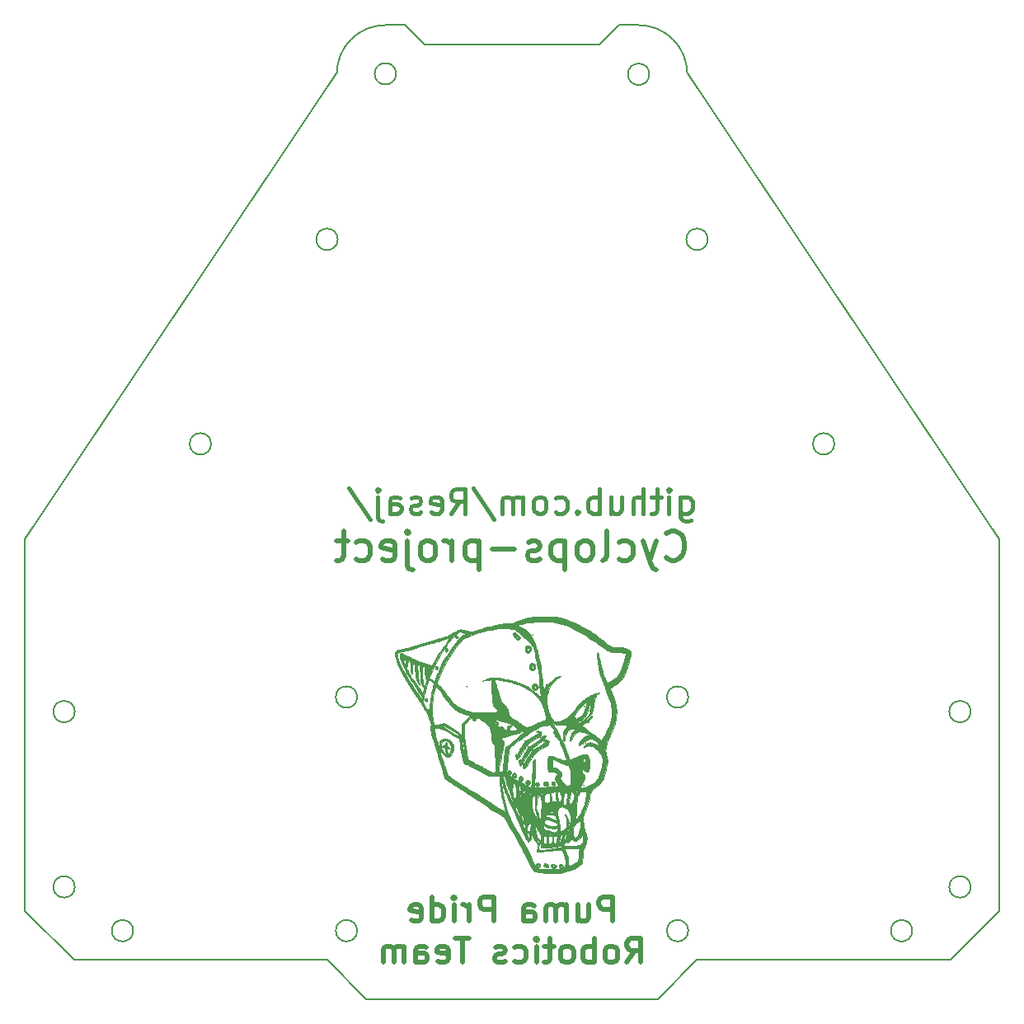
<source format=gbo>
G04 #@! TF.FileFunction,Legend,Bot*
%FSLAX46Y46*%
G04 Gerber Fmt 4.6, Leading zero omitted, Abs format (unit mm)*
G04 Created by KiCad (PCBNEW 4.0.7) date 07/12/18 19:35:41*
%MOMM*%
%LPD*%
G01*
G04 APERTURE LIST*
%ADD10C,0.100000*%
%ADD11C,0.500000*%
%ADD12C,0.400000*%
%ADD13C,0.150000*%
%ADD14C,0.010000*%
%ADD15R,2.000000X2.000000*%
%ADD16O,2.000000X2.000000*%
%ADD17R,2.100000X2.100000*%
%ADD18O,2.100000X2.100000*%
%ADD19R,2.200000X2.200000*%
%ADD20C,2.200000*%
%ADD21O,2.200000X2.200000*%
%ADD22R,2.150000X2.150000*%
%ADD23C,2.150000*%
%ADD24C,2.000000*%
%ADD25C,1.800000*%
%ADD26R,2.000000X2.800000*%
%ADD27O,2.000000X2.800000*%
%ADD28C,2.400000*%
%ADD29R,1.750000X1.750000*%
%ADD30O,1.750000X1.750000*%
G04 APERTURE END LIST*
D10*
D11*
X60357143Y7994048D02*
X60357143Y10494048D01*
X59404762Y10494048D01*
X59166667Y10375000D01*
X59047619Y10255952D01*
X58928571Y10017857D01*
X58928571Y9660714D01*
X59047619Y9422619D01*
X59166667Y9303571D01*
X59404762Y9184524D01*
X60357143Y9184524D01*
X56785714Y9660714D02*
X56785714Y7994048D01*
X57857143Y9660714D02*
X57857143Y8351190D01*
X57738095Y8113095D01*
X57500000Y7994048D01*
X57142857Y7994048D01*
X56904762Y8113095D01*
X56785714Y8232143D01*
X55595238Y7994048D02*
X55595238Y9660714D01*
X55595238Y9422619D02*
X55476190Y9541667D01*
X55238095Y9660714D01*
X54880952Y9660714D01*
X54642857Y9541667D01*
X54523809Y9303571D01*
X54523809Y7994048D01*
X54523809Y9303571D02*
X54404762Y9541667D01*
X54166666Y9660714D01*
X53809524Y9660714D01*
X53571428Y9541667D01*
X53452381Y9303571D01*
X53452381Y7994048D01*
X51190476Y7994048D02*
X51190476Y9303571D01*
X51309524Y9541667D01*
X51547619Y9660714D01*
X52023810Y9660714D01*
X52261905Y9541667D01*
X51190476Y8113095D02*
X51428572Y7994048D01*
X52023810Y7994048D01*
X52261905Y8113095D01*
X52380953Y8351190D01*
X52380953Y8589286D01*
X52261905Y8827381D01*
X52023810Y8946429D01*
X51428572Y8946429D01*
X51190476Y9065476D01*
X48095238Y7994048D02*
X48095238Y10494048D01*
X47142857Y10494048D01*
X46904762Y10375000D01*
X46785714Y10255952D01*
X46666666Y10017857D01*
X46666666Y9660714D01*
X46785714Y9422619D01*
X46904762Y9303571D01*
X47142857Y9184524D01*
X48095238Y9184524D01*
X45595238Y7994048D02*
X45595238Y9660714D01*
X45595238Y9184524D02*
X45476190Y9422619D01*
X45357143Y9541667D01*
X45119047Y9660714D01*
X44880952Y9660714D01*
X44047619Y7994048D02*
X44047619Y9660714D01*
X44047619Y10494048D02*
X44166667Y10375000D01*
X44047619Y10255952D01*
X43928571Y10375000D01*
X44047619Y10494048D01*
X44047619Y10255952D01*
X41785714Y7994048D02*
X41785714Y10494048D01*
X41785714Y8113095D02*
X42023810Y7994048D01*
X42500000Y7994048D01*
X42738095Y8113095D01*
X42857143Y8232143D01*
X42976191Y8470238D01*
X42976191Y9184524D01*
X42857143Y9422619D01*
X42738095Y9541667D01*
X42500000Y9660714D01*
X42023810Y9660714D01*
X41785714Y9541667D01*
X39642857Y8113095D02*
X39880952Y7994048D01*
X40357143Y7994048D01*
X40595238Y8113095D01*
X40714286Y8351190D01*
X40714286Y9303571D01*
X40595238Y9541667D01*
X40357143Y9660714D01*
X39880952Y9660714D01*
X39642857Y9541667D01*
X39523809Y9303571D01*
X39523809Y9065476D01*
X40714286Y8827381D01*
X61785714Y3744048D02*
X62619048Y4934524D01*
X63214286Y3744048D02*
X63214286Y6244048D01*
X62261905Y6244048D01*
X62023810Y6125000D01*
X61904762Y6005952D01*
X61785714Y5767857D01*
X61785714Y5410714D01*
X61904762Y5172619D01*
X62023810Y5053571D01*
X62261905Y4934524D01*
X63214286Y4934524D01*
X60357143Y3744048D02*
X60595238Y3863095D01*
X60714286Y3982143D01*
X60833334Y4220238D01*
X60833334Y4934524D01*
X60714286Y5172619D01*
X60595238Y5291667D01*
X60357143Y5410714D01*
X60000000Y5410714D01*
X59761905Y5291667D01*
X59642857Y5172619D01*
X59523810Y4934524D01*
X59523810Y4220238D01*
X59642857Y3982143D01*
X59761905Y3863095D01*
X60000000Y3744048D01*
X60357143Y3744048D01*
X58452381Y3744048D02*
X58452381Y6244048D01*
X58452381Y5291667D02*
X58214286Y5410714D01*
X57738095Y5410714D01*
X57500000Y5291667D01*
X57380952Y5172619D01*
X57261905Y4934524D01*
X57261905Y4220238D01*
X57380952Y3982143D01*
X57500000Y3863095D01*
X57738095Y3744048D01*
X58214286Y3744048D01*
X58452381Y3863095D01*
X55833333Y3744048D02*
X56071428Y3863095D01*
X56190476Y3982143D01*
X56309524Y4220238D01*
X56309524Y4934524D01*
X56190476Y5172619D01*
X56071428Y5291667D01*
X55833333Y5410714D01*
X55476190Y5410714D01*
X55238095Y5291667D01*
X55119047Y5172619D01*
X55000000Y4934524D01*
X55000000Y4220238D01*
X55119047Y3982143D01*
X55238095Y3863095D01*
X55476190Y3744048D01*
X55833333Y3744048D01*
X54285714Y5410714D02*
X53333333Y5410714D01*
X53928571Y6244048D02*
X53928571Y4101190D01*
X53809523Y3863095D01*
X53571428Y3744048D01*
X53333333Y3744048D01*
X52500000Y3744048D02*
X52500000Y5410714D01*
X52500000Y6244048D02*
X52619048Y6125000D01*
X52500000Y6005952D01*
X52380952Y6125000D01*
X52500000Y6244048D01*
X52500000Y6005952D01*
X50238095Y3863095D02*
X50476191Y3744048D01*
X50952381Y3744048D01*
X51190476Y3863095D01*
X51309524Y3982143D01*
X51428572Y4220238D01*
X51428572Y4934524D01*
X51309524Y5172619D01*
X51190476Y5291667D01*
X50952381Y5410714D01*
X50476191Y5410714D01*
X50238095Y5291667D01*
X49285715Y3863095D02*
X49047619Y3744048D01*
X48571429Y3744048D01*
X48333334Y3863095D01*
X48214286Y4101190D01*
X48214286Y4220238D01*
X48333334Y4458333D01*
X48571429Y4577381D01*
X48928572Y4577381D01*
X49166667Y4696429D01*
X49285715Y4934524D01*
X49285715Y5053571D01*
X49166667Y5291667D01*
X48928572Y5410714D01*
X48571429Y5410714D01*
X48333334Y5291667D01*
X45595238Y6244048D02*
X44166666Y6244048D01*
X44880952Y3744048D02*
X44880952Y6244048D01*
X42380952Y3863095D02*
X42619047Y3744048D01*
X43095238Y3744048D01*
X43333333Y3863095D01*
X43452381Y4101190D01*
X43452381Y5053571D01*
X43333333Y5291667D01*
X43095238Y5410714D01*
X42619047Y5410714D01*
X42380952Y5291667D01*
X42261904Y5053571D01*
X42261904Y4815476D01*
X43452381Y4577381D01*
X40119047Y3744048D02*
X40119047Y5053571D01*
X40238095Y5291667D01*
X40476190Y5410714D01*
X40952381Y5410714D01*
X41190476Y5291667D01*
X40119047Y3863095D02*
X40357143Y3744048D01*
X40952381Y3744048D01*
X41190476Y3863095D01*
X41309524Y4101190D01*
X41309524Y4339286D01*
X41190476Y4577381D01*
X40952381Y4696429D01*
X40357143Y4696429D01*
X40119047Y4815476D01*
X38928571Y3744048D02*
X38928571Y5410714D01*
X38928571Y5172619D02*
X38809523Y5291667D01*
X38571428Y5410714D01*
X38214285Y5410714D01*
X37976190Y5291667D01*
X37857142Y5053571D01*
X37857142Y3744048D01*
X37857142Y5053571D02*
X37738095Y5291667D01*
X37499999Y5410714D01*
X37142857Y5410714D01*
X36904761Y5291667D01*
X36785714Y5053571D01*
X36785714Y3744048D01*
D12*
X67309524Y51535714D02*
X67309524Y49511905D01*
X67428572Y49273810D01*
X67547620Y49154762D01*
X67785715Y49035714D01*
X68142858Y49035714D01*
X68380953Y49154762D01*
X67309524Y49988095D02*
X67547620Y49869048D01*
X68023810Y49869048D01*
X68261905Y49988095D01*
X68380953Y50107143D01*
X68500001Y50345238D01*
X68500001Y51059524D01*
X68380953Y51297619D01*
X68261905Y51416667D01*
X68023810Y51535714D01*
X67547620Y51535714D01*
X67309524Y51416667D01*
X66119048Y49869048D02*
X66119048Y51535714D01*
X66119048Y52369048D02*
X66238096Y52250000D01*
X66119048Y52130952D01*
X66000000Y52250000D01*
X66119048Y52369048D01*
X66119048Y52130952D01*
X65285715Y51535714D02*
X64333334Y51535714D01*
X64928572Y52369048D02*
X64928572Y50226190D01*
X64809524Y49988095D01*
X64571429Y49869048D01*
X64333334Y49869048D01*
X63500001Y49869048D02*
X63500001Y52369048D01*
X62428572Y49869048D02*
X62428572Y51178571D01*
X62547620Y51416667D01*
X62785715Y51535714D01*
X63142858Y51535714D01*
X63380953Y51416667D01*
X63500001Y51297619D01*
X60166667Y51535714D02*
X60166667Y49869048D01*
X61238096Y51535714D02*
X61238096Y50226190D01*
X61119048Y49988095D01*
X60880953Y49869048D01*
X60523810Y49869048D01*
X60285715Y49988095D01*
X60166667Y50107143D01*
X58976191Y49869048D02*
X58976191Y52369048D01*
X58976191Y51416667D02*
X58738096Y51535714D01*
X58261905Y51535714D01*
X58023810Y51416667D01*
X57904762Y51297619D01*
X57785715Y51059524D01*
X57785715Y50345238D01*
X57904762Y50107143D01*
X58023810Y49988095D01*
X58261905Y49869048D01*
X58738096Y49869048D01*
X58976191Y49988095D01*
X56714286Y50107143D02*
X56595238Y49988095D01*
X56714286Y49869048D01*
X56833334Y49988095D01*
X56714286Y50107143D01*
X56714286Y49869048D01*
X54452381Y49988095D02*
X54690477Y49869048D01*
X55166667Y49869048D01*
X55404762Y49988095D01*
X55523810Y50107143D01*
X55642858Y50345238D01*
X55642858Y51059524D01*
X55523810Y51297619D01*
X55404762Y51416667D01*
X55166667Y51535714D01*
X54690477Y51535714D01*
X54452381Y51416667D01*
X53023810Y49869048D02*
X53261905Y49988095D01*
X53380953Y50107143D01*
X53500001Y50345238D01*
X53500001Y51059524D01*
X53380953Y51297619D01*
X53261905Y51416667D01*
X53023810Y51535714D01*
X52666667Y51535714D01*
X52428572Y51416667D01*
X52309524Y51297619D01*
X52190477Y51059524D01*
X52190477Y50345238D01*
X52309524Y50107143D01*
X52428572Y49988095D01*
X52666667Y49869048D01*
X53023810Y49869048D01*
X51119048Y49869048D02*
X51119048Y51535714D01*
X51119048Y51297619D02*
X51000000Y51416667D01*
X50761905Y51535714D01*
X50404762Y51535714D01*
X50166667Y51416667D01*
X50047619Y51178571D01*
X50047619Y49869048D01*
X50047619Y51178571D02*
X49928572Y51416667D01*
X49690476Y51535714D01*
X49333334Y51535714D01*
X49095238Y51416667D01*
X48976191Y51178571D01*
X48976191Y49869048D01*
X46000001Y52488095D02*
X48142858Y49273810D01*
X43738095Y49869048D02*
X44571429Y51059524D01*
X45166667Y49869048D02*
X45166667Y52369048D01*
X44214286Y52369048D01*
X43976191Y52250000D01*
X43857143Y52130952D01*
X43738095Y51892857D01*
X43738095Y51535714D01*
X43857143Y51297619D01*
X43976191Y51178571D01*
X44214286Y51059524D01*
X45166667Y51059524D01*
X41714286Y49988095D02*
X41952381Y49869048D01*
X42428572Y49869048D01*
X42666667Y49988095D01*
X42785715Y50226190D01*
X42785715Y51178571D01*
X42666667Y51416667D01*
X42428572Y51535714D01*
X41952381Y51535714D01*
X41714286Y51416667D01*
X41595238Y51178571D01*
X41595238Y50940476D01*
X42785715Y50702381D01*
X40642858Y49988095D02*
X40404762Y49869048D01*
X39928572Y49869048D01*
X39690477Y49988095D01*
X39571429Y50226190D01*
X39571429Y50345238D01*
X39690477Y50583333D01*
X39928572Y50702381D01*
X40285715Y50702381D01*
X40523810Y50821429D01*
X40642858Y51059524D01*
X40642858Y51178571D01*
X40523810Y51416667D01*
X40285715Y51535714D01*
X39928572Y51535714D01*
X39690477Y51416667D01*
X37428571Y49869048D02*
X37428571Y51178571D01*
X37547619Y51416667D01*
X37785714Y51535714D01*
X38261905Y51535714D01*
X38500000Y51416667D01*
X37428571Y49988095D02*
X37666667Y49869048D01*
X38261905Y49869048D01*
X38500000Y49988095D01*
X38619048Y50226190D01*
X38619048Y50464286D01*
X38500000Y50702381D01*
X38261905Y50821429D01*
X37666667Y50821429D01*
X37428571Y50940476D01*
X36238095Y51535714D02*
X36238095Y49392857D01*
X36357143Y49154762D01*
X36595238Y49035714D01*
X36714285Y49035714D01*
X36238095Y52369048D02*
X36357143Y52250000D01*
X36238095Y52130952D01*
X36119047Y52250000D01*
X36238095Y52369048D01*
X36238095Y52130952D01*
X33261905Y52488095D02*
X35404762Y49273810D01*
D11*
X65857144Y45328571D02*
X66000001Y45185714D01*
X66428572Y45042857D01*
X66714286Y45042857D01*
X67142858Y45185714D01*
X67428572Y45471429D01*
X67571429Y45757143D01*
X67714286Y46328571D01*
X67714286Y46757143D01*
X67571429Y47328571D01*
X67428572Y47614286D01*
X67142858Y47900000D01*
X66714286Y48042857D01*
X66428572Y48042857D01*
X66000001Y47900000D01*
X65857144Y47757143D01*
X64857144Y47042857D02*
X64142858Y45042857D01*
X63428572Y47042857D02*
X64142858Y45042857D01*
X64428572Y44328571D01*
X64571429Y44185714D01*
X64857144Y44042857D01*
X61000001Y45185714D02*
X61285715Y45042857D01*
X61857144Y45042857D01*
X62142858Y45185714D01*
X62285715Y45328571D01*
X62428572Y45614286D01*
X62428572Y46471429D01*
X62285715Y46757143D01*
X62142858Y46900000D01*
X61857144Y47042857D01*
X61285715Y47042857D01*
X61000001Y46900000D01*
X59285715Y45042857D02*
X59571429Y45185714D01*
X59714286Y45471429D01*
X59714286Y48042857D01*
X57714286Y45042857D02*
X58000000Y45185714D01*
X58142857Y45328571D01*
X58285714Y45614286D01*
X58285714Y46471429D01*
X58142857Y46757143D01*
X58000000Y46900000D01*
X57714286Y47042857D01*
X57285714Y47042857D01*
X57000000Y46900000D01*
X56857143Y46757143D01*
X56714286Y46471429D01*
X56714286Y45614286D01*
X56857143Y45328571D01*
X57000000Y45185714D01*
X57285714Y45042857D01*
X57714286Y45042857D01*
X55428571Y47042857D02*
X55428571Y44042857D01*
X55428571Y46900000D02*
X55142857Y47042857D01*
X54571428Y47042857D01*
X54285714Y46900000D01*
X54142857Y46757143D01*
X54000000Y46471429D01*
X54000000Y45614286D01*
X54142857Y45328571D01*
X54285714Y45185714D01*
X54571428Y45042857D01*
X55142857Y45042857D01*
X55428571Y45185714D01*
X52857142Y45185714D02*
X52571428Y45042857D01*
X52000000Y45042857D01*
X51714285Y45185714D01*
X51571428Y45471429D01*
X51571428Y45614286D01*
X51714285Y45900000D01*
X52000000Y46042857D01*
X52428571Y46042857D01*
X52714285Y46185714D01*
X52857142Y46471429D01*
X52857142Y46614286D01*
X52714285Y46900000D01*
X52428571Y47042857D01*
X52000000Y47042857D01*
X51714285Y46900000D01*
X50285714Y46185714D02*
X48000000Y46185714D01*
X46571428Y47042857D02*
X46571428Y44042857D01*
X46571428Y46900000D02*
X46285714Y47042857D01*
X45714285Y47042857D01*
X45428571Y46900000D01*
X45285714Y46757143D01*
X45142857Y46471429D01*
X45142857Y45614286D01*
X45285714Y45328571D01*
X45428571Y45185714D01*
X45714285Y45042857D01*
X46285714Y45042857D01*
X46571428Y45185714D01*
X43857142Y45042857D02*
X43857142Y47042857D01*
X43857142Y46471429D02*
X43714285Y46757143D01*
X43571428Y46900000D01*
X43285714Y47042857D01*
X42999999Y47042857D01*
X41571428Y45042857D02*
X41857142Y45185714D01*
X41999999Y45328571D01*
X42142856Y45614286D01*
X42142856Y46471429D01*
X41999999Y46757143D01*
X41857142Y46900000D01*
X41571428Y47042857D01*
X41142856Y47042857D01*
X40857142Y46900000D01*
X40714285Y46757143D01*
X40571428Y46471429D01*
X40571428Y45614286D01*
X40714285Y45328571D01*
X40857142Y45185714D01*
X41142856Y45042857D01*
X41571428Y45042857D01*
X39285713Y47042857D02*
X39285713Y44471429D01*
X39428570Y44185714D01*
X39714285Y44042857D01*
X39857142Y44042857D01*
X39285713Y48042857D02*
X39428570Y47900000D01*
X39285713Y47757143D01*
X39142856Y47900000D01*
X39285713Y48042857D01*
X39285713Y47757143D01*
X36714285Y45185714D02*
X36999999Y45042857D01*
X37571428Y45042857D01*
X37857142Y45185714D01*
X37999999Y45471429D01*
X37999999Y46614286D01*
X37857142Y46900000D01*
X37571428Y47042857D01*
X36999999Y47042857D01*
X36714285Y46900000D01*
X36571428Y46614286D01*
X36571428Y46328571D01*
X37999999Y46042857D01*
X33999999Y45185714D02*
X34285713Y45042857D01*
X34857142Y45042857D01*
X35142856Y45185714D01*
X35285713Y45328571D01*
X35428570Y45614286D01*
X35428570Y46471429D01*
X35285713Y46757143D01*
X35142856Y46900000D01*
X34857142Y47042857D01*
X34285713Y47042857D01*
X33999999Y46900000D01*
X33142856Y47042857D02*
X31999999Y47042857D01*
X32714284Y48042857D02*
X32714284Y45471429D01*
X32571427Y45185714D01*
X32285713Y45042857D01*
X31999999Y45042857D01*
D13*
X61000000Y100000000D02*
X63000000Y100000000D01*
X37000000Y100000000D02*
X39000000Y100000000D01*
X59000000Y98000000D02*
X61000000Y100000000D01*
X41000000Y98000000D02*
X59000000Y98000000D01*
X39000000Y100000000D02*
X41000000Y98000000D01*
X100000000Y47200000D02*
X68000000Y95000000D01*
X68000000Y95000000D02*
G75*
G03X63000000Y100000000I-5000000J0D01*
G01*
X32000000Y95000000D02*
X0Y47200000D01*
X37000000Y100000000D02*
G75*
G03X32000000Y95000000I0J-5000000D01*
G01*
X83100000Y57000000D02*
G75*
G03X83100000Y57000000I-1100000J0D01*
G01*
X19100000Y57000000D02*
G75*
G03X19100000Y57000000I-1100000J0D01*
G01*
X70100000Y78000000D02*
G75*
G03X70100000Y78000000I-1100000J0D01*
G01*
X32100000Y78000000D02*
G75*
G03X32100000Y78000000I-1100000J0D01*
G01*
X64100000Y94950000D02*
G75*
G03X64100000Y94950000I-1100000J0D01*
G01*
X38100000Y95000000D02*
G75*
G03X38100000Y95000000I-1100000J0D01*
G01*
X34100000Y31000000D02*
G75*
G03X34100000Y31000000I-1100000J0D01*
G01*
X68100000Y31000000D02*
G75*
G03X68100000Y31000000I-1100000J0D01*
G01*
X68100000Y7000000D02*
G75*
G03X68100000Y7000000I-1100000J0D01*
G01*
X34100000Y7000000D02*
G75*
G03X34100000Y7000000I-1100000J0D01*
G01*
X91100000Y7000000D02*
G75*
G03X91100000Y7000000I-1100000J0D01*
G01*
X11100000Y7000000D02*
G75*
G03X11100000Y7000000I-1100000J0D01*
G01*
X95000000Y4000000D02*
X100000000Y9000000D01*
X69000000Y4000000D02*
X95000000Y4000000D01*
X65000000Y0D02*
X69000000Y4000000D01*
X35000000Y0D02*
X65000000Y0D01*
X5000000Y4000000D02*
X0Y9000000D01*
X31000000Y4000000D02*
X5000000Y4000000D01*
X35000000Y0D02*
X31000000Y4000000D01*
X97100000Y29500000D02*
G75*
G03X97100000Y29500000I-1100000J0D01*
G01*
X97100000Y11500000D02*
G75*
G03X97100000Y11500000I-1100000J0D01*
G01*
X5100000Y11500000D02*
G75*
G03X5100000Y11500000I-1100000J0D01*
G01*
X5100000Y29500000D02*
G75*
G03X5100000Y29500000I-1100000J0D01*
G01*
X0Y47200000D02*
X0Y9000000D01*
X100000000Y9000000D02*
X100000000Y47200000D01*
D14*
G36*
X52355620Y39238210D02*
X51703389Y39150986D01*
X51108463Y39015174D01*
X50553055Y38827075D01*
X50230352Y38687095D01*
X50038424Y38605421D01*
X49891288Y38569037D01*
X49747603Y38569350D01*
X49695200Y38575854D01*
X49518418Y38584329D01*
X49298434Y38572219D01*
X49136400Y38550745D01*
X48921119Y38510571D01*
X48658643Y38457869D01*
X48367012Y38396677D01*
X48064268Y38331030D01*
X47768453Y38264966D01*
X47497606Y38202523D01*
X47269769Y38147737D01*
X47102982Y38104646D01*
X47015288Y38077286D01*
X47010523Y38075034D01*
X46873316Y38015100D01*
X46674737Y37944439D01*
X46443467Y37871447D01*
X46208186Y37804519D01*
X45997576Y37752051D01*
X45840319Y37722437D01*
X45793509Y37718800D01*
X45632268Y37733219D01*
X45432797Y37769996D01*
X45324771Y37797103D01*
X45060139Y37871319D01*
X44871836Y37919865D01*
X44738161Y37943774D01*
X44637415Y37944076D01*
X44547899Y37921805D01*
X44447911Y37877993D01*
X44374881Y37842292D01*
X44222819Y37758343D01*
X44111269Y37679019D01*
X44071003Y37632781D01*
X44034924Y37588706D01*
X44005653Y37617116D01*
X43951153Y37633986D01*
X43852783Y37568152D01*
X43832978Y37550248D01*
X43707961Y37455423D01*
X43537218Y37350984D01*
X43432157Y37296047D01*
X43307030Y37244146D01*
X43113922Y37174329D01*
X42872763Y37092780D01*
X42603480Y37005682D01*
X42326004Y36919218D01*
X42060261Y36839572D01*
X41826181Y36772926D01*
X41643693Y36725465D01*
X41532726Y36703371D01*
X41519271Y36702529D01*
X41427267Y36686692D01*
X41240164Y36638795D01*
X40957666Y36558756D01*
X40579482Y36446490D01*
X40105316Y36301914D01*
X40068600Y36290606D01*
X39739780Y36189614D01*
X39485267Y36112713D01*
X39282399Y36053675D01*
X39108515Y36006271D01*
X38940951Y35964272D01*
X38757045Y35921450D01*
X38585630Y35883016D01*
X38331695Y35822525D01*
X38161867Y35764589D01*
X38060307Y35693503D01*
X38011176Y35593562D01*
X37998635Y35449061D01*
X38003516Y35305800D01*
X38039836Y35060111D01*
X38120963Y34753025D01*
X38237318Y34408966D01*
X38379328Y34052357D01*
X38537414Y33707624D01*
X38702003Y33399189D01*
X38830082Y33197600D01*
X38889929Y33105535D01*
X38987723Y32947581D01*
X39110127Y32745554D01*
X39243801Y32521272D01*
X39249398Y32511800D01*
X39470485Y32141520D01*
X39666584Y31823374D01*
X39861267Y31520255D01*
X40078107Y31195053D01*
X40195581Y31022268D01*
X40309166Y30851138D01*
X40396533Y30710335D01*
X40444435Y30621619D01*
X40449600Y30604956D01*
X40488932Y30546886D01*
X40542500Y30509857D01*
X40609817Y30442380D01*
X40699219Y30315294D01*
X40791222Y30161698D01*
X40866337Y30014688D01*
X40905080Y29907361D01*
X40906800Y29891096D01*
X40934496Y29831003D01*
X41008175Y29711468D01*
X41113726Y29554974D01*
X41150987Y29502084D01*
X41352699Y29167831D01*
X41483782Y28838929D01*
X41486628Y28828800D01*
X41546055Y28627261D01*
X41607630Y28438755D01*
X41649556Y28325589D01*
X41691953Y28202519D01*
X41685362Y28125383D01*
X41640286Y28063359D01*
X41585666Y27952090D01*
X41581383Y27780126D01*
X41584056Y27753770D01*
X41608633Y27625401D01*
X41660287Y27418846D01*
X41733677Y27152207D01*
X41823460Y26843586D01*
X41924295Y26511088D01*
X42030841Y26172815D01*
X42137757Y25846869D01*
X42203665Y25653800D01*
X42282063Y25408505D01*
X42358957Y25135968D01*
X42406677Y24942600D01*
X42463699Y24710622D01*
X42537894Y24439906D01*
X42613515Y24187833D01*
X42615819Y24180600D01*
X42685813Y23951482D01*
X42767857Y23667886D01*
X42849354Y23373903D01*
X42891567Y23215400D01*
X42962924Y22965184D01*
X43031082Y22768101D01*
X43089500Y22641680D01*
X43118990Y22605800D01*
X43187184Y22561854D01*
X43324274Y22472437D01*
X43514322Y22347984D01*
X43741388Y22198928D01*
X43920519Y22081132D01*
X44237663Y21874056D01*
X44601006Y21639412D01*
X44970314Y21403037D01*
X45305355Y21190771D01*
X45374409Y21147404D01*
X45675192Y20956335D01*
X45999769Y20745853D01*
X46315239Y20537554D01*
X46588704Y20353033D01*
X46669809Y20297089D01*
X46985379Y20077860D01*
X47234439Y19905448D01*
X47433785Y19768503D01*
X47600211Y19655679D01*
X47750511Y19555627D01*
X47901481Y19457000D01*
X48069915Y19348450D01*
X48145800Y19299799D01*
X48375772Y19156235D01*
X48613191Y19014202D01*
X48821538Y18895310D01*
X48906825Y18849515D01*
X49070745Y18753939D01*
X49199865Y18659246D01*
X49262425Y18591238D01*
X49361547Y18406045D01*
X49502476Y18153711D01*
X49674025Y17853780D01*
X49865010Y17525798D01*
X50064244Y17189310D01*
X50075664Y17170200D01*
X50189240Y16972055D01*
X50338466Y16699257D01*
X50514571Y16368531D01*
X50708782Y15996597D01*
X50912326Y15600178D01*
X51116430Y15195996D01*
X51211825Y15004540D01*
X51400411Y14626957D01*
X51581019Y14270422D01*
X51747201Y13947284D01*
X51892509Y13669891D01*
X52010497Y13450592D01*
X52094717Y13301736D01*
X52129637Y13246733D01*
X52275782Y13044986D01*
X52903191Y12988028D01*
X53476170Y12942542D01*
X53987430Y12915275D01*
X54426269Y12906531D01*
X54781984Y12916612D01*
X54939194Y12930394D01*
X55252613Y12978881D01*
X55511759Y13049564D01*
X55763584Y13155956D01*
X55818796Y13183520D01*
X55975212Y13247527D01*
X56119678Y13282050D01*
X56149737Y13284000D01*
X56297461Y13311437D01*
X56474794Y13379434D01*
X56630877Y13466521D01*
X56684109Y13509578D01*
X56752715Y13573137D01*
X56865819Y13674394D01*
X56933219Y13733806D01*
X57073945Y13881452D01*
X57170068Y14049059D01*
X57228671Y14258549D01*
X57256838Y14531844D01*
X57262171Y14751870D01*
X57266282Y14986691D01*
X57281576Y15157779D01*
X57316407Y15302964D01*
X57371661Y15441363D01*
X56931512Y15441363D01*
X56927239Y15417600D01*
X56910583Y15336368D01*
X56893087Y15179594D01*
X56877315Y14973281D01*
X56869599Y14833400D01*
X56856140Y14595615D01*
X56838136Y14432843D01*
X56808948Y14318523D01*
X56761936Y14226088D01*
X56694961Y14134659D01*
X56598450Y14028941D01*
X56521911Y13973919D01*
X56497940Y13972557D01*
X56454482Y13963599D01*
X56451600Y13946408D01*
X56409321Y13900744D01*
X56302494Y13833155D01*
X56161140Y13758865D01*
X56015280Y13693093D01*
X55894933Y13651060D01*
X55854700Y13643763D01*
X55818851Y13676557D01*
X55798320Y13787893D01*
X55795525Y13867139D01*
X55469926Y13867139D01*
X55423092Y13640784D01*
X55400945Y13591826D01*
X55322540Y13472925D01*
X55245943Y13400848D01*
X55232400Y13394976D01*
X55183903Y13390164D01*
X55216789Y13437112D01*
X55219700Y13440211D01*
X55278624Y13569017D01*
X55271418Y13612985D01*
X55131887Y13612985D01*
X55103775Y13528418D01*
X55098315Y13522448D01*
X55037206Y13509179D01*
X54989807Y13571309D01*
X54978400Y13642599D01*
X55010940Y13723290D01*
X55054600Y13741200D01*
X55112134Y13700735D01*
X55131887Y13612985D01*
X55271418Y13612985D01*
X55254452Y13716498D01*
X55199127Y13800700D01*
X55073582Y13883855D01*
X54943415Y13866257D01*
X54851214Y13791794D01*
X54790188Y13698835D01*
X54800932Y13601580D01*
X54819164Y13558118D01*
X54902229Y13448666D01*
X54992324Y13393980D01*
X55036754Y13369391D01*
X54992699Y13348829D01*
X54873202Y13332467D01*
X54691304Y13320475D01*
X54460049Y13313025D01*
X54192478Y13310287D01*
X53901633Y13312434D01*
X53600556Y13319636D01*
X53302290Y13332066D01*
X53019878Y13349893D01*
X52838517Y13365685D01*
X52659154Y13392274D01*
X52545392Y13437961D01*
X52461283Y13518479D01*
X52447207Y13536954D01*
X52391103Y13630337D01*
X52301266Y13800626D01*
X52185323Y14031925D01*
X52050903Y14308340D01*
X51905633Y14613977D01*
X51757140Y14932939D01*
X51613053Y15249334D01*
X51480999Y15547266D01*
X51466732Y15580080D01*
X51390797Y15737026D01*
X51273175Y15958021D01*
X51126133Y16221021D01*
X50961936Y16503985D01*
X50830635Y16723080D01*
X50517631Y17243021D01*
X50256012Y17691380D01*
X50039825Y18080453D01*
X49863117Y18422532D01*
X49719937Y18729912D01*
X49604331Y19014887D01*
X49540968Y19200200D01*
X49328691Y19200200D01*
X49292399Y19184906D01*
X49197975Y19222791D01*
X49037011Y19316829D01*
X48873956Y19421791D01*
X48718658Y19523944D01*
X48497382Y19669535D01*
X48229014Y19846136D01*
X47932439Y20041322D01*
X47626542Y20242662D01*
X47536200Y20302129D01*
X47184088Y20533604D01*
X46897526Y20720879D01*
X46657380Y20875883D01*
X46444513Y21010550D01*
X46239791Y21136808D01*
X46024078Y21266591D01*
X45778239Y21411828D01*
X45483138Y21584451D01*
X45428000Y21616618D01*
X45084941Y21818324D01*
X44804215Y21987992D01*
X44559253Y22142758D01*
X44323483Y22299762D01*
X44070335Y22476143D01*
X43839745Y22641060D01*
X43394490Y22961809D01*
X43113902Y23774405D01*
X42975485Y24182039D01*
X42852263Y24558222D01*
X42747907Y24890830D01*
X42666087Y25167738D01*
X42610474Y25376824D01*
X42584741Y25505962D01*
X42583390Y25526443D01*
X42605237Y25539240D01*
X42659425Y25476944D01*
X42679314Y25446006D01*
X42770628Y25317737D01*
X42898460Y25162967D01*
X42976059Y25077706D01*
X43106810Y24952213D01*
X43214166Y24888584D01*
X43335674Y24867392D01*
X43384448Y24866400D01*
X43538077Y24887955D01*
X43661204Y24962314D01*
X43767776Y25104020D01*
X43871742Y25327615D01*
X43901928Y25405922D01*
X43975767Y25635797D01*
X43997809Y25822500D01*
X43988400Y25876903D01*
X43745284Y25876903D01*
X43718699Y25582722D01*
X43651369Y25387100D01*
X43576390Y25248435D01*
X43501551Y25184484D01*
X43420545Y25171200D01*
X43273569Y25193517D01*
X43181362Y25228122D01*
X42968922Y25396611D01*
X42821153Y25629361D01*
X42748593Y25904654D01*
X42749065Y26119086D01*
X42800003Y26340128D01*
X42897968Y26474879D01*
X43050860Y26530810D01*
X43182032Y26528598D01*
X43414729Y26463342D01*
X43584700Y26321736D01*
X43682412Y26150732D01*
X43745284Y25876903D01*
X43988400Y25876903D01*
X43966063Y26006053D01*
X43878537Y26226477D01*
X43859038Y26268233D01*
X43767083Y26445778D01*
X43682888Y26555900D01*
X43580660Y26627077D01*
X43502450Y26661933D01*
X43231967Y26735418D01*
X42986994Y26735844D01*
X42784656Y26666303D01*
X42642078Y26529890D01*
X42626882Y26503808D01*
X42589085Y26378150D01*
X42564681Y26184137D01*
X42557800Y25996381D01*
X42556950Y25807858D01*
X42552282Y25710909D01*
X42540617Y25695510D01*
X42518779Y25751635D01*
X42499948Y25813862D01*
X42357782Y26295917D01*
X42243037Y26690055D01*
X42153698Y27005601D01*
X42087749Y27251882D01*
X42043173Y27438222D01*
X42017957Y27573946D01*
X42010083Y27668381D01*
X42017537Y27730852D01*
X42038302Y27770683D01*
X42070364Y27797201D01*
X42071164Y27797694D01*
X42165327Y27822655D01*
X42319002Y27832843D01*
X42425566Y27830101D01*
X42580020Y27808587D01*
X42748443Y27758256D01*
X42945281Y27672254D01*
X43184976Y27543727D01*
X43481973Y27365820D01*
X43719380Y27216114D01*
X43928562Y27087688D01*
X44147169Y26961878D01*
X44329256Y26865089D01*
X44335476Y26862025D01*
X44602794Y26730920D01*
X44664767Y26090760D01*
X44701233Y25781368D01*
X44751163Y25447472D01*
X44807216Y25134893D01*
X44848716Y24942600D01*
X44900037Y24721607D01*
X44940718Y24532619D01*
X44965558Y24400618D01*
X44970747Y24356653D01*
X45012387Y24281314D01*
X45112567Y24197044D01*
X45234301Y24129524D01*
X45334239Y24104270D01*
X45409676Y24079239D01*
X45542368Y24013668D01*
X45703894Y23921631D01*
X45707400Y23919509D01*
X45868449Y23826844D01*
X46093110Y23704132D01*
X46353814Y23566139D01*
X46622988Y23427632D01*
X46672600Y23402583D01*
X46915320Y23278455D01*
X47130672Y23164608D01*
X47299665Y23071357D01*
X47403305Y23009016D01*
X47420874Y22996200D01*
X47493367Y22961138D01*
X47622890Y22937281D01*
X47824219Y22922926D01*
X48112132Y22916369D01*
X48113402Y22916356D01*
X48718057Y22910600D01*
X48742001Y22301000D01*
X48759080Y22050662D01*
X48790824Y21750859D01*
X48833714Y21423514D01*
X48884231Y21090546D01*
X48938857Y20773875D01*
X48994073Y20495422D01*
X49046361Y20277107D01*
X49086780Y20153036D01*
X49122410Y20044104D01*
X49167221Y19873907D01*
X49207890Y19695836D01*
X49249733Y19508915D01*
X49288753Y19353068D01*
X49315256Y19265700D01*
X49328691Y19200200D01*
X49540968Y19200200D01*
X49510348Y19289750D01*
X49432034Y19566796D01*
X49408953Y19659400D01*
X49354749Y19871657D01*
X49295833Y20085159D01*
X49263775Y20192800D01*
X49221316Y20350274D01*
X49171132Y20568214D01*
X49122208Y20806867D01*
X49108747Y20878600D01*
X49069315Y21093897D01*
X49035135Y21280026D01*
X49011568Y21407818D01*
X49006063Y21437400D01*
X48987319Y21550800D01*
X48961121Y21726321D01*
X48930823Y21939319D01*
X48899780Y22165153D01*
X48871348Y22379177D01*
X48848879Y22556750D01*
X48835729Y22673227D01*
X48833708Y22703543D01*
X48846767Y22680617D01*
X48880592Y22576803D01*
X48929849Y22409406D01*
X48981298Y22224800D01*
X49041401Y22006303D01*
X49094764Y21820217D01*
X49147192Y21651235D01*
X49204490Y21484049D01*
X49272461Y21303351D01*
X49356909Y21093832D01*
X49463639Y20840184D01*
X49598455Y20527100D01*
X49767160Y20139271D01*
X49804490Y20053654D01*
X49860271Y19922019D01*
X49893917Y19835433D01*
X49898400Y19819389D01*
X49921174Y19769323D01*
X49981853Y19652365D01*
X50068977Y19490422D01*
X50103602Y19427159D01*
X50210814Y19219641D01*
X50336961Y18956493D01*
X50463763Y18676621D01*
X50542528Y18493024D01*
X50768822Y17951523D01*
X50960369Y17497005D01*
X51120553Y17122279D01*
X51252761Y16820157D01*
X51360379Y16583448D01*
X51446792Y16404962D01*
X51515386Y16277511D01*
X51569546Y16193904D01*
X51612659Y16146951D01*
X51648109Y16129464D01*
X51655827Y16128852D01*
X51758458Y16176075D01*
X51847007Y16304096D01*
X51910041Y16492148D01*
X51931244Y16629225D01*
X51953621Y16870446D01*
X51778000Y16870446D01*
X51768478Y16775510D01*
X51745398Y16638965D01*
X51743782Y16630806D01*
X51709563Y16459711D01*
X51567575Y16761516D01*
X51498052Y16917634D01*
X51453915Y17033283D01*
X51444673Y17082407D01*
X51503211Y17079162D01*
X51601025Y17031416D01*
X51701634Y16962367D01*
X51768556Y16895212D01*
X51778000Y16870446D01*
X51953621Y16870446D01*
X51957866Y16916200D01*
X52078557Y16687772D01*
X52160383Y16545121D01*
X52233227Y16438340D01*
X52260444Y16408372D01*
X52326922Y16337826D01*
X52421516Y16220893D01*
X52459541Y16170451D01*
X52528105Y16068511D01*
X52568292Y15972341D01*
X52586551Y15851109D01*
X52589332Y15673987D01*
X52587083Y15560851D01*
X52576723Y15138200D01*
X53129862Y15152630D01*
X53413428Y15164296D01*
X53712510Y15183543D01*
X53980394Y15207107D01*
X54089400Y15219663D01*
X54335058Y15249865D01*
X54590288Y15278715D01*
X54800312Y15300024D01*
X54802377Y15300212D01*
X54972959Y15313143D01*
X55071620Y15306397D01*
X55127492Y15270800D01*
X55169709Y15197181D01*
X55176625Y15182379D01*
X55316486Y14831514D01*
X55413843Y14482213D01*
X55465916Y14154185D01*
X55469926Y13867139D01*
X55795525Y13867139D01*
X55791242Y13988522D01*
X55791200Y14009927D01*
X55746294Y14511841D01*
X55612815Y14971086D01*
X55516627Y15176300D01*
X55451740Y15310092D01*
X55420604Y15400266D01*
X55424330Y15423513D01*
X55485566Y15427670D01*
X55629466Y15435138D01*
X55837181Y15445006D01*
X56089861Y15456359D01*
X56210962Y15461613D01*
X56502610Y15473045D01*
X56706663Y15477586D01*
X56836948Y15474385D01*
X56907289Y15462594D01*
X56931512Y15441363D01*
X57371661Y15441363D01*
X57379131Y15460073D01*
X57452910Y15615470D01*
X57480225Y15676120D01*
X55055245Y15676120D01*
X55045409Y15626497D01*
X54990887Y15544625D01*
X54872767Y15511181D01*
X54710355Y15516772D01*
X54623158Y15512535D01*
X54462855Y15493549D01*
X54256299Y15463253D01*
X54127816Y15442183D01*
X53852975Y15398787D01*
X53556712Y15357418D01*
X53291878Y15325323D01*
X53227461Y15318684D01*
X53032448Y15299365D01*
X52877637Y15283330D01*
X52789918Y15273386D01*
X52781300Y15272123D01*
X52761294Y15314437D01*
X52747497Y15431462D01*
X52743200Y15571595D01*
X52750825Y15758815D01*
X52776735Y15864918D01*
X52821591Y15908071D01*
X52904138Y15920416D01*
X52927003Y15911131D01*
X52965065Y15817746D01*
X52962362Y15698098D01*
X52936597Y15637043D01*
X52921474Y15568883D01*
X52997071Y15525119D01*
X53155051Y15507555D01*
X53387077Y15517995D01*
X53454400Y15525045D01*
X53869993Y15572912D01*
X54196779Y15610892D01*
X54446913Y15640477D01*
X54632550Y15663162D01*
X54765845Y15680440D01*
X54858950Y15693803D01*
X54924022Y15704746D01*
X54937034Y15707220D01*
X55032492Y15716057D01*
X55055245Y15676120D01*
X57480225Y15676120D01*
X57557461Y15847609D01*
X57619313Y16042127D01*
X57651275Y16246497D01*
X57653872Y16283624D01*
X57310076Y16283624D01*
X57289113Y16150689D01*
X57239749Y16049023D01*
X57212770Y16012283D01*
X57128045Y15915495D01*
X57037224Y15844778D01*
X56922279Y15795174D01*
X56765181Y15761727D01*
X56547902Y15739480D01*
X56252411Y15723474D01*
X56146800Y15719187D01*
X55880418Y15708363D01*
X55648584Y15698048D01*
X55471078Y15689190D01*
X55367677Y15682736D01*
X55351780Y15681087D01*
X55310724Y15718754D01*
X55302940Y15771153D01*
X53697814Y15771153D01*
X53696038Y15753660D01*
X53593150Y15731588D01*
X53530600Y15722400D01*
X53378409Y15700884D01*
X53271299Y15684554D01*
X53243936Y15679581D01*
X53199193Y15710812D01*
X53187042Y15735100D01*
X53203643Y15775602D01*
X53301947Y15792427D01*
X53397507Y15792680D01*
X53598348Y15784137D01*
X53697814Y15771153D01*
X55302940Y15771153D01*
X55294192Y15830032D01*
X55294186Y15836700D01*
X55297297Y15857867D01*
X55063067Y15857867D01*
X55056094Y15827667D01*
X55029200Y15824000D01*
X54165600Y15824000D01*
X54126943Y15774677D01*
X54114800Y15773200D01*
X54065477Y15811858D01*
X54064000Y15824000D01*
X54102658Y15873324D01*
X54114800Y15874800D01*
X54164124Y15836143D01*
X54165600Y15824000D01*
X55029200Y15824000D01*
X54987386Y15842587D01*
X54992753Y15852906D01*
X54872550Y15852906D01*
X54838281Y15830454D01*
X54737100Y15824778D01*
X54649296Y15833554D01*
X54655271Y15861416D01*
X54668994Y15870878D01*
X54769857Y15896961D01*
X54808694Y15890065D01*
X54872550Y15852906D01*
X54992753Y15852906D01*
X54995334Y15857867D01*
X55055622Y15863947D01*
X55063067Y15857867D01*
X55297297Y15857867D01*
X55312126Y15958753D01*
X55383186Y16038287D01*
X55466906Y16084276D01*
X55576419Y16126583D01*
X55635472Y16129465D01*
X55638800Y16122376D01*
X55681242Y16085862D01*
X55736713Y16078000D01*
X55837455Y16119245D01*
X55943403Y16218849D01*
X56022585Y16340619D01*
X56045200Y16427232D01*
X56063509Y16462084D01*
X56125002Y16420014D01*
X56174256Y16369581D01*
X56338450Y16255815D01*
X56524124Y16232190D01*
X56717548Y16293543D01*
X56904993Y16434710D01*
X57072730Y16650528D01*
X57113947Y16722975D01*
X57188652Y16854718D01*
X57239932Y16913196D01*
X57273054Y16891939D01*
X57293287Y16784481D01*
X57305897Y16584354D01*
X57309792Y16482504D01*
X57310076Y16283624D01*
X57653872Y16283624D01*
X57661098Y16386896D01*
X57667202Y16599717D01*
X57654406Y16751934D01*
X57615377Y16883881D01*
X57543328Y17034857D01*
X57467935Y17203939D01*
X57416175Y17389687D01*
X57380215Y17625188D01*
X57363922Y17792762D01*
X57340387Y18026831D01*
X57339691Y18032139D01*
X57037504Y18032139D01*
X57033460Y17822104D01*
X57006034Y17577144D01*
X56959268Y17328100D01*
X56897205Y17105810D01*
X56861814Y17014590D01*
X56770280Y16845815D01*
X56658815Y16693240D01*
X56548313Y16581530D01*
X56459669Y16535349D01*
X56455697Y16535200D01*
X56394865Y16575061D01*
X56345660Y16644910D01*
X56314882Y16746623D01*
X56298902Y16842391D01*
X55943600Y16842391D01*
X55928228Y16746199D01*
X55891676Y16633403D01*
X55848289Y16539581D01*
X55812414Y16500310D01*
X55806664Y16502804D01*
X55802261Y16559840D01*
X55813833Y16680159D01*
X55821408Y16731619D01*
X55843606Y16820017D01*
X55578443Y16820017D01*
X55568817Y16701984D01*
X55526820Y16560548D01*
X55467031Y16430384D01*
X55404031Y16346169D01*
X55373248Y16332000D01*
X55344812Y16375883D01*
X55334190Y16471700D01*
X55361716Y16605638D01*
X55426108Y16751381D01*
X55173625Y16751381D01*
X55156125Y16638319D01*
X55109580Y16575134D01*
X55050578Y16490784D01*
X55029343Y16320228D01*
X55029200Y16300351D01*
X55022909Y16158536D01*
X54997711Y16095316D01*
X54944119Y16088123D01*
X54940300Y16088875D01*
X54884427Y16121699D01*
X54862603Y16206478D01*
X54864468Y16333900D01*
X54888955Y16507584D01*
X54936341Y16679035D01*
X54961171Y16738400D01*
X54678204Y16738400D01*
X54647079Y16547900D01*
X54604576Y16301575D01*
X54567220Y16138682D01*
X54526236Y16042013D01*
X54472851Y15994360D01*
X54398291Y15978513D01*
X54356100Y15977178D01*
X54310252Y15989625D01*
X54283323Y16041520D01*
X54270560Y16153200D01*
X54267206Y16345001D01*
X54267200Y16357400D01*
X54267200Y16396217D01*
X54114800Y16396217D01*
X54111369Y16206599D01*
X54096257Y16092644D01*
X54062236Y16028512D01*
X54002077Y15988365D01*
X54000500Y15987602D01*
X53867123Y15942014D01*
X53782940Y15929039D01*
X53730061Y15934720D01*
X53701134Y15970383D01*
X53691306Y16057312D01*
X53695725Y16216796D01*
X53699750Y16293900D01*
X53710394Y16473976D01*
X53719872Y16607690D01*
X53726319Y16669083D01*
X53726810Y16670370D01*
X53775925Y16683946D01*
X53793533Y16687600D01*
X53556000Y16687600D01*
X53556000Y15925600D01*
X53409036Y15925600D01*
X53285305Y15952267D01*
X53231236Y16005955D01*
X53214433Y16098628D01*
X53214042Y16104066D01*
X52814920Y16104066D01*
X52811045Y16061178D01*
X52745873Y16030267D01*
X52674867Y16080212D01*
X52620872Y16154200D01*
X52570894Y16244780D01*
X52584364Y16278768D01*
X52607156Y16281200D01*
X52686710Y16250428D01*
X52766243Y16180292D01*
X52814920Y16104066D01*
X53214042Y16104066D01*
X53203234Y16254051D01*
X53200400Y16386955D01*
X53200400Y16414267D01*
X52939303Y16414267D01*
X52919487Y16299332D01*
X52876700Y16273587D01*
X52813422Y16342293D01*
X52809225Y16349205D01*
X52732501Y16428985D01*
X52670817Y16470496D01*
X52584264Y16543070D01*
X52556638Y16592991D01*
X52508230Y16814600D01*
X52284445Y16814600D01*
X52263482Y16805513D01*
X52235200Y16840000D01*
X52192214Y16932610D01*
X52185956Y16967000D01*
X52206919Y16976088D01*
X52235200Y16941600D01*
X52278187Y16848991D01*
X52284445Y16814600D01*
X52508230Y16814600D01*
X52480160Y16943097D01*
X52442738Y17170200D01*
X51422400Y17170200D01*
X51397000Y17144800D01*
X51371600Y17170200D01*
X51397000Y17195600D01*
X51422400Y17170200D01*
X52442738Y17170200D01*
X52431534Y17238193D01*
X52405266Y17500400D01*
X52384823Y17789454D01*
X51915419Y17789454D01*
X51906629Y17757035D01*
X51888988Y17682659D01*
X51875888Y17544594D01*
X51872128Y17453100D01*
X51865181Y17301345D01*
X51842993Y17225187D01*
X51790149Y17198622D01*
X51719475Y17195600D01*
X51589295Y17226540D01*
X51513614Y17325110D01*
X51480729Y17451464D01*
X51506165Y17595283D01*
X51519126Y17633050D01*
X51581515Y17777552D01*
X51585133Y17784358D01*
X51354748Y17784358D01*
X51352738Y17670151D01*
X51332701Y17536447D01*
X51322051Y17449600D01*
X51300898Y17457940D01*
X51252880Y17532421D01*
X51191731Y17646047D01*
X51131180Y17771823D01*
X51084960Y17882754D01*
X51066800Y17951415D01*
X51110244Y17975474D01*
X51189567Y17983000D01*
X51274769Y17975903D01*
X51291608Y17962275D01*
X51300428Y17911860D01*
X51323602Y17878025D01*
X51354748Y17784358D01*
X51585133Y17784358D01*
X51662409Y17929700D01*
X51744810Y18061287D01*
X51811721Y18144103D01*
X51835847Y18158650D01*
X51866600Y18116661D01*
X51894903Y18013952D01*
X51913571Y17891293D01*
X51915419Y17789454D01*
X52384823Y17789454D01*
X52381912Y17830600D01*
X52516920Y17576600D01*
X52620690Y17391194D01*
X52731411Y17207838D01*
X52779475Y17133829D01*
X52871017Y16951984D01*
X52922238Y16723209D01*
X52933667Y16613129D01*
X52939303Y16414267D01*
X53200400Y16414267D01*
X53200400Y16687600D01*
X53556000Y16687600D01*
X53793533Y16687600D01*
X53889054Y16707422D01*
X53924300Y16714123D01*
X54114800Y16749708D01*
X54114800Y16396217D01*
X54267200Y16396217D01*
X54267200Y16738400D01*
X54678204Y16738400D01*
X54961171Y16738400D01*
X54996245Y16822255D01*
X55048437Y16897119D01*
X54488647Y16897119D01*
X54465995Y16866040D01*
X54367934Y16851104D01*
X54251400Y16862542D01*
X54188885Y16894223D01*
X54196650Y16905645D01*
X54057313Y16905645D01*
X53994491Y16863079D01*
X53949700Y16845039D01*
X53821723Y16821797D01*
X53760651Y16840000D01*
X53530600Y16840000D01*
X53508455Y16806208D01*
X53402858Y16790478D01*
X53368499Y16789978D01*
X53251460Y16796778D01*
X53226293Y16818438D01*
X53251200Y16840000D01*
X53373317Y16885219D01*
X53484933Y16875813D01*
X53530600Y16840000D01*
X53760651Y16840000D01*
X53731612Y16848655D01*
X53708400Y16896236D01*
X53753075Y16926225D01*
X53862920Y16941210D01*
X53886200Y16941600D01*
X54020869Y16932347D01*
X54057313Y16905645D01*
X54196650Y16905645D01*
X54211140Y16926959D01*
X54305076Y16941551D01*
X54312004Y16941600D01*
X54433948Y16927755D01*
X54488647Y16897119D01*
X55048437Y16897119D01*
X55058286Y16911245D01*
X55101067Y16926427D01*
X55154891Y16863164D01*
X55173625Y16751381D01*
X55426108Y16751381D01*
X55429486Y16759026D01*
X55447556Y16789200D01*
X55560731Y16967000D01*
X55578443Y16820017D01*
X55843606Y16820017D01*
X55854475Y16863297D01*
X55894489Y16934361D01*
X55928505Y16933074D01*
X55943575Y16847700D01*
X55943600Y16842391D01*
X56298902Y16842391D01*
X56286500Y16916711D01*
X56273736Y17043200D01*
X55334000Y17043200D01*
X55315414Y17001386D01*
X55300134Y17009334D01*
X55294054Y17069622D01*
X55300134Y17077067D01*
X55330334Y17070094D01*
X55334000Y17043200D01*
X56273736Y17043200D01*
X56266046Y17119400D01*
X55435600Y17119400D01*
X55410200Y17094000D01*
X55384800Y17119400D01*
X55410200Y17144800D01*
X55435600Y17119400D01*
X56266046Y17119400D01*
X56265784Y17121990D01*
X56262951Y17165610D01*
X56265073Y17364156D01*
X55828673Y17364156D01*
X55809531Y17284723D01*
X55785129Y17227962D01*
X55725664Y17138529D01*
X55666643Y17142830D01*
X55664253Y17144757D01*
X55598303Y17182528D01*
X55581306Y17182460D01*
X55598608Y17202917D01*
X55670763Y17269116D01*
X55685595Y17282252D01*
X55788478Y17362723D01*
X55828673Y17364156D01*
X56265073Y17364156D01*
X56266433Y17491383D01*
X56315672Y17755411D01*
X56406988Y17947491D01*
X56536701Y18057421D01*
X56590827Y18074668D01*
X56733360Y18131594D01*
X56845673Y18210440D01*
X56960346Y18317853D01*
X57014123Y18176410D01*
X57037504Y18032139D01*
X57339691Y18032139D01*
X57312395Y18240212D01*
X57284463Y18400580D01*
X57273269Y18445484D01*
X56047084Y18445484D01*
X56023379Y18173825D01*
X55954627Y17942145D01*
X55839382Y17773990D01*
X55824806Y17761210D01*
X55778848Y17733616D01*
X55770075Y17771745D01*
X55790681Y17879099D01*
X55802468Y18110972D01*
X55753679Y18383498D01*
X55653805Y18663751D01*
X55512332Y18918806D01*
X55476960Y18967751D01*
X55412212Y19035738D01*
X55389020Y19020596D01*
X55406851Y18931664D01*
X55465170Y18778284D01*
X55491163Y18719600D01*
X55572248Y18481725D01*
X55618982Y18218236D01*
X55628946Y17962513D01*
X55599721Y17747935D01*
X55567752Y17662762D01*
X55474926Y17531437D01*
X55350003Y17415392D01*
X55213027Y17324865D01*
X55084040Y17270096D01*
X54983087Y17261322D01*
X54930210Y17308784D01*
X54926720Y17335300D01*
X54923627Y17392121D01*
X54673600Y17392121D01*
X54667624Y17268673D01*
X54652565Y17207925D01*
X54644609Y17207658D01*
X54584307Y17207313D01*
X54479896Y17165839D01*
X54479509Y17165638D01*
X54384936Y17120411D01*
X54303726Y17101814D01*
X54208040Y17112467D01*
X54070038Y17154990D01*
X53891089Y17221000D01*
X53708191Y17284834D01*
X53552138Y17330436D01*
X53456514Y17347999D01*
X53456121Y17348000D01*
X53347536Y17392731D01*
X53254688Y17503704D01*
X53203656Y17646088D01*
X53200400Y17689504D01*
X53208336Y17779548D01*
X53221627Y17805200D01*
X53274876Y17784241D01*
X53390426Y17730076D01*
X53501701Y17675188D01*
X53707287Y17595625D01*
X53946421Y17538678D01*
X54187895Y17508136D01*
X54400497Y17507786D01*
X54553017Y17541417D01*
X54562985Y17546376D01*
X54632350Y17576278D01*
X54664277Y17553106D01*
X54673221Y17456703D01*
X54673600Y17392121D01*
X54923627Y17392121D01*
X54916314Y17526457D01*
X54891154Y17776028D01*
X54885772Y17817900D01*
X54624483Y17817900D01*
X54579628Y17787233D01*
X54460896Y17755051D01*
X54295739Y17727276D01*
X54128035Y17710809D01*
X54024141Y17725551D01*
X53862828Y17771132D01*
X53686136Y17834961D01*
X53474300Y17925156D01*
X53346064Y17999967D01*
X53288445Y18075539D01*
X53288461Y18168022D01*
X53327723Y18280738D01*
X53385824Y18392804D01*
X53457790Y18450044D01*
X53567087Y18457570D01*
X53737181Y18420491D01*
X53836628Y18391573D01*
X54177332Y18277159D01*
X54423216Y18167865D01*
X54572133Y18064843D01*
X54621934Y17970300D01*
X54623312Y17863057D01*
X54624483Y17817900D01*
X54885772Y17817900D01*
X54855846Y18050689D01*
X54814995Y18317115D01*
X54805031Y18370734D01*
X54561370Y18370734D01*
X54549663Y18329493D01*
X54512609Y18348169D01*
X54434513Y18389531D01*
X54288125Y18450530D01*
X54101822Y18519532D01*
X54055468Y18535599D01*
X53857793Y18598704D01*
X53685722Y18645651D01*
X53570797Y18668015D01*
X53556634Y18668800D01*
X53474697Y18691823D01*
X53462836Y18777725D01*
X53463567Y18783100D01*
X53487453Y18853017D01*
X53551489Y18890977D01*
X53682696Y18910038D01*
X53733800Y18913680D01*
X53999525Y18916666D01*
X54223346Y18892145D01*
X54385413Y18843755D01*
X54463582Y18780008D01*
X54501383Y18674865D01*
X54538068Y18525185D01*
X54544022Y18494071D01*
X54561370Y18370734D01*
X54805031Y18370734D01*
X54773206Y18541982D01*
X54742421Y18668800D01*
X54695554Y18881154D01*
X54669750Y19105049D01*
X54669590Y19113487D01*
X54293823Y19113487D01*
X54265049Y19093266D01*
X54157507Y19109890D01*
X54154141Y19110563D01*
X53981745Y19135171D01*
X53800373Y19147633D01*
X53799948Y19147641D01*
X53678044Y19158524D01*
X53649767Y19181040D01*
X53708503Y19210253D01*
X53847640Y19241224D01*
X53944761Y19255757D01*
X54102657Y19271492D01*
X54192016Y19260724D01*
X54244019Y19216404D01*
X54263502Y19183712D01*
X54293823Y19113487D01*
X54669590Y19113487D01*
X54667898Y19202200D01*
X54684732Y19374797D01*
X54734072Y19492724D01*
X54827971Y19595900D01*
X54945933Y19685318D01*
X55048989Y19732914D01*
X55068102Y19735317D01*
X55300129Y19696328D01*
X55537118Y19595381D01*
X55720372Y19460989D01*
X55862386Y19264876D01*
X55965141Y19014556D01*
X56027189Y18733576D01*
X56047084Y18445484D01*
X57273269Y18445484D01*
X57272023Y18450481D01*
X57252134Y18548625D01*
X57262011Y18650334D01*
X57308355Y18784483D01*
X57392119Y18967972D01*
X57635709Y19526175D01*
X57811877Y20051379D01*
X57930668Y20576324D01*
X57973460Y20862941D01*
X58019800Y21109362D01*
X58099783Y21304202D01*
X58104602Y21310400D01*
X57635091Y21310400D01*
X57605426Y20891300D01*
X57539515Y20440066D01*
X57407785Y19951795D01*
X57219571Y19457818D01*
X57106720Y19217526D01*
X56986713Y18996766D01*
X56863559Y18800927D01*
X56748115Y18643855D01*
X56651239Y18539397D01*
X56583788Y18501403D01*
X56560270Y18520592D01*
X56556603Y18589786D01*
X56559325Y18744050D01*
X56567793Y18967099D01*
X56581364Y19242646D01*
X56599393Y19554405D01*
X56604069Y19628989D01*
X56627627Y19986271D01*
X56648570Y20259525D01*
X56669604Y20466184D01*
X56693437Y20623681D01*
X56722777Y20749448D01*
X56760329Y20860919D01*
X56767806Y20878600D01*
X56400585Y20878600D01*
X56378376Y20751525D01*
X56320664Y20570836D01*
X56241249Y20371755D01*
X56153931Y20189504D01*
X56087255Y20078918D01*
X55996014Y19973741D01*
X55932005Y19956976D01*
X55892915Y20031756D01*
X55876432Y20201211D01*
X55876757Y20364019D01*
X55894214Y20622781D01*
X55930401Y20864339D01*
X55656759Y20864339D01*
X55640499Y20594952D01*
X55626136Y20472200D01*
X55587876Y20225852D01*
X55545672Y20066118D01*
X55492044Y19978071D01*
X55419506Y19946788D01*
X55363846Y19949049D01*
X55314821Y19962283D01*
X55284835Y19997957D01*
X55272447Y20064469D01*
X53019126Y20064469D01*
X53015428Y19714465D01*
X52998414Y19314491D01*
X52991662Y19202200D01*
X52975336Y18939160D01*
X52961282Y18700249D01*
X52950924Y18510510D01*
X52945682Y18394985D01*
X52945518Y18389400D01*
X52941006Y18319276D01*
X52929491Y18293639D01*
X52907258Y18321323D01*
X51174286Y18321323D01*
X51169628Y18203361D01*
X51150079Y18156731D01*
X51119515Y18191881D01*
X51086164Y18300500D01*
X51049034Y18421494D01*
X51016045Y18491000D01*
X51014419Y18494994D01*
X50821960Y18494994D01*
X50809627Y18465600D01*
X50759084Y18504803D01*
X50745984Y18529100D01*
X50577786Y18930277D01*
X50449141Y19246898D01*
X50357352Y19486810D01*
X50299722Y19657856D01*
X50273554Y19767880D01*
X50276152Y19824728D01*
X50296324Y19837200D01*
X50371771Y19812358D01*
X50445405Y19728793D01*
X50526085Y19572952D01*
X50616900Y19346752D01*
X50680576Y19158029D01*
X50737963Y18955438D01*
X50784018Y18762031D01*
X50813697Y18600865D01*
X50821960Y18494994D01*
X51014419Y18494994D01*
X50983888Y18569967D01*
X50957446Y18689774D01*
X50942000Y18812694D01*
X50942832Y18900999D01*
X50955694Y18922023D01*
X51042557Y18886346D01*
X51105282Y18776166D01*
X51149426Y18580024D01*
X51160182Y18500169D01*
X51174286Y18321323D01*
X52907258Y18321323D01*
X52906829Y18321857D01*
X52868876Y18413298D01*
X52861610Y18434067D01*
X52669663Y18434067D01*
X52663125Y18389645D01*
X52611105Y18433281D01*
X52515028Y18564320D01*
X52463078Y18643400D01*
X52334690Y18868254D01*
X52224452Y19100600D01*
X51117600Y19100600D01*
X51092200Y19075200D01*
X51066800Y19100600D01*
X51092200Y19126000D01*
X51117600Y19100600D01*
X52224452Y19100600D01*
X52215381Y19119718D01*
X52130428Y19344381D01*
X52128764Y19349850D01*
X52115445Y19403867D01*
X50990658Y19403867D01*
X50977289Y19366336D01*
X50962494Y19382641D01*
X50929980Y19482572D01*
X50915239Y19623316D01*
X50915178Y19629767D01*
X50919768Y19750733D01*
X50933525Y19774132D01*
X50954129Y19703345D01*
X50979263Y19541752D01*
X50980126Y19535041D01*
X50990658Y19403867D01*
X52115445Y19403867D01*
X52043152Y19697048D01*
X52016632Y19888000D01*
X50965200Y19888000D01*
X50946614Y19846186D01*
X50931334Y19854134D01*
X50925254Y19914422D01*
X50931334Y19921867D01*
X50961534Y19914894D01*
X50965200Y19888000D01*
X52016632Y19888000D01*
X52001041Y20000258D01*
X50276008Y20000258D01*
X50257841Y19989600D01*
X50203741Y20029988D01*
X50184830Y20065800D01*
X50181193Y20131343D01*
X50199360Y20142000D01*
X50253460Y20101613D01*
X50272371Y20065800D01*
X50276008Y20000258D01*
X52001041Y20000258D01*
X51997316Y20027077D01*
X51995013Y20167400D01*
X50914400Y20167400D01*
X50889000Y20142000D01*
X50863600Y20167400D01*
X50889000Y20192800D01*
X50914400Y20167400D01*
X51995013Y20167400D01*
X51992928Y20294400D01*
X51422400Y20294400D01*
X51403814Y20252586D01*
X51388534Y20260534D01*
X51382454Y20320822D01*
X51388534Y20328267D01*
X51418734Y20321294D01*
X51422400Y20294400D01*
X51992928Y20294400D01*
X51992542Y20317882D01*
X52030117Y20547410D01*
X52031470Y20550940D01*
X51620035Y20550940D01*
X51615800Y20386552D01*
X51594906Y20318589D01*
X51575582Y20324099D01*
X51569634Y20345200D01*
X50906379Y20345200D01*
X50898396Y20273083D01*
X50880757Y20281700D01*
X50874047Y20385706D01*
X50876857Y20395338D01*
X50049952Y20395338D01*
X50030233Y20298233D01*
X50014126Y20274660D01*
X49977241Y20299355D01*
X49911618Y20401538D01*
X49825529Y20564076D01*
X49727248Y20769839D01*
X49625045Y21001694D01*
X49527194Y21242509D01*
X49461405Y21419349D01*
X49334391Y21790767D01*
X49223554Y22140866D01*
X49134704Y22449798D01*
X49073650Y22697721D01*
X49050923Y22821700D01*
X49038814Y22960358D01*
X49057080Y23024283D01*
X49099894Y23037600D01*
X49169553Y22987543D01*
X49244773Y22839845D01*
X49324014Y22598217D01*
X49389455Y22338969D01*
X49434752Y22180563D01*
X49509294Y21961236D01*
X49601705Y21713190D01*
X49676525Y21526169D01*
X49769821Y21287312D01*
X49848176Y21061775D01*
X49902308Y20877830D01*
X49922074Y20778241D01*
X49946940Y20646224D01*
X49984627Y20566186D01*
X49996278Y20558108D01*
X50037527Y20499536D01*
X50049952Y20395338D01*
X50876857Y20395338D01*
X50880757Y20408700D01*
X50899298Y20415082D01*
X50906379Y20345200D01*
X51569634Y20345200D01*
X51550805Y20411985D01*
X51565058Y20574296D01*
X51570016Y20600959D01*
X51614469Y20827800D01*
X51620035Y20550940D01*
X52031470Y20550940D01*
X52055125Y20612630D01*
X52140112Y20751853D01*
X52236591Y20857054D01*
X52244668Y20862948D01*
X51443861Y20862948D01*
X51433902Y20696732D01*
X51430002Y20650000D01*
X51415461Y20494119D01*
X51402661Y20429596D01*
X51385104Y20446526D01*
X51356295Y20535002D01*
X51355755Y20536785D01*
X51333281Y20720656D01*
X51365843Y20835450D01*
X51378840Y20860643D01*
X50896755Y20860643D01*
X50894081Y20725310D01*
X50881464Y20600965D01*
X50861943Y20518626D01*
X50840476Y20506668D01*
X50828825Y20561748D01*
X50811824Y20689085D01*
X50795289Y20840500D01*
X50786326Y21016982D01*
X50797105Y21125279D01*
X50821857Y21156815D01*
X50854810Y21103016D01*
X50886448Y20975942D01*
X50896755Y20860643D01*
X51378840Y20860643D01*
X51412233Y20925366D01*
X51437439Y20936846D01*
X51443861Y20862948D01*
X52244668Y20862948D01*
X52252277Y20868500D01*
X52362200Y20940550D01*
X52362200Y20198375D01*
X52369711Y19801358D01*
X52396047Y19470248D01*
X52446913Y19170202D01*
X52528014Y18866377D01*
X52629292Y18567200D01*
X52669663Y18434067D01*
X52861610Y18434067D01*
X52811488Y18577329D01*
X52730519Y18823318D01*
X52668286Y19016044D01*
X52482999Y19591888D01*
X52518904Y20252380D01*
X52537839Y20544917D01*
X52558772Y20747837D01*
X52583560Y20873124D01*
X52614061Y20932758D01*
X52625496Y20939997D01*
X52714496Y20926443D01*
X52825057Y20849314D01*
X52926542Y20732203D01*
X52953589Y20687370D01*
X52987880Y20563651D01*
X53009835Y20351774D01*
X53019126Y20064469D01*
X55272447Y20064469D01*
X55270369Y20075622D01*
X55267909Y20214830D01*
X55273935Y20435132D01*
X55274330Y20446698D01*
X55282974Y20600331D01*
X55075107Y20600331D01*
X55071212Y20546146D01*
X55027527Y20395607D01*
X54928172Y20310228D01*
X54822012Y20278113D01*
X54758805Y20290476D01*
X54758298Y20292062D01*
X54563619Y20292062D01*
X54533478Y20256881D01*
X54439890Y20244823D01*
X54330584Y20243600D01*
X54078152Y20243600D01*
X54052942Y20453488D01*
X53890884Y20453488D01*
X53884614Y20311124D01*
X53867636Y20230658D01*
X53835926Y20192256D01*
X53788870Y20176747D01*
X53553311Y20149546D01*
X53385271Y20171739D01*
X53382355Y20172836D01*
X53337622Y20213910D01*
X53312479Y20307851D01*
X53302630Y20475163D01*
X53302000Y20556145D01*
X53306756Y20752574D01*
X53326547Y20879332D01*
X53369658Y20968122D01*
X53415037Y21019990D01*
X53142502Y21019990D01*
X53129078Y20974594D01*
X53097872Y20918517D01*
X53057030Y20943167D01*
X53024612Y20985103D01*
X52979849Y21060245D01*
X52986787Y21069045D01*
X52037968Y21069045D01*
X51990072Y21006122D01*
X51988924Y21004857D01*
X51902277Y20923880D01*
X51846348Y20927785D01*
X51792819Y21018765D01*
X51792214Y21020092D01*
X51764538Y21097858D01*
X51795187Y21124175D01*
X51905120Y21116828D01*
X51906083Y21116716D01*
X52015047Y21099056D01*
X52037968Y21069045D01*
X52986787Y21069045D01*
X53005080Y21092245D01*
X53029986Y21098991D01*
X53123911Y21093322D01*
X53142502Y21019990D01*
X53415037Y21019990D01*
X53426691Y21033310D01*
X53598315Y21139709D01*
X53718791Y21157756D01*
X53886200Y21157511D01*
X53890470Y20677584D01*
X53890884Y20453488D01*
X54052942Y20453488D01*
X54046118Y20510300D01*
X54026692Y20714072D01*
X54015064Y20916946D01*
X54013642Y20986721D01*
X54019332Y21118916D01*
X54055408Y21188750D01*
X54149276Y21230050D01*
X54196759Y21242667D01*
X51608667Y21242667D01*
X51601694Y21212467D01*
X51574800Y21208800D01*
X51532986Y21227387D01*
X51540934Y21242667D01*
X51601222Y21248747D01*
X51608667Y21242667D01*
X54196759Y21242667D01*
X54227673Y21250881D01*
X54356614Y21278125D01*
X54438598Y21269886D01*
X54484868Y21210121D01*
X54506669Y21082792D01*
X54515247Y20871858D01*
X54515932Y20839695D01*
X54523848Y20641008D01*
X54537422Y20468541D01*
X54553154Y20362575D01*
X54563619Y20292062D01*
X54758298Y20292062D01*
X54737526Y20356997D01*
X54715580Y20500492D01*
X54696253Y20696413D01*
X54687681Y20821907D01*
X54676706Y21051515D01*
X54676905Y21197410D01*
X54689961Y21277033D01*
X54703653Y21292310D01*
X51411315Y21292310D01*
X51302558Y21203776D01*
X51221274Y21147175D01*
X51172329Y21165003D01*
X51126325Y21242712D01*
X51109852Y21280767D01*
X50405534Y21280767D01*
X50402996Y21051018D01*
X50395450Y20860051D01*
X50384119Y20729964D01*
X50372534Y20683867D01*
X50299844Y20657137D01*
X50220134Y20650000D01*
X50143180Y20662792D01*
X50109235Y20720024D01*
X50101601Y20849987D01*
X50101600Y20850810D01*
X50086332Y21018762D01*
X50048939Y21166040D01*
X50042599Y21181114D01*
X50016752Y21272880D01*
X50010275Y21406215D01*
X50023374Y21601682D01*
X50048990Y21823734D01*
X50114382Y22336860D01*
X50259525Y22090330D01*
X50323720Y21974420D01*
X50365635Y21870406D01*
X50390029Y21751896D01*
X50401662Y21592501D01*
X50405293Y21365829D01*
X50405534Y21280767D01*
X51109852Y21280767D01*
X51083851Y21340828D01*
X51078875Y21390208D01*
X51134802Y21387918D01*
X51243974Y21355405D01*
X51255108Y21351272D01*
X51411315Y21292310D01*
X54703653Y21292310D01*
X54717561Y21307826D01*
X54734874Y21310400D01*
X54828003Y21275243D01*
X54911908Y21193667D01*
X54956758Y21101519D01*
X54950128Y21051753D01*
X54941009Y21013526D01*
X54967985Y21024563D01*
X55012976Y21007319D01*
X55049482Y20913927D01*
X55072019Y20769795D01*
X55075107Y20600331D01*
X55282974Y20600331D01*
X55289109Y20709370D01*
X55315632Y20898064D01*
X55358916Y21040182D01*
X55397393Y21118746D01*
X55485698Y21238946D01*
X55558484Y21265983D01*
X55613055Y21207478D01*
X55646712Y21071056D01*
X55656759Y20864339D01*
X55930401Y20864339D01*
X55930652Y20866011D01*
X55980906Y21073910D01*
X56039815Y21226679D01*
X56102214Y21304520D01*
X56123566Y21310400D01*
X56200016Y21267849D01*
X56286058Y21163095D01*
X56359656Y21030485D01*
X56398775Y20904367D01*
X56400585Y20878600D01*
X56767806Y20878600D01*
X56808800Y20975526D01*
X56815452Y20990258D01*
X56960612Y21310400D01*
X57635091Y21310400D01*
X58104602Y21310400D01*
X58121875Y21332614D01*
X56669008Y21332614D01*
X56667370Y21251379D01*
X56643996Y21181365D01*
X56611959Y21186861D01*
X56549062Y21265087D01*
X56490336Y21355374D01*
X56477634Y21399735D01*
X55853512Y21399735D01*
X55830071Y21329457D01*
X55821174Y21321086D01*
X55787845Y21368247D01*
X55785507Y21371360D01*
X55283200Y21371360D01*
X55251408Y21303861D01*
X55222524Y21270044D01*
X55161023Y21235373D01*
X55124276Y21270158D01*
X55104954Y21350677D01*
X55111750Y21371475D01*
X55171685Y21406844D01*
X55247685Y21406097D01*
X55283200Y21371360D01*
X55785507Y21371360D01*
X55747586Y21421833D01*
X55746444Y21423810D01*
X50893840Y21423810D01*
X50873576Y21372716D01*
X50808806Y21369179D01*
X50797423Y21370718D01*
X50727404Y21396315D01*
X50690046Y21465495D01*
X50671821Y21605628D01*
X50670317Y21627900D01*
X50667516Y21778220D01*
X50688409Y21851096D01*
X50735411Y21869200D01*
X50792896Y21857369D01*
X50830759Y21806943D01*
X50859238Y21695523D01*
X50881992Y21548518D01*
X50893840Y21423810D01*
X55746444Y21423810D01*
X55710048Y21486765D01*
X55752732Y21501947D01*
X55779924Y21500482D01*
X55853041Y21465843D01*
X55853512Y21399735D01*
X56477634Y21399735D01*
X56476647Y21403180D01*
X56533140Y21404593D01*
X56594954Y21389472D01*
X56669008Y21332614D01*
X58121875Y21332614D01*
X58230513Y21472320D01*
X58429096Y21638578D01*
X58577568Y21740963D01*
X58737811Y21854183D01*
X58877831Y21974048D01*
X59016607Y22120502D01*
X59173117Y22313490D01*
X59356638Y22559633D01*
X59387390Y22634085D01*
X59434732Y22786641D01*
X59493328Y22996198D01*
X59557844Y23241654D01*
X59622945Y23501905D01*
X59683296Y23755850D01*
X59733563Y23982385D01*
X59768412Y24160408D01*
X59779248Y24231400D01*
X59780937Y24319718D01*
X59283509Y24319718D01*
X59237502Y23938612D01*
X59196833Y23721830D01*
X59063517Y23204770D01*
X58890170Y22775824D01*
X58670348Y22427215D01*
X58397605Y22151169D01*
X58065496Y21939910D01*
X57667577Y21785664D01*
X57569200Y21758252D01*
X57337904Y21701477D01*
X57185193Y21675546D01*
X57093015Y21679937D01*
X57043318Y21714127D01*
X57028618Y21742599D01*
X57039572Y21820349D01*
X57095565Y21957084D01*
X57185640Y22127011D01*
X57208000Y22164731D01*
X57357228Y22450787D01*
X57364060Y22474393D01*
X56050103Y22474393D01*
X56036939Y22259794D01*
X56010035Y22110079D01*
X55996536Y22076390D01*
X55910538Y21990352D01*
X55780053Y21926530D01*
X55777328Y21925731D01*
X55635648Y21887267D01*
X55556460Y21880959D01*
X55504747Y21910412D01*
X55485915Y21931904D01*
X55101424Y21931904D01*
X55096969Y21923145D01*
X55046067Y21962798D01*
X54959290Y22061766D01*
X54886565Y22156557D01*
X54804703Y22274576D01*
X54763872Y22345673D01*
X54768554Y22355908D01*
X54830511Y22299737D01*
X54914388Y22203408D01*
X55000575Y22092763D01*
X55069457Y21993648D01*
X55101424Y21931904D01*
X55485915Y21931904D01*
X55462961Y21958100D01*
X55396260Y22041761D01*
X55290217Y22177576D01*
X55167151Y22336948D01*
X55160627Y22345444D01*
X54931538Y22643888D01*
X55012735Y22828044D01*
X55088827Y23012536D01*
X55118732Y23145569D01*
X55093602Y23251294D01*
X55004592Y23353861D01*
X54842856Y23477423D01*
X54751572Y23541071D01*
X54541456Y23678868D01*
X54392218Y23757385D01*
X54288129Y23784076D01*
X54247155Y23780084D01*
X54183941Y23770455D01*
X54147976Y23795622D01*
X54130215Y23876539D01*
X54121614Y24034158D01*
X54120285Y24073978D01*
X54119910Y24267932D01*
X54129663Y24439179D01*
X54143193Y24530037D01*
X54163731Y24611868D01*
X53923747Y24611868D01*
X53921242Y24587000D01*
X53902561Y24469584D01*
X53883462Y24410774D01*
X53880643Y24409200D01*
X53867519Y24453929D01*
X53860969Y24563889D01*
X53860800Y24587000D01*
X53871005Y24704555D01*
X53896093Y24763277D01*
X53901400Y24764800D01*
X53922951Y24720633D01*
X53923747Y24611868D01*
X54163731Y24611868D01*
X54176561Y24662986D01*
X54814173Y24332893D01*
X55126121Y24178537D01*
X55374952Y24070523D01*
X55552149Y24012341D01*
X55619705Y24002800D01*
X55722785Y23992470D01*
X55798617Y23950132D01*
X55858314Y23858766D01*
X55912985Y23701351D01*
X55973739Y23460868D01*
X55973900Y23460183D01*
X56011427Y23246769D01*
X56036921Y22993951D01*
X56049955Y22727802D01*
X56050103Y22474393D01*
X57364060Y22474393D01*
X57425588Y22686958D01*
X57414051Y22883567D01*
X57323590Y23050934D01*
X57294502Y23083493D01*
X57195458Y23217926D01*
X57169238Y23357868D01*
X57171828Y23399398D01*
X57211252Y23537895D01*
X57290666Y23584888D01*
X57404716Y23539793D01*
X57517288Y23437033D01*
X57613227Y23336847D01*
X57669944Y23304415D01*
X57715655Y23331497D01*
X57747204Y23369896D01*
X57836949Y23493372D01*
X57895354Y23606254D01*
X57928756Y23735258D01*
X57943487Y23907103D01*
X57945885Y24148506D01*
X57945455Y24206000D01*
X57933542Y24524017D01*
X57537769Y24524017D01*
X57513362Y24421900D01*
X57445019Y24330638D01*
X57355964Y24310570D01*
X57288016Y24361288D01*
X57268866Y24464345D01*
X57302958Y24576134D01*
X57311487Y24585540D01*
X55588000Y24585540D01*
X55543135Y24539191D01*
X55431461Y24500041D01*
X55391606Y24492381D01*
X55279170Y24484345D01*
X55161606Y24503193D01*
X55012484Y24556429D01*
X54805380Y24651555D01*
X54769562Y24668981D01*
X54466763Y24804747D01*
X54201358Y24899887D01*
X53985931Y24951332D01*
X53833065Y24956015D01*
X53757993Y24915585D01*
X53692939Y24744445D01*
X53653263Y24490169D01*
X53640578Y24168401D01*
X53650764Y23875800D01*
X53683000Y23367800D01*
X53976421Y23366751D01*
X54168136Y23356357D01*
X54304307Y23317873D01*
X54429930Y23237830D01*
X54443882Y23226832D01*
X54617923Y23087961D01*
X54496275Y22825397D01*
X54435060Y22685472D01*
X54409566Y22580212D01*
X54425973Y22482698D01*
X54490463Y22366009D01*
X54609216Y22203228D01*
X54652017Y22147052D01*
X54759111Y21990138D01*
X54791599Y21896746D01*
X54776861Y21870227D01*
X54706769Y21854290D01*
X54555655Y21835945D01*
X54344001Y21817204D01*
X54092287Y21800081D01*
X54022757Y21796139D01*
X53714668Y21778677D01*
X53393395Y21759255D01*
X53097479Y21740268D01*
X52870200Y21724467D01*
X52659461Y21708941D01*
X52484335Y21696217D01*
X52371795Y21688246D01*
X52349178Y21686755D01*
X52323218Y21707984D01*
X52307412Y21783750D01*
X52301054Y21926553D01*
X52303438Y22148891D01*
X52310452Y22372967D01*
X52329545Y22901198D01*
X52344875Y23336959D01*
X52356529Y23689309D01*
X52364596Y23967306D01*
X52369164Y24180008D01*
X52370321Y24336473D01*
X52368154Y24445759D01*
X52362751Y24516923D01*
X52354201Y24559024D01*
X52342590Y24581120D01*
X52331969Y24589987D01*
X52256924Y24585896D01*
X52195207Y24543378D01*
X52166909Y24499318D01*
X52144166Y24421660D01*
X52125699Y24297682D01*
X52110228Y24114664D01*
X52096476Y23859884D01*
X52083163Y23520621D01*
X52078440Y23381667D01*
X52058365Y22852754D01*
X52036309Y22419439D01*
X52012376Y22082950D01*
X51986669Y21844514D01*
X51959292Y21705359D01*
X51933847Y21666000D01*
X51876093Y21693510D01*
X51767557Y21763503D01*
X51699108Y21811890D01*
X51571447Y21895061D01*
X51380723Y22007524D01*
X51154806Y22133257D01*
X50965200Y22233802D01*
X50707155Y22370138D01*
X50438141Y22516904D01*
X50196274Y22653098D01*
X50068498Y22727910D01*
X49892315Y22835233D01*
X49790782Y22905796D01*
X49751149Y22954645D01*
X49760665Y22996822D01*
X49801798Y23042598D01*
X49887652Y23181570D01*
X49886734Y23190000D01*
X49695200Y23190000D01*
X49676614Y23148186D01*
X49661334Y23156134D01*
X49655254Y23216422D01*
X49661334Y23223867D01*
X49691534Y23216894D01*
X49695200Y23190000D01*
X49886734Y23190000D01*
X49872514Y23320575D01*
X49793827Y23421292D01*
X49678882Y23482224D01*
X49586079Y23451484D01*
X49528967Y23338634D01*
X49517400Y23226174D01*
X49509288Y23111099D01*
X49480427Y23082891D01*
X49454460Y23098404D01*
X49411282Y23163304D01*
X49414480Y23187864D01*
X49426119Y23248220D01*
X49444291Y23392884D01*
X49467156Y23604906D01*
X49492874Y23867339D01*
X49516480Y24127382D01*
X49556449Y24574142D01*
X49591030Y24931317D01*
X49622428Y25210640D01*
X49652849Y25423840D01*
X49684500Y25582651D01*
X49719587Y25698802D01*
X49760314Y25784026D01*
X49808890Y25850054D01*
X49848004Y25890428D01*
X49982160Y26007530D01*
X50175358Y26161047D01*
X50415159Y26342393D01*
X50689123Y26542982D01*
X50984809Y26754228D01*
X51289778Y26967544D01*
X51591591Y27174345D01*
X51877807Y27366044D01*
X52023318Y27460736D01*
X51212404Y27460736D01*
X51144155Y27368708D01*
X51008006Y27229552D01*
X50886871Y27118248D01*
X50680350Y26931707D01*
X50448393Y26718314D01*
X50238576Y26521867D01*
X50223892Y26507928D01*
X50033678Y26336568D01*
X49829869Y26167823D01*
X49651082Y26033407D01*
X49621864Y26013525D01*
X49350485Y25833395D01*
X49269408Y25387998D01*
X49230787Y25145371D01*
X49191167Y24845539D01*
X49156075Y24532685D01*
X49137446Y24333000D01*
X49108895Y23995125D01*
X49085046Y23744977D01*
X49061891Y23569058D01*
X49035421Y23453868D01*
X49001627Y23385909D01*
X48956500Y23351682D01*
X48896031Y23337690D01*
X48840313Y23332529D01*
X48716975Y23328832D01*
X48661689Y23364332D01*
X48641545Y23466872D01*
X48638382Y23503361D01*
X48638766Y23511352D01*
X48278315Y23511352D01*
X48278120Y23331986D01*
X48276153Y23233454D01*
X48275799Y23228100D01*
X48230648Y23190982D01*
X48123472Y23194836D01*
X47982666Y23234301D01*
X47836627Y23304017D01*
X47820158Y23314123D01*
X47650412Y23412703D01*
X47452701Y23515894D01*
X47386136Y23547799D01*
X46873720Y23547799D01*
X46804629Y23570747D01*
X46674993Y23636038D01*
X46517212Y23726774D01*
X46357712Y23825608D01*
X46230841Y23909860D01*
X46164600Y23960832D01*
X46171332Y23972573D01*
X46244004Y23945267D01*
X46360337Y23890263D01*
X46498053Y23818911D01*
X46634871Y23742560D01*
X46748513Y23672559D01*
X46793751Y23640341D01*
X46873136Y23570046D01*
X46873720Y23547799D01*
X47386136Y23547799D01*
X47376668Y23552337D01*
X47184686Y23648178D01*
X46991184Y23755526D01*
X46926600Y23794723D01*
X46753097Y23896127D01*
X46552589Y24002185D01*
X46499281Y24028200D01*
X46088400Y24028200D01*
X46063000Y24002800D01*
X46037600Y24028200D01*
X46063000Y24053600D01*
X46088400Y24028200D01*
X46499281Y24028200D01*
X46474477Y24040304D01*
X46441882Y24056908D01*
X45974345Y24056908D01*
X45967397Y24053600D01*
X45921037Y24089363D01*
X45910600Y24104400D01*
X45897656Y24151893D01*
X45904604Y24155200D01*
X45950964Y24119438D01*
X45961400Y24104400D01*
X45974345Y24056908D01*
X46441882Y24056908D01*
X46314959Y24121562D01*
X46207425Y24180600D01*
X45834400Y24180600D01*
X45809000Y24155200D01*
X45783600Y24180600D01*
X45809000Y24206000D01*
X45834400Y24180600D01*
X46207425Y24180600D01*
X46155136Y24209308D01*
X45720345Y24209308D01*
X45713397Y24206000D01*
X45667037Y24241763D01*
X45656600Y24256800D01*
X45643656Y24304293D01*
X45650604Y24307600D01*
X45696964Y24271838D01*
X45707400Y24256800D01*
X45720345Y24209308D01*
X46155136Y24209308D01*
X46106264Y24236139D01*
X45938329Y24333000D01*
X45580400Y24333000D01*
X45555000Y24307600D01*
X45529600Y24333000D01*
X45555000Y24358400D01*
X45580400Y24333000D01*
X45938329Y24333000D01*
X45885391Y24363533D01*
X45812021Y24407376D01*
X45766951Y24434600D01*
X45428000Y24434600D01*
X45402600Y24409200D01*
X45377200Y24434600D01*
X45402600Y24460000D01*
X45428000Y24434600D01*
X45766951Y24434600D01*
X45515495Y24586487D01*
X45219702Y24586487D01*
X45214598Y24564014D01*
X45202463Y24567615D01*
X45192635Y24576832D01*
X45169660Y24639056D01*
X45137653Y24775108D01*
X45102705Y24958347D01*
X45094886Y25004399D01*
X45058479Y25221702D01*
X45011482Y25499127D01*
X44960686Y25796697D01*
X44924122Y26009400D01*
X44872168Y26318845D01*
X44839735Y26534658D01*
X44826515Y26662853D01*
X44832204Y26709445D01*
X44856496Y26680449D01*
X44894448Y26593600D01*
X44924990Y26485297D01*
X44965152Y26296858D01*
X45011077Y26048851D01*
X45058906Y25761844D01*
X45095030Y25524288D01*
X45144252Y25185304D01*
X45180051Y24934442D01*
X45203707Y24759291D01*
X45216498Y24647443D01*
X45219702Y24586487D01*
X45515495Y24586487D01*
X45398488Y24657162D01*
X45305281Y25384081D01*
X45270320Y25660710D01*
X45239023Y25915695D01*
X45214273Y26125011D01*
X45198955Y26264629D01*
X45196676Y26288800D01*
X45174830Y26454736D01*
X45139604Y26646861D01*
X45129052Y26695200D01*
X45108523Y26835815D01*
X45102281Y26913503D01*
X44789760Y26913503D01*
X44767742Y26857853D01*
X44735366Y26847600D01*
X44682340Y26871444D01*
X44564131Y26934916D01*
X44403007Y27025927D01*
X44344664Y27059683D01*
X44147271Y27178210D01*
X43913196Y27324324D01*
X43666508Y27482396D01*
X43431276Y27636794D01*
X43231567Y27771887D01*
X43091450Y27872044D01*
X43078500Y27881968D01*
X43000593Y27957512D01*
X43011632Y28006822D01*
X43067782Y28035131D01*
X43139781Y28017195D01*
X43285295Y27940627D01*
X43497780Y27809352D01*
X43770689Y27627290D01*
X43914549Y27527685D01*
X44162594Y27355343D01*
X44384777Y27203060D01*
X44566630Y27080583D01*
X44693686Y26997661D01*
X44750476Y26964396D01*
X44789760Y26913503D01*
X45102281Y26913503D01*
X45091399Y27048908D01*
X45079489Y27305370D01*
X45074613Y27571836D01*
X45074333Y27838628D01*
X45077952Y28023151D01*
X45088938Y28144736D01*
X45110758Y28222714D01*
X45146882Y28276415D01*
X45200776Y28325171D01*
X45211319Y28333836D01*
X45330643Y28437307D01*
X45477836Y28572255D01*
X45551853Y28642658D01*
X45761690Y28833513D01*
X45915733Y28946946D01*
X46005977Y28981200D01*
X46012565Y28950334D01*
X45965225Y28883826D01*
X45906837Y28785700D01*
X45930540Y28686603D01*
X46027682Y28576729D01*
X46137030Y28547417D01*
X46230736Y28590850D01*
X46280947Y28699212D01*
X46280226Y28752600D01*
X46139200Y28752600D01*
X46113800Y28727200D01*
X46088400Y28752600D01*
X46113800Y28778000D01*
X46139200Y28752600D01*
X46280226Y28752600D01*
X46279793Y28784621D01*
X46271320Y28876850D01*
X46301462Y28899104D01*
X46395572Y28864811D01*
X46415167Y28856317D01*
X46567022Y28790530D01*
X46741545Y28715170D01*
X46772699Y28701746D01*
X46968869Y28588577D01*
X47199275Y28409263D01*
X47441876Y28182249D01*
X47611499Y27999876D01*
X47693275Y27897529D01*
X47749556Y27795133D01*
X47789829Y27665039D01*
X47823581Y27479600D01*
X47846810Y27314076D01*
X47876406Y27070865D01*
X47900033Y26837571D01*
X47914108Y26651304D01*
X47916357Y26593600D01*
X47943753Y26381444D01*
X48025109Y26237107D01*
X48133869Y26155663D01*
X48178084Y26113539D01*
X48208210Y26032236D01*
X48228370Y25892090D01*
X48242684Y25673434D01*
X48244882Y25625951D01*
X48250227Y25469022D01*
X48255718Y25244236D01*
X48261116Y24970178D01*
X48266181Y24665436D01*
X48270673Y24348596D01*
X48274352Y24038244D01*
X48276980Y23752967D01*
X48278315Y23511352D01*
X48638766Y23511352D01*
X48644733Y23635199D01*
X48674725Y23830993D01*
X48722744Y24057404D01*
X48749634Y24163761D01*
X48814946Y24428003D01*
X48876371Y24710559D01*
X48923086Y24960723D01*
X48932165Y25018800D01*
X48967259Y25238518D01*
X49005577Y25448368D01*
X49038827Y25602940D01*
X49038842Y25603000D01*
X49076922Y25766846D01*
X49109161Y25937639D01*
X49142084Y26152192D01*
X49163066Y26303805D01*
X49172643Y26432607D01*
X49141202Y26500389D01*
X49048318Y26545623D01*
X49031530Y26551553D01*
X48920378Y26609062D01*
X48894776Y26682378D01*
X48898169Y26699212D01*
X48892468Y26785317D01*
X48864308Y26812412D01*
X48862021Y26828253D01*
X48933200Y26835969D01*
X49037214Y26851728D01*
X49208367Y26891305D01*
X49417034Y26947545D01*
X49517400Y26977024D01*
X49771915Y27052859D01*
X50039263Y27130952D01*
X50270654Y27197085D01*
X50317854Y27210275D01*
X50719128Y27330698D01*
X51052684Y27449462D01*
X51130300Y27481193D01*
X51209028Y27500083D01*
X51212404Y27460736D01*
X52023318Y27460736D01*
X52135987Y27534055D01*
X52297890Y27635000D01*
X50630807Y27635000D01*
X50455104Y27606761D01*
X50299528Y27590806D01*
X50101564Y27582002D01*
X50000000Y27581361D01*
X49840333Y27586543D01*
X49759088Y27604462D01*
X49733131Y27644981D01*
X49735731Y27694000D01*
X49726301Y27795463D01*
X49697631Y27836698D01*
X49643272Y27899819D01*
X49672367Y27942252D01*
X49753988Y27937265D01*
X49859829Y27936947D01*
X49952428Y28020279D01*
X50041281Y28138075D01*
X50336044Y27886538D01*
X50630807Y27635000D01*
X52297890Y27635000D01*
X52353691Y27669791D01*
X52518479Y27764667D01*
X52617911Y27810097D01*
X52633168Y27812800D01*
X52692838Y27839105D01*
X52803935Y27905889D01*
X52870011Y27949516D01*
X52995846Y28023296D01*
X53128975Y28068961D01*
X53303635Y28095353D01*
X53483138Y28107853D01*
X53895069Y28129474D01*
X54071524Y27907637D01*
X54190152Y27752750D01*
X54296134Y27604857D01*
X54337396Y27542383D01*
X54394385Y27447000D01*
X54394244Y27421210D01*
X54334007Y27448647D01*
X54321608Y27455270D01*
X54249027Y27486549D01*
X54224143Y27470190D01*
X54248767Y27394750D01*
X54324713Y27248787D01*
X54366024Y27174898D01*
X54439982Y27028235D01*
X54480172Y26916484D01*
X54480324Y26870546D01*
X54480990Y26854447D01*
X54506780Y26866791D01*
X54571630Y26850368D01*
X54664542Y26761612D01*
X54770327Y26620125D01*
X54873794Y26445507D01*
X54938647Y26309523D01*
X55084775Y25960394D01*
X55222059Y25621397D01*
X55345113Y25306830D01*
X55448553Y25030991D01*
X55526993Y24808178D01*
X55575047Y24652689D01*
X55588000Y24585540D01*
X57311487Y24585540D01*
X57372033Y24652309D01*
X57412333Y24663200D01*
X57510622Y24626650D01*
X57537769Y24524017D01*
X57933542Y24524017D01*
X57932715Y24546082D01*
X57895186Y24802092D01*
X57823669Y24978871D01*
X57708960Y25081259D01*
X57541859Y25114097D01*
X57313162Y25082225D01*
X57013670Y24990484D01*
X56690009Y24866400D01*
X56448542Y24771742D01*
X56234322Y24693097D01*
X56068244Y24637763D01*
X55971204Y24613037D01*
X55962634Y24612400D01*
X55913705Y24629206D01*
X55864470Y24689398D01*
X55807456Y24807644D01*
X55735188Y24998607D01*
X55671354Y25183900D01*
X55577013Y25454312D01*
X55475019Y25731425D01*
X55379680Y25977042D01*
X55324035Y26111000D01*
X55212395Y26359275D01*
X55082313Y26635096D01*
X54942652Y26921099D01*
X54802276Y27199922D01*
X54670051Y27454201D01*
X54554839Y27666572D01*
X54465506Y27819671D01*
X54414702Y27892275D01*
X54342384Y27999639D01*
X54318000Y28082775D01*
X54281201Y28155982D01*
X54241800Y28168400D01*
X54179080Y28210415D01*
X54165600Y28265245D01*
X54189210Y28335510D01*
X54271495Y28334397D01*
X54338015Y28301682D01*
X54315763Y28268618D01*
X54323684Y28242298D01*
X54406927Y28213753D01*
X54539426Y28187353D01*
X54695119Y28167470D01*
X54847940Y28158474D01*
X54950966Y28162090D01*
X55084884Y28160167D01*
X55268442Y28138486D01*
X55395455Y28115340D01*
X55689577Y28052923D01*
X55555889Y27920162D01*
X55401120Y27705158D01*
X55289575Y27427995D01*
X55227445Y27121125D01*
X55220921Y26816998D01*
X55276196Y26548067D01*
X55288237Y26517400D01*
X55323899Y26438099D01*
X55346159Y26421757D01*
X55362436Y26480174D01*
X55380149Y26625150D01*
X55385161Y26671560D01*
X55427825Y26898642D01*
X55500707Y27142746D01*
X55550446Y27267126D01*
X55692343Y27510543D01*
X55863453Y27665409D01*
X56082779Y27744259D01*
X56299200Y27761055D01*
X56578600Y27760489D01*
X56389219Y27596145D01*
X56259089Y27453245D01*
X56132398Y27266571D01*
X56072215Y27152400D01*
X56006712Y26977640D01*
X55962540Y26798972D01*
X55942948Y26641659D01*
X55951181Y26530967D01*
X55987323Y26492000D01*
X56031759Y26533448D01*
X56105281Y26641823D01*
X56187277Y26785122D01*
X56355272Y27069738D01*
X56514714Y27267165D01*
X56679889Y27389210D01*
X56865083Y27447685D01*
X57000287Y27457200D01*
X57172013Y27433972D01*
X57390543Y27373508D01*
X57614848Y27289637D01*
X57803899Y27196191D01*
X57838082Y27174796D01*
X57885784Y27132660D01*
X57866139Y27096527D01*
X57766049Y27048570D01*
X57736482Y27036498D01*
X57396017Y26849748D01*
X57126833Y26591631D01*
X56969814Y26351073D01*
X56884285Y26170470D01*
X56851318Y26054318D01*
X56869662Y26009432D01*
X56938067Y26042628D01*
X57013278Y26114063D01*
X57111959Y26192856D01*
X57194422Y26216539D01*
X57201101Y26214680D01*
X57245465Y26216150D01*
X57239741Y26236803D01*
X57257636Y26294607D01*
X57347158Y26376508D01*
X57485504Y26469114D01*
X57649870Y26559032D01*
X57817452Y26632872D01*
X57965448Y26677242D01*
X57998431Y26682358D01*
X58224935Y26682315D01*
X58419756Y26618248D01*
X58605792Y26478780D01*
X58768076Y26299887D01*
X58898661Y26129870D01*
X58958716Y26027721D01*
X58948031Y25994754D01*
X58866396Y26032284D01*
X58804025Y26074248D01*
X58483843Y26247247D01*
X58143474Y26332225D01*
X58012393Y26339600D01*
X57857536Y26332501D01*
X57749597Y26298214D01*
X57647058Y26217254D01*
X57561397Y26127948D01*
X57454787Y25998023D01*
X57386344Y25886663D01*
X57371893Y25835848D01*
X57380238Y25784724D01*
X57397905Y25831381D01*
X57400140Y25839742D01*
X57463520Y25904391D01*
X57619707Y25956905D01*
X57711747Y25975497D01*
X57893170Y26000872D01*
X58028269Y25994013D01*
X58168918Y25948758D01*
X58255000Y25910964D01*
X58551793Y25735613D01*
X58832168Y25498472D01*
X59060193Y25231626D01*
X59120294Y25138327D01*
X59225788Y24903245D01*
X59279899Y24635819D01*
X59283509Y24319718D01*
X59780937Y24319718D01*
X59783687Y24463418D01*
X59740972Y24741060D01*
X59705858Y24887227D01*
X59655473Y25103993D01*
X59618374Y25308045D01*
X59601545Y25460044D01*
X59601200Y25476613D01*
X59621225Y25687179D01*
X59675445Y25959421D01*
X59755081Y26262953D01*
X59851353Y26567386D01*
X59955483Y26842335D01*
X60057127Y27054659D01*
X60360825Y27667518D01*
X60571093Y28274583D01*
X60688316Y28884407D01*
X60712880Y29505543D01*
X60645171Y30146543D01*
X60485574Y30815959D01*
X60256125Y31468758D01*
X60176975Y31668920D01*
X60115677Y31828653D01*
X60079720Y31928147D01*
X60073691Y31951358D01*
X60177423Y31989560D01*
X60337871Y32072115D01*
X60529624Y32183560D01*
X60727272Y32308432D01*
X60905405Y32431270D01*
X61038611Y32536610D01*
X61045054Y32542432D01*
X61205079Y32705476D01*
X61347375Y32890753D01*
X61477354Y33110495D01*
X61600430Y33376932D01*
X61722016Y33702297D01*
X61847524Y34098820D01*
X61982369Y34578734D01*
X62036408Y34782549D01*
X62112139Y35080272D01*
X62160466Y35298432D01*
X62180670Y35439801D01*
X61684001Y35439801D01*
X61671248Y35381699D01*
X61636125Y35243611D01*
X61583331Y35043477D01*
X61517565Y34799238D01*
X61482759Y34671567D01*
X61335545Y34175533D01*
X61186598Y33768159D01*
X61027803Y33436706D01*
X60851046Y33168433D01*
X60648211Y32950603D01*
X60411186Y32770476D01*
X60192078Y32645256D01*
X60016891Y32558588D01*
X59904701Y32514954D01*
X59829194Y32508949D01*
X59764055Y32535170D01*
X59737422Y32551887D01*
X59649937Y32644776D01*
X59562361Y32792492D01*
X59526470Y32875631D01*
X59465432Y33027686D01*
X59411849Y33142616D01*
X59391241Y33176949D01*
X59360810Y33254579D01*
X59326740Y33398130D01*
X59303320Y33532549D01*
X59274246Y33688266D01*
X59224083Y33916123D01*
X59158853Y34190345D01*
X59084582Y34485155D01*
X59049194Y34620000D01*
X58977293Y34897573D01*
X58915801Y35148895D01*
X58869354Y35353908D01*
X58842587Y35492552D01*
X58837909Y35534400D01*
X58832322Y35620135D01*
X58809171Y35612115D01*
X58779648Y35564131D01*
X58753345Y35456669D01*
X58744296Y35270192D01*
X58751054Y35025550D01*
X58772171Y34743591D01*
X58806200Y34445165D01*
X58851694Y34151121D01*
X58891768Y33949152D01*
X58982511Y33569205D01*
X59084942Y33203935D01*
X59207437Y32827844D01*
X59358368Y32415434D01*
X59546110Y31941209D01*
X59572384Y31876800D01*
X59766315Y31392670D01*
X59919755Y30983577D01*
X60036932Y30633330D01*
X60122072Y30325737D01*
X60179404Y30044605D01*
X60213153Y29773742D01*
X60227547Y29496956D01*
X60228831Y29362200D01*
X60214033Y29018257D01*
X60166981Y28686040D01*
X60082143Y28348921D01*
X59953986Y27990272D01*
X59776980Y27593466D01*
X59545592Y27141874D01*
X59404526Y26884508D01*
X59184308Y26489616D01*
X58985422Y26715563D01*
X58758641Y26917671D01*
X58546168Y27030465D01*
X58387297Y27110816D01*
X58195400Y27238906D01*
X58008069Y27389425D01*
X57993376Y27402610D01*
X57742108Y27624693D01*
X57544316Y27785373D01*
X57383674Y27897077D01*
X57246448Y27971050D01*
X57143749Y28034594D01*
X57125788Y28099502D01*
X57196669Y28173608D01*
X57360498Y28264750D01*
X57413315Y28289666D01*
X57535109Y28357039D01*
X57256212Y28357039D01*
X57243851Y28328650D01*
X57192701Y28274113D01*
X57163295Y28285301D01*
X57162800Y28292402D01*
X57198883Y28335370D01*
X57221450Y28351051D01*
X57256212Y28357039D01*
X57535109Y28357039D01*
X57611126Y28399089D01*
X57802566Y28534104D01*
X57905756Y28625703D01*
X58016659Y28731535D01*
X58099242Y28794907D01*
X58127304Y28803831D01*
X58151570Y28834105D01*
X58168971Y28933142D01*
X58169607Y28940962D01*
X58181488Y29096894D01*
X57912128Y28823147D01*
X57753113Y28673329D01*
X57593615Y28542157D01*
X57467781Y28457684D01*
X57466284Y28456895D01*
X57366302Y28407412D01*
X57348362Y28408253D01*
X57391400Y28446382D01*
X57445885Y28498600D01*
X57315200Y28498600D01*
X57289800Y28473200D01*
X57265593Y28497407D01*
X57142802Y28497407D01*
X57105660Y28431410D01*
X56987638Y28376595D01*
X56809363Y28339777D01*
X56629400Y28327758D01*
X56426200Y28325553D01*
X56670411Y28420972D01*
X56826757Y28488231D01*
X56950533Y28552296D01*
X56989139Y28578235D01*
X57075270Y28612315D01*
X57130318Y28551045D01*
X57142802Y28497407D01*
X57265593Y28497407D01*
X57264400Y28498600D01*
X57289800Y28524000D01*
X57315200Y28498600D01*
X57445885Y28498600D01*
X57469174Y28520919D01*
X57495577Y28564287D01*
X57530126Y28615061D01*
X57619304Y28717094D01*
X57745382Y28850324D01*
X57774977Y28880478D01*
X57955999Y29068433D01*
X58095329Y29222488D01*
X58183506Y29331509D01*
X58211066Y29384361D01*
X58205957Y29387600D01*
X58207750Y29430090D01*
X58238248Y29537701D01*
X58260776Y29603500D01*
X58316096Y29792965D01*
X58333064Y29878852D01*
X58263283Y29878852D01*
X58255917Y29820794D01*
X58200546Y29702878D01*
X58110537Y29546219D01*
X57999255Y29371929D01*
X57880065Y29201121D01*
X57766333Y29054910D01*
X57687196Y28968822D01*
X57506902Y28802511D01*
X57355589Y28673530D01*
X57248988Y28594794D01*
X57209367Y28576491D01*
X57150096Y28604545D01*
X57147311Y28607223D01*
X57163753Y28656278D01*
X57238336Y28753006D01*
X57349054Y28870499D01*
X57611320Y29199315D01*
X57799751Y29596353D01*
X57914936Y30062936D01*
X57930117Y30171857D01*
X57952088Y30384496D01*
X57957503Y30470135D01*
X57659814Y30470135D01*
X57659390Y30307746D01*
X57625572Y30088992D01*
X57566338Y29850301D01*
X57489663Y29628104D01*
X57461220Y29563174D01*
X57268964Y29259699D01*
X57010610Y29006703D01*
X56818915Y28882554D01*
X56671029Y28808996D01*
X56590643Y28785925D01*
X56558080Y28811651D01*
X56553200Y28859708D01*
X56528389Y28915684D01*
X56439166Y28912663D01*
X56426200Y28909540D01*
X56332441Y28901510D01*
X56299200Y28925034D01*
X56330739Y28999526D01*
X56417196Y29134610D01*
X56546336Y29314638D01*
X56705925Y29523959D01*
X56883725Y29746923D01*
X57067503Y29967882D01*
X57245022Y30171186D01*
X57404047Y30341185D01*
X57415379Y30352651D01*
X57538630Y30473216D01*
X57609208Y30527763D01*
X57643940Y30524378D01*
X57659656Y30471151D01*
X57659814Y30470135D01*
X57957503Y30470135D01*
X57963620Y30566847D01*
X57963109Y30689303D01*
X57959487Y30713731D01*
X57955194Y30803441D01*
X57971903Y30833115D01*
X57995759Y30839791D01*
X58013192Y30812131D01*
X58028444Y30731409D01*
X58045758Y30578901D01*
X58058228Y30452141D01*
X58053909Y30131172D01*
X58005097Y29860608D01*
X57963177Y29693357D01*
X57934122Y29566966D01*
X57924800Y29513748D01*
X57949859Y29501144D01*
X58010870Y29550587D01*
X58086585Y29640158D01*
X58155759Y29747933D01*
X58160496Y29756921D01*
X58219040Y29849911D01*
X58260491Y29880657D01*
X58263283Y29878852D01*
X58333064Y29878852D01*
X58354445Y29987065D01*
X58355675Y29997200D01*
X58331200Y29997200D01*
X58312614Y29955386D01*
X58297334Y29963334D01*
X58291254Y30023622D01*
X58297334Y30031067D01*
X58327534Y30024094D01*
X58331200Y29997200D01*
X58355675Y29997200D01*
X58358758Y30022600D01*
X58404440Y30386576D01*
X58461790Y30703307D01*
X58527452Y30960919D01*
X58598069Y31147540D01*
X58670286Y31251297D01*
X58711053Y31268816D01*
X58786226Y31295669D01*
X58870881Y31353601D01*
X58928919Y31414121D01*
X58933195Y31444140D01*
X58876321Y31439646D01*
X58748315Y31404020D01*
X58571753Y31345389D01*
X58369210Y31271880D01*
X58163263Y31191621D01*
X57976486Y31112739D01*
X57857866Y31057011D01*
X57714154Y30971208D01*
X57530457Y30843275D01*
X57331948Y30692933D01*
X57143796Y30539908D01*
X56991174Y30403919D01*
X56901287Y30307489D01*
X56710540Y30059873D01*
X56479945Y29776908D01*
X56235980Y29489898D01*
X56005124Y29230150D01*
X55855289Y29070806D01*
X55627364Y28855786D01*
X55428612Y28712114D01*
X55262631Y28632586D01*
X55072620Y28575697D01*
X54851423Y28529565D01*
X54630261Y28498451D01*
X54440359Y28486617D01*
X54312939Y28498324D01*
X54303052Y28501619D01*
X54214077Y28573137D01*
X54107646Y28712116D01*
X54027401Y28847248D01*
X53454400Y28847248D01*
X53442931Y28739350D01*
X53391618Y28667814D01*
X53275105Y28602190D01*
X53235444Y28584300D01*
X53048678Y28507276D01*
X52857934Y28436784D01*
X52816344Y28422902D01*
X52671507Y28368150D01*
X52562465Y28313027D01*
X52546199Y28301480D01*
X52468229Y28257514D01*
X52322046Y28189800D01*
X52133898Y28109014D01*
X51930034Y28025832D01*
X51736700Y27950932D01*
X51580146Y27894989D01*
X51486619Y27868682D01*
X51480511Y27867999D01*
X51401013Y27894333D01*
X51281009Y27965882D01*
X51226511Y28005319D01*
X51092187Y28104606D01*
X51021871Y28154515D01*
X49889468Y28154515D01*
X49854059Y28107671D01*
X49719674Y28078027D01*
X49701075Y28076065D01*
X49558603Y28030776D01*
X49498126Y27939760D01*
X49528496Y27817042D01*
X49532951Y27809694D01*
X49563794Y27729280D01*
X49528269Y27693434D01*
X49382905Y27666376D01*
X49221264Y27675708D01*
X49169163Y27690005D01*
X49114412Y27746869D01*
X49115242Y27765308D01*
X48971545Y27765308D01*
X48964597Y27762000D01*
X48918237Y27797763D01*
X48907800Y27812800D01*
X48894856Y27860293D01*
X48901804Y27863600D01*
X48948164Y27827838D01*
X48958600Y27812800D01*
X48971545Y27765308D01*
X49115242Y27765308D01*
X49116000Y27782110D01*
X49099993Y27858494D01*
X49036099Y27938626D01*
X48944047Y28001068D01*
X48855040Y27989489D01*
X48812234Y27968429D01*
X48708999Y27931692D01*
X48622052Y27966178D01*
X48585968Y27995223D01*
X48515944Y28078341D01*
X48530834Y28147671D01*
X48534824Y28152668D01*
X48556873Y28238321D01*
X48425200Y28238321D01*
X48417325Y28183692D01*
X48377469Y28198111D01*
X48323289Y28244882D01*
X48256385Y28319689D01*
X48244898Y28360631D01*
X48311262Y28369597D01*
X48385889Y28321090D01*
X48424928Y28244856D01*
X48425200Y28238321D01*
X48556873Y28238321D01*
X48560046Y28250643D01*
X48528679Y28372902D01*
X48459376Y28477867D01*
X48370788Y28523962D01*
X48368237Y28524000D01*
X48288869Y28532785D01*
X48280666Y28581249D01*
X48289788Y28607465D01*
X48119545Y28607465D01*
X48118689Y28447800D01*
X48011608Y28615030D01*
X47949255Y28726732D01*
X47926260Y28798301D01*
X47928993Y28806726D01*
X47998923Y28823506D01*
X48068722Y28767338D01*
X48113840Y28663897D01*
X48119545Y28607465D01*
X48289788Y28607465D01*
X48302100Y28642844D01*
X48351876Y28692721D01*
X48456304Y28680446D01*
X48467200Y28677158D01*
X48576040Y28644288D01*
X48751780Y28592086D01*
X48963775Y28529635D01*
X49060200Y28501379D01*
X49411266Y28391992D01*
X49667128Y28297301D01*
X49826843Y28217934D01*
X49889468Y28154515D01*
X51021871Y28154515D01*
X50922358Y28225146D01*
X50736864Y28353502D01*
X50555548Y28476238D01*
X50398250Y28579917D01*
X50284810Y28651103D01*
X50235545Y28676400D01*
X50158303Y28708170D01*
X50038109Y28787978D01*
X49904402Y28892574D01*
X49786620Y28998705D01*
X49714202Y29083121D01*
X49709270Y29092065D01*
X49708848Y29093263D01*
X45653436Y29093263D01*
X45635032Y29029333D01*
X45546428Y28924221D01*
X45383584Y28768920D01*
X45297331Y28691245D01*
X45121663Y28526976D01*
X44975277Y28375912D01*
X44875197Y28256524D01*
X44839407Y28194380D01*
X44828358Y28093757D01*
X44823223Y27922083D01*
X44824638Y27709770D01*
X44827318Y27616357D01*
X44832801Y27413430D01*
X44833787Y27255543D01*
X44830304Y27165156D01*
X44826782Y27152284D01*
X44781256Y27179636D01*
X44667525Y27254789D01*
X44500786Y27367519D01*
X44296236Y27507604D01*
X44203627Y27571500D01*
X43957639Y27739281D01*
X43713310Y27901915D01*
X43496105Y28042706D01*
X43331489Y28144957D01*
X43307527Y28159074D01*
X43017565Y28327548D01*
X42599021Y28222574D01*
X42394008Y28174014D01*
X42217570Y28137363D01*
X42099972Y28118751D01*
X42080644Y28117600D01*
X41994805Y28165769D01*
X41924097Y28301996D01*
X41868582Y28513862D01*
X41828319Y28788951D01*
X41803371Y29114844D01*
X41793799Y29479123D01*
X41799664Y29869369D01*
X41821027Y30273166D01*
X41857950Y30678094D01*
X41910494Y31071737D01*
X41978719Y31441675D01*
X42062603Y31775200D01*
X42113113Y31934602D01*
X42157176Y32053172D01*
X42178423Y32095012D01*
X42223784Y32077591D01*
X42314854Y31985156D01*
X42443016Y31828553D01*
X42599656Y31618625D01*
X42776157Y31366216D01*
X42876469Y31216408D01*
X43009075Y31026125D01*
X43148269Y30843233D01*
X43264166Y30706979D01*
X43265274Y30705807D01*
X43397678Y30550375D01*
X43534893Y30365863D01*
X43586753Y30288047D01*
X43783655Y30040359D01*
X44043582Y29801666D01*
X44330405Y29603116D01*
X44461694Y29533714D01*
X44676231Y29436895D01*
X44905144Y29340445D01*
X45125459Y29253253D01*
X45314203Y29184208D01*
X45448400Y29142199D01*
X45495808Y29133600D01*
X45605681Y29125017D01*
X45653436Y29093263D01*
X49708848Y29093263D01*
X49670582Y29201803D01*
X49625759Y29373508D01*
X49586870Y29558023D01*
X49550471Y29733758D01*
X49507482Y29858718D01*
X49439036Y29964372D01*
X49326262Y30082192D01*
X49206143Y30193023D01*
X49114893Y30276786D01*
X49038671Y30353352D01*
X48972687Y30433962D01*
X48912147Y30529862D01*
X48852260Y30652293D01*
X48788234Y30812499D01*
X48715277Y31021723D01*
X48628595Y31291208D01*
X48523399Y31632196D01*
X48394894Y32055931D01*
X48352870Y32194951D01*
X48289962Y32400929D01*
X48235646Y32574897D01*
X48198308Y32690158D01*
X48189321Y32715651D01*
X48210578Y32767308D01*
X48316278Y32790367D01*
X48493379Y32784852D01*
X48728839Y32750785D01*
X48902467Y32714397D01*
X49123424Y32669239D01*
X49349351Y32632566D01*
X49486352Y32616594D01*
X49677923Y32583979D01*
X49936066Y32516749D01*
X50235390Y32423477D01*
X50550504Y32312738D01*
X50856017Y32193105D01*
X51126538Y32073151D01*
X51193800Y32040044D01*
X51448426Y31896198D01*
X51737776Y31709203D01*
X52029380Y31501995D01*
X52290770Y31297506D01*
X52467780Y31140200D01*
X52703571Y30863020D01*
X52925939Y30514475D01*
X53123400Y30121250D01*
X53284472Y29710029D01*
X53397674Y29307499D01*
X53451523Y28940344D01*
X53454400Y28847248D01*
X54027401Y28847248D01*
X54001576Y28890737D01*
X53913686Y29081180D01*
X53890368Y29145934D01*
X53740620Y29629832D01*
X53634303Y30041606D01*
X53567345Y30398943D01*
X53538195Y30675255D01*
X53531221Y30808417D01*
X53020613Y30808417D01*
X53018786Y30763853D01*
X52998871Y30781770D01*
X52997200Y30803754D01*
X52959061Y30879817D01*
X52854462Y31004030D01*
X52698131Y31163461D01*
X52504795Y31345178D01*
X52289182Y31536247D01*
X52066019Y31723737D01*
X51850034Y31894714D01*
X51655954Y32036246D01*
X51498507Y32135400D01*
X51455977Y32157142D01*
X51081774Y32318480D01*
X50663269Y32476660D01*
X50232431Y32621095D01*
X49821231Y32741194D01*
X49461641Y32826368D01*
X49400605Y32837943D01*
X49021458Y32898668D01*
X48652972Y32943773D01*
X48311268Y32972445D01*
X48012465Y32983872D01*
X47772681Y32977240D01*
X47608037Y32951736D01*
X47557689Y32930886D01*
X47438390Y32870845D01*
X47268950Y32802538D01*
X47164610Y32766380D01*
X46998498Y32707728D01*
X46924434Y32670466D01*
X46943715Y32657676D01*
X47057638Y32672440D01*
X47131178Y32686998D01*
X47307117Y32719246D01*
X47515932Y32751119D01*
X47599700Y32762092D01*
X47866400Y32794700D01*
X47868867Y32373850D01*
X47875329Y32123615D01*
X47890376Y31825277D01*
X47911168Y31531687D01*
X47918792Y31445000D01*
X47944297Y31167867D01*
X47970910Y30872024D01*
X47994046Y30608624D01*
X48000357Y30534942D01*
X48020351Y30330508D01*
X48046764Y30195104D01*
X48092800Y30096389D01*
X48171662Y30002020D01*
X48249207Y29925342D01*
X48373564Y29795011D01*
X48433445Y29697023D01*
X48444713Y29601523D01*
X48440457Y29565400D01*
X48416964Y29413000D01*
X47163782Y29414878D01*
X46749946Y29416644D01*
X46422636Y29421141D01*
X46166793Y29429247D01*
X45967361Y29441842D01*
X45809280Y29459802D01*
X45677495Y29484005D01*
X45586633Y29506845D01*
X45400687Y29564271D01*
X45241460Y29623428D01*
X45154833Y29665185D01*
X45048586Y29722242D01*
X44889078Y29796956D01*
X44767600Y29849348D01*
X44590194Y29930134D01*
X44433004Y30013818D01*
X44361200Y30060018D01*
X44202123Y30191443D01*
X44025950Y30356668D01*
X43855468Y30532058D01*
X43713462Y30693980D01*
X43622717Y30818802D01*
X43613639Y30835400D01*
X43522882Y30978023D01*
X43425554Y31089400D01*
X43340335Y31182112D01*
X43223656Y31327742D01*
X43100694Y31494859D01*
X43100032Y31495800D01*
X42954872Y31685803D01*
X42772778Y31901345D01*
X42590983Y32098527D01*
X42575410Y32114377D01*
X42265017Y32428153D01*
X42267205Y32433826D01*
X41943168Y32433826D01*
X41943049Y32296080D01*
X41912855Y32132129D01*
X41892362Y32066084D01*
X41848437Y31912937D01*
X41795138Y31683247D01*
X41736904Y31401129D01*
X41678175Y31090696D01*
X41623388Y30776064D01*
X41576983Y30481346D01*
X41543397Y30230656D01*
X41530237Y30098800D01*
X41503140Y29865207D01*
X41461558Y29724177D01*
X41400231Y29675781D01*
X41313901Y29720083D01*
X41197307Y29857153D01*
X41045191Y30087056D01*
X41033988Y30105152D01*
X40845679Y30410236D01*
X40981531Y31080018D01*
X41049367Y31395455D01*
X41129333Y31738160D01*
X41210713Y32063534D01*
X41273097Y32293521D01*
X41376220Y32653604D01*
X41185370Y32653604D01*
X41171554Y32536911D01*
X41127693Y32383376D01*
X41089013Y32267060D01*
X41022676Y32060868D01*
X40965815Y31867233D01*
X40930461Y31727187D01*
X40929890Y31724400D01*
X40890556Y31562191D01*
X40846283Y31420467D01*
X40845968Y31419629D01*
X40815405Y31349489D01*
X40786550Y31341512D01*
X40743011Y31406003D01*
X40684338Y31521229D01*
X40586181Y31709703D01*
X40479538Y31902084D01*
X40449832Y31953000D01*
X40279979Y32212394D01*
X40078324Y32481481D01*
X39900913Y32689600D01*
X39810630Y32803272D01*
X39699582Y32965378D01*
X39618644Y33096000D01*
X39549081Y33221301D01*
X39453178Y33403575D01*
X39339645Y33625200D01*
X39217195Y33868550D01*
X39094542Y34116003D01*
X38980396Y34349934D01*
X38883470Y34552719D01*
X38812476Y34706735D01*
X38776127Y34794357D01*
X38773200Y34806235D01*
X38804635Y34804261D01*
X38846399Y34774892D01*
X38898260Y34750564D01*
X38931377Y34798573D01*
X38952994Y34892160D01*
X38955352Y34899400D01*
X38773200Y34899400D01*
X38747800Y34874000D01*
X38722400Y34899400D01*
X38747800Y34924800D01*
X38773200Y34899400D01*
X38955352Y34899400D01*
X38993165Y35015478D01*
X39047536Y35046585D01*
X39050615Y35045533D01*
X39086054Y34995688D01*
X39098801Y34873154D01*
X39091600Y34680744D01*
X39088927Y34430865D01*
X39115931Y34238224D01*
X39132630Y34188200D01*
X39168644Y34108218D01*
X39191938Y34090401D01*
X39210943Y34146515D01*
X39234091Y34288330D01*
X39241815Y34340600D01*
X39270596Y34527440D01*
X39297774Y34690009D01*
X39312403Y34767951D01*
X39338078Y34890501D01*
X39442573Y34786006D01*
X39490737Y34724369D01*
X39523770Y34639486D01*
X39545819Y34510062D01*
X39561030Y34314800D01*
X39569575Y34133735D01*
X39583306Y33899374D01*
X39602735Y33696263D01*
X39624977Y33550036D01*
X39641628Y33493379D01*
X39697390Y33413014D01*
X39738549Y33412784D01*
X39766570Y33497741D01*
X39782920Y33672940D01*
X39789065Y33943432D01*
X39789200Y34001934D01*
X39791874Y34239520D01*
X39799147Y34438707D01*
X39809899Y34578234D01*
X39822626Y34636493D01*
X39883710Y34637918D01*
X39924226Y34613340D01*
X39964226Y34531417D01*
X39986546Y34362488D01*
X39992400Y34143780D01*
X40008091Y33810679D01*
X40051392Y33453320D01*
X40116647Y33100299D01*
X40198202Y32780213D01*
X40290400Y32521659D01*
X40328981Y32441894D01*
X40411029Y32301917D01*
X40478757Y32207427D01*
X40510381Y32181600D01*
X40541076Y32192940D01*
X40545501Y32239390D01*
X40520510Y32339594D01*
X40462957Y32512197D01*
X40446818Y32558309D01*
X40400450Y32716221D01*
X40365680Y32902079D01*
X40339892Y33136770D01*
X40320474Y33441177D01*
X40311944Y33636049D01*
X40301453Y33954222D01*
X40300053Y34180743D01*
X40309830Y34325316D01*
X40332869Y34397646D01*
X40371255Y34407439D01*
X40427075Y34364400D01*
X40460607Y34327900D01*
X40493274Y34265716D01*
X40518792Y34154396D01*
X40538821Y33980263D01*
X40555018Y33729640D01*
X40566816Y33451600D01*
X40583944Y33088913D01*
X40607015Y32808167D01*
X40638349Y32589769D01*
X40680264Y32414126D01*
X40695155Y32367122D01*
X40781658Y32144229D01*
X40856627Y32010418D01*
X40912479Y31965608D01*
X40941633Y32009721D01*
X40936509Y32142678D01*
X40889526Y32364399D01*
X40888267Y32369137D01*
X40830008Y32649918D01*
X40788795Y32974156D01*
X40766257Y33310475D01*
X40764021Y33627495D01*
X40783714Y33893838D01*
X40803511Y34003356D01*
X40853750Y34165503D01*
X40901365Y34228431D01*
X40944672Y34194520D01*
X40981983Y34066146D01*
X41011614Y33845688D01*
X41023593Y33692873D01*
X41046774Y33439970D01*
X41081654Y33184673D01*
X41121718Y32972609D01*
X41132906Y32927460D01*
X41171651Y32771205D01*
X41185370Y32653604D01*
X41376220Y32653604D01*
X41428812Y32837241D01*
X41663106Y32678989D01*
X41793930Y32590519D01*
X41885108Y32528661D01*
X41911694Y32510442D01*
X41943168Y32433826D01*
X42267205Y32433826D01*
X42457498Y32927177D01*
X42677368Y33472797D01*
X42888541Y33943667D01*
X43102542Y34364604D01*
X43231891Y34594600D01*
X43358189Y34802391D01*
X43514921Y35046343D01*
X43692871Y35313527D01*
X43882822Y35591012D01*
X44075558Y35865869D01*
X44261863Y36125167D01*
X44432521Y36355975D01*
X44578316Y36545365D01*
X44690032Y36680405D01*
X44758453Y36748166D01*
X44770739Y36753601D01*
X44818068Y36795064D01*
X44840495Y36844786D01*
X44907654Y36921026D01*
X45059061Y37017713D01*
X45280725Y37129363D01*
X45558657Y37250493D01*
X45878869Y37375620D01*
X46227372Y37499261D01*
X46278214Y37515611D01*
X45223490Y37515611D01*
X45181032Y37480977D01*
X45075631Y37423579D01*
X45020668Y37397297D01*
X44798304Y37256516D01*
X44553681Y37034753D01*
X44299312Y36746492D01*
X44047712Y36406215D01*
X43811394Y36028405D01*
X43762209Y35940800D01*
X43670371Y35789500D01*
X43540752Y35595411D01*
X43398322Y35395652D01*
X43369229Y35356600D01*
X43072654Y34927607D01*
X42834206Y34498279D01*
X42642212Y34061200D01*
X42540394Y33812689D01*
X42421636Y33534568D01*
X42317120Y33299200D01*
X42227315Y33101021D01*
X42147215Y32921714D01*
X42091711Y32794663D01*
X42084888Y32778500D01*
X42035543Y32679494D01*
X41999500Y32638800D01*
X41945874Y32664662D01*
X41834827Y32731640D01*
X41724344Y32802959D01*
X41476267Y32967117D01*
X41604280Y33323659D01*
X41672136Y33503473D01*
X41746945Y33679478D01*
X41838256Y33871045D01*
X41955615Y34097539D01*
X42108570Y34378331D01*
X42243298Y34620000D01*
X42377855Y34861360D01*
X42526641Y35130404D01*
X42657826Y35369572D01*
X42659782Y35373161D01*
X42795805Y35606330D01*
X42956226Y35857669D01*
X43103900Y36069412D01*
X43217006Y36225234D01*
X43301705Y36349368D01*
X43343273Y36420008D01*
X43345200Y36426801D01*
X43379548Y36499711D01*
X43472574Y36626391D01*
X43609258Y36790679D01*
X43774577Y36976411D01*
X43899377Y37109636D01*
X43599200Y37109636D01*
X43562758Y37042685D01*
X43554299Y37036646D01*
X43506482Y36977759D01*
X43436668Y36860283D01*
X43401221Y36792348D01*
X43313810Y36638218D01*
X43191087Y36447046D01*
X43067410Y36271000D01*
X42705307Y35772311D01*
X42410774Y35345647D01*
X42182222Y34988603D01*
X42018061Y34698775D01*
X41984396Y34631369D01*
X41806150Y34261738D01*
X41614540Y34290317D01*
X41430855Y34330688D01*
X41184130Y34402563D01*
X40903975Y34495753D01*
X40620002Y34600068D01*
X40361820Y34705320D01*
X40221000Y34769829D01*
X40050172Y34851321D01*
X39818580Y34959266D01*
X39617577Y35051589D01*
X38756267Y35051589D01*
X38750080Y34987243D01*
X38725080Y34998434D01*
X38671615Y35092813D01*
X38649859Y35135930D01*
X38600418Y35238975D01*
X38599404Y35264279D01*
X38649032Y35224583D01*
X38663071Y35211919D01*
X38735770Y35117550D01*
X38756267Y35051589D01*
X39617577Y35051589D01*
X39558290Y35078820D01*
X39332000Y35181374D01*
X39106409Y35284388D01*
X38914233Y35375008D01*
X38774752Y35443940D01*
X38707246Y35481893D01*
X38705417Y35483418D01*
X38617112Y35507135D01*
X38517130Y35469192D01*
X38455436Y35388693D01*
X38455182Y35387739D01*
X38455530Y35242104D01*
X38509936Y35015137D01*
X38617101Y34710703D01*
X38775726Y34332665D01*
X38902678Y34055946D01*
X39101298Y33641646D01*
X39270092Y33306521D01*
X39417576Y33035658D01*
X39552268Y32814144D01*
X39682685Y32627067D01*
X39808678Y32469655D01*
X39897775Y32351457D01*
X40015500Y32176232D01*
X40151296Y31961922D01*
X40294604Y31726472D01*
X40434865Y31487825D01*
X40561522Y31263925D01*
X40664015Y31072715D01*
X40731787Y30932139D01*
X40754400Y30862425D01*
X40731333Y30811759D01*
X40672943Y30841185D01*
X40602000Y30932534D01*
X40542240Y31022650D01*
X40438697Y31173074D01*
X40306811Y31361555D01*
X40185116Y31533431D01*
X40009794Y31788352D01*
X39821711Y32075763D01*
X39649969Y32350668D01*
X39575516Y32475923D01*
X39430507Y32721988D01*
X39256798Y33010603D01*
X39080433Y33298729D01*
X38978547Y33462436D01*
X38828038Y33712628D01*
X38679361Y33977674D01*
X38552389Y34221248D01*
X38484223Y34366000D01*
X38396415Y34588131D01*
X38317019Y34826706D01*
X38251302Y35060481D01*
X38204528Y35268211D01*
X38181964Y35428649D01*
X38188876Y35520553D01*
X38195680Y35530205D01*
X38265960Y35562003D01*
X38406933Y35608123D01*
X38590092Y35660930D01*
X38786931Y35712789D01*
X38968944Y35756064D01*
X39107625Y35783120D01*
X39159630Y35788401D01*
X39202128Y35793306D01*
X39276211Y35809760D01*
X39390581Y35840369D01*
X39553943Y35887739D01*
X39775001Y35954478D01*
X40062457Y36043191D01*
X40425016Y36156485D01*
X40871381Y36296967D01*
X41120927Y36375759D01*
X41314326Y36434020D01*
X41476006Y36477551D01*
X41577052Y36498704D01*
X41589052Y36499600D01*
X41682451Y36514113D01*
X41825912Y36550531D01*
X41882925Y36567572D01*
X42021984Y36610328D01*
X42227795Y36672793D01*
X42469732Y36745700D01*
X42659400Y36802533D01*
X42904924Y36879055D01*
X43133796Y36955974D01*
X43316814Y37023169D01*
X43408700Y37062199D01*
X43524994Y37109304D01*
X43592414Y37118284D01*
X43599200Y37109636D01*
X43899377Y37109636D01*
X43953510Y37167423D01*
X44131033Y37347554D01*
X44292127Y37500640D01*
X44421767Y37610517D01*
X44484101Y37652207D01*
X44576460Y37693046D01*
X44664384Y37702641D01*
X44783282Y37679676D01*
X44928601Y37635663D01*
X45083607Y37582280D01*
X45190333Y37538144D01*
X45223490Y37515611D01*
X46278214Y37515611D01*
X46590177Y37615933D01*
X46953294Y37720152D01*
X47282200Y37801818D01*
X47558168Y37858859D01*
X47892269Y37919690D01*
X48241655Y37976897D01*
X48552754Y38021665D01*
X48852143Y38059055D01*
X49079366Y38081188D01*
X49262615Y38088642D01*
X49430084Y38081999D01*
X49609965Y38061837D01*
X49721154Y38045690D01*
X49926619Y38014890D01*
X50092698Y37990697D01*
X50194713Y37976671D01*
X50213566Y37974602D01*
X50270710Y37940479D01*
X50387968Y37848438D01*
X50551814Y37710562D01*
X50748724Y37538931D01*
X50965172Y37345627D01*
X51187633Y37142732D01*
X51402581Y36942326D01*
X51596490Y36756491D01*
X51755837Y36597309D01*
X51758249Y36594821D01*
X51924549Y36417207D01*
X52064130Y36257032D01*
X52161337Y36132989D01*
X52199624Y36067800D01*
X52262661Y35825311D01*
X52332566Y35516762D01*
X52401940Y35176689D01*
X52463384Y34839626D01*
X52465750Y34825641D01*
X52503229Y34614137D01*
X52537346Y34440850D01*
X52563152Y34330039D01*
X52572131Y34304310D01*
X52606408Y34206113D01*
X52644263Y34028076D01*
X52682953Y33791762D01*
X52719737Y33518733D01*
X52751872Y33230553D01*
X52776617Y32948784D01*
X52791231Y32694989D01*
X52794000Y32559455D01*
X52798301Y32316375D01*
X52810126Y32121338D01*
X52827866Y31993583D01*
X52844800Y31953000D01*
X52873791Y31888207D01*
X52892558Y31756630D01*
X52896394Y31657902D01*
X52909642Y31453493D01*
X52942671Y31218771D01*
X52968780Y31089820D01*
X53003087Y30927018D01*
X53020613Y30808417D01*
X53531221Y30808417D01*
X53526979Y30889390D01*
X53529828Y31049357D01*
X53552889Y31191283D01*
X53602309Y31351294D01*
X53684237Y31565514D01*
X53693799Y31589655D01*
X53805864Y31852495D01*
X53923621Y32095049D01*
X54038106Y32302116D01*
X54140353Y32458498D01*
X54221397Y32548994D01*
X54267541Y32562390D01*
X54295377Y32571639D01*
X54286584Y32610762D01*
X54295809Y32679962D01*
X54386965Y32700420D01*
X54432300Y32695616D01*
X54459739Y32727047D01*
X54457700Y32745680D01*
X54491999Y32797126D01*
X54594168Y32879124D01*
X54742471Y32974340D01*
X54749800Y32978611D01*
X54902880Y33069219D01*
X54974498Y33118881D01*
X54972012Y33135980D01*
X54902781Y33128901D01*
X54878019Y33124705D01*
X54575937Y33030713D01*
X54267993Y32850319D01*
X53945061Y32577984D01*
X53892821Y32526931D01*
X53732715Y32370998D01*
X53631555Y32282393D01*
X53578994Y32254141D01*
X53564685Y32279266D01*
X53568361Y32308220D01*
X53576467Y32393660D01*
X53545404Y32395725D01*
X53526193Y32381143D01*
X53484097Y32307381D01*
X53433237Y32162416D01*
X53383383Y31974940D01*
X53374681Y31936199D01*
X53329939Y31746525D01*
X53288051Y31596062D01*
X53256782Y31512124D01*
X53252264Y31505476D01*
X53233806Y31535151D01*
X53213062Y31647407D01*
X53192855Y31823351D01*
X53179153Y31994580D01*
X53158580Y32260858D01*
X53133181Y32530610D01*
X53107091Y32761739D01*
X53095253Y32848505D01*
X53069315Y33030764D01*
X53035677Y33279478D01*
X52998923Y33560246D01*
X52967554Y33807200D01*
X52920825Y34128279D01*
X52858239Y34486371D01*
X52789274Y34829766D01*
X52744087Y35026400D01*
X52682844Y35282423D01*
X52627927Y35526178D01*
X52586019Y35727169D01*
X52565971Y35839200D01*
X52495246Y36143623D01*
X52374335Y36487220D01*
X52217803Y36838794D01*
X52040216Y37167145D01*
X51856137Y37441072D01*
X51770395Y37543367D01*
X51503901Y37787900D01*
X51163815Y38029747D01*
X50781342Y38247617D01*
X50644091Y38326828D01*
X50594155Y38379769D01*
X50609971Y38397605D01*
X50800649Y38456181D01*
X50996684Y38507841D01*
X51226175Y38559181D01*
X51517223Y38616796D01*
X51651000Y38641928D01*
X52012971Y38695070D01*
X52428255Y38732677D01*
X52872399Y38754545D01*
X53320949Y38760473D01*
X53749451Y38750259D01*
X54133453Y38723700D01*
X54448499Y38680594D01*
X54520469Y38665658D01*
X55124953Y38500500D01*
X55730120Y38278721D01*
X56354692Y37992428D01*
X57017396Y37633726D01*
X57145456Y37558926D01*
X57351128Y37433846D01*
X57608428Y37271754D01*
X57900637Y37083741D01*
X58211039Y36880896D01*
X58522915Y36674311D01*
X58819548Y36475076D01*
X59084221Y36294281D01*
X59300216Y36143017D01*
X59450815Y36032374D01*
X59474200Y36014033D01*
X59673052Y35864988D01*
X59855501Y35757125D01*
X60046324Y35682532D01*
X60270300Y35633294D01*
X60552208Y35601501D01*
X60820400Y35584139D01*
X61155017Y35563308D01*
X61398349Y35540587D01*
X61560711Y35514252D01*
X61652418Y35482580D01*
X61683784Y35443847D01*
X61684001Y35439801D01*
X62180670Y35439801D01*
X62182826Y35454885D01*
X62180658Y35567490D01*
X62155398Y35654103D01*
X62112444Y35726977D01*
X61986036Y35858898D01*
X61807739Y35958022D01*
X61564202Y36028751D01*
X61242070Y36075486D01*
X60998200Y36094274D01*
X60748072Y36110888D01*
X60525468Y36129212D01*
X60355569Y36146949D01*
X60266583Y36160994D01*
X60159512Y36209925D01*
X59992033Y36318855D01*
X59760629Y36490370D01*
X59461783Y36727053D01*
X59169400Y36967036D01*
X58924091Y37155823D01*
X58608594Y37376007D01*
X58244045Y37614457D01*
X57851580Y37858042D01*
X57452334Y38093631D01*
X57067442Y38308092D01*
X56731152Y38481871D01*
X56105195Y38767650D01*
X55521075Y38984482D01*
X54951906Y39138253D01*
X54370804Y39234847D01*
X53750883Y39280151D01*
X53082942Y39280547D01*
X52355620Y39238210D01*
X52355620Y39238210D01*
G37*
X52355620Y39238210D02*
X51703389Y39150986D01*
X51108463Y39015174D01*
X50553055Y38827075D01*
X50230352Y38687095D01*
X50038424Y38605421D01*
X49891288Y38569037D01*
X49747603Y38569350D01*
X49695200Y38575854D01*
X49518418Y38584329D01*
X49298434Y38572219D01*
X49136400Y38550745D01*
X48921119Y38510571D01*
X48658643Y38457869D01*
X48367012Y38396677D01*
X48064268Y38331030D01*
X47768453Y38264966D01*
X47497606Y38202523D01*
X47269769Y38147737D01*
X47102982Y38104646D01*
X47015288Y38077286D01*
X47010523Y38075034D01*
X46873316Y38015100D01*
X46674737Y37944439D01*
X46443467Y37871447D01*
X46208186Y37804519D01*
X45997576Y37752051D01*
X45840319Y37722437D01*
X45793509Y37718800D01*
X45632268Y37733219D01*
X45432797Y37769996D01*
X45324771Y37797103D01*
X45060139Y37871319D01*
X44871836Y37919865D01*
X44738161Y37943774D01*
X44637415Y37944076D01*
X44547899Y37921805D01*
X44447911Y37877993D01*
X44374881Y37842292D01*
X44222819Y37758343D01*
X44111269Y37679019D01*
X44071003Y37632781D01*
X44034924Y37588706D01*
X44005653Y37617116D01*
X43951153Y37633986D01*
X43852783Y37568152D01*
X43832978Y37550248D01*
X43707961Y37455423D01*
X43537218Y37350984D01*
X43432157Y37296047D01*
X43307030Y37244146D01*
X43113922Y37174329D01*
X42872763Y37092780D01*
X42603480Y37005682D01*
X42326004Y36919218D01*
X42060261Y36839572D01*
X41826181Y36772926D01*
X41643693Y36725465D01*
X41532726Y36703371D01*
X41519271Y36702529D01*
X41427267Y36686692D01*
X41240164Y36638795D01*
X40957666Y36558756D01*
X40579482Y36446490D01*
X40105316Y36301914D01*
X40068600Y36290606D01*
X39739780Y36189614D01*
X39485267Y36112713D01*
X39282399Y36053675D01*
X39108515Y36006271D01*
X38940951Y35964272D01*
X38757045Y35921450D01*
X38585630Y35883016D01*
X38331695Y35822525D01*
X38161867Y35764589D01*
X38060307Y35693503D01*
X38011176Y35593562D01*
X37998635Y35449061D01*
X38003516Y35305800D01*
X38039836Y35060111D01*
X38120963Y34753025D01*
X38237318Y34408966D01*
X38379328Y34052357D01*
X38537414Y33707624D01*
X38702003Y33399189D01*
X38830082Y33197600D01*
X38889929Y33105535D01*
X38987723Y32947581D01*
X39110127Y32745554D01*
X39243801Y32521272D01*
X39249398Y32511800D01*
X39470485Y32141520D01*
X39666584Y31823374D01*
X39861267Y31520255D01*
X40078107Y31195053D01*
X40195581Y31022268D01*
X40309166Y30851138D01*
X40396533Y30710335D01*
X40444435Y30621619D01*
X40449600Y30604956D01*
X40488932Y30546886D01*
X40542500Y30509857D01*
X40609817Y30442380D01*
X40699219Y30315294D01*
X40791222Y30161698D01*
X40866337Y30014688D01*
X40905080Y29907361D01*
X40906800Y29891096D01*
X40934496Y29831003D01*
X41008175Y29711468D01*
X41113726Y29554974D01*
X41150987Y29502084D01*
X41352699Y29167831D01*
X41483782Y28838929D01*
X41486628Y28828800D01*
X41546055Y28627261D01*
X41607630Y28438755D01*
X41649556Y28325589D01*
X41691953Y28202519D01*
X41685362Y28125383D01*
X41640286Y28063359D01*
X41585666Y27952090D01*
X41581383Y27780126D01*
X41584056Y27753770D01*
X41608633Y27625401D01*
X41660287Y27418846D01*
X41733677Y27152207D01*
X41823460Y26843586D01*
X41924295Y26511088D01*
X42030841Y26172815D01*
X42137757Y25846869D01*
X42203665Y25653800D01*
X42282063Y25408505D01*
X42358957Y25135968D01*
X42406677Y24942600D01*
X42463699Y24710622D01*
X42537894Y24439906D01*
X42613515Y24187833D01*
X42615819Y24180600D01*
X42685813Y23951482D01*
X42767857Y23667886D01*
X42849354Y23373903D01*
X42891567Y23215400D01*
X42962924Y22965184D01*
X43031082Y22768101D01*
X43089500Y22641680D01*
X43118990Y22605800D01*
X43187184Y22561854D01*
X43324274Y22472437D01*
X43514322Y22347984D01*
X43741388Y22198928D01*
X43920519Y22081132D01*
X44237663Y21874056D01*
X44601006Y21639412D01*
X44970314Y21403037D01*
X45305355Y21190771D01*
X45374409Y21147404D01*
X45675192Y20956335D01*
X45999769Y20745853D01*
X46315239Y20537554D01*
X46588704Y20353033D01*
X46669809Y20297089D01*
X46985379Y20077860D01*
X47234439Y19905448D01*
X47433785Y19768503D01*
X47600211Y19655679D01*
X47750511Y19555627D01*
X47901481Y19457000D01*
X48069915Y19348450D01*
X48145800Y19299799D01*
X48375772Y19156235D01*
X48613191Y19014202D01*
X48821538Y18895310D01*
X48906825Y18849515D01*
X49070745Y18753939D01*
X49199865Y18659246D01*
X49262425Y18591238D01*
X49361547Y18406045D01*
X49502476Y18153711D01*
X49674025Y17853780D01*
X49865010Y17525798D01*
X50064244Y17189310D01*
X50075664Y17170200D01*
X50189240Y16972055D01*
X50338466Y16699257D01*
X50514571Y16368531D01*
X50708782Y15996597D01*
X50912326Y15600178D01*
X51116430Y15195996D01*
X51211825Y15004540D01*
X51400411Y14626957D01*
X51581019Y14270422D01*
X51747201Y13947284D01*
X51892509Y13669891D01*
X52010497Y13450592D01*
X52094717Y13301736D01*
X52129637Y13246733D01*
X52275782Y13044986D01*
X52903191Y12988028D01*
X53476170Y12942542D01*
X53987430Y12915275D01*
X54426269Y12906531D01*
X54781984Y12916612D01*
X54939194Y12930394D01*
X55252613Y12978881D01*
X55511759Y13049564D01*
X55763584Y13155956D01*
X55818796Y13183520D01*
X55975212Y13247527D01*
X56119678Y13282050D01*
X56149737Y13284000D01*
X56297461Y13311437D01*
X56474794Y13379434D01*
X56630877Y13466521D01*
X56684109Y13509578D01*
X56752715Y13573137D01*
X56865819Y13674394D01*
X56933219Y13733806D01*
X57073945Y13881452D01*
X57170068Y14049059D01*
X57228671Y14258549D01*
X57256838Y14531844D01*
X57262171Y14751870D01*
X57266282Y14986691D01*
X57281576Y15157779D01*
X57316407Y15302964D01*
X57371661Y15441363D01*
X56931512Y15441363D01*
X56927239Y15417600D01*
X56910583Y15336368D01*
X56893087Y15179594D01*
X56877315Y14973281D01*
X56869599Y14833400D01*
X56856140Y14595615D01*
X56838136Y14432843D01*
X56808948Y14318523D01*
X56761936Y14226088D01*
X56694961Y14134659D01*
X56598450Y14028941D01*
X56521911Y13973919D01*
X56497940Y13972557D01*
X56454482Y13963599D01*
X56451600Y13946408D01*
X56409321Y13900744D01*
X56302494Y13833155D01*
X56161140Y13758865D01*
X56015280Y13693093D01*
X55894933Y13651060D01*
X55854700Y13643763D01*
X55818851Y13676557D01*
X55798320Y13787893D01*
X55795525Y13867139D01*
X55469926Y13867139D01*
X55423092Y13640784D01*
X55400945Y13591826D01*
X55322540Y13472925D01*
X55245943Y13400848D01*
X55232400Y13394976D01*
X55183903Y13390164D01*
X55216789Y13437112D01*
X55219700Y13440211D01*
X55278624Y13569017D01*
X55271418Y13612985D01*
X55131887Y13612985D01*
X55103775Y13528418D01*
X55098315Y13522448D01*
X55037206Y13509179D01*
X54989807Y13571309D01*
X54978400Y13642599D01*
X55010940Y13723290D01*
X55054600Y13741200D01*
X55112134Y13700735D01*
X55131887Y13612985D01*
X55271418Y13612985D01*
X55254452Y13716498D01*
X55199127Y13800700D01*
X55073582Y13883855D01*
X54943415Y13866257D01*
X54851214Y13791794D01*
X54790188Y13698835D01*
X54800932Y13601580D01*
X54819164Y13558118D01*
X54902229Y13448666D01*
X54992324Y13393980D01*
X55036754Y13369391D01*
X54992699Y13348829D01*
X54873202Y13332467D01*
X54691304Y13320475D01*
X54460049Y13313025D01*
X54192478Y13310287D01*
X53901633Y13312434D01*
X53600556Y13319636D01*
X53302290Y13332066D01*
X53019878Y13349893D01*
X52838517Y13365685D01*
X52659154Y13392274D01*
X52545392Y13437961D01*
X52461283Y13518479D01*
X52447207Y13536954D01*
X52391103Y13630337D01*
X52301266Y13800626D01*
X52185323Y14031925D01*
X52050903Y14308340D01*
X51905633Y14613977D01*
X51757140Y14932939D01*
X51613053Y15249334D01*
X51480999Y15547266D01*
X51466732Y15580080D01*
X51390797Y15737026D01*
X51273175Y15958021D01*
X51126133Y16221021D01*
X50961936Y16503985D01*
X50830635Y16723080D01*
X50517631Y17243021D01*
X50256012Y17691380D01*
X50039825Y18080453D01*
X49863117Y18422532D01*
X49719937Y18729912D01*
X49604331Y19014887D01*
X49540968Y19200200D01*
X49328691Y19200200D01*
X49292399Y19184906D01*
X49197975Y19222791D01*
X49037011Y19316829D01*
X48873956Y19421791D01*
X48718658Y19523944D01*
X48497382Y19669535D01*
X48229014Y19846136D01*
X47932439Y20041322D01*
X47626542Y20242662D01*
X47536200Y20302129D01*
X47184088Y20533604D01*
X46897526Y20720879D01*
X46657380Y20875883D01*
X46444513Y21010550D01*
X46239791Y21136808D01*
X46024078Y21266591D01*
X45778239Y21411828D01*
X45483138Y21584451D01*
X45428000Y21616618D01*
X45084941Y21818324D01*
X44804215Y21987992D01*
X44559253Y22142758D01*
X44323483Y22299762D01*
X44070335Y22476143D01*
X43839745Y22641060D01*
X43394490Y22961809D01*
X43113902Y23774405D01*
X42975485Y24182039D01*
X42852263Y24558222D01*
X42747907Y24890830D01*
X42666087Y25167738D01*
X42610474Y25376824D01*
X42584741Y25505962D01*
X42583390Y25526443D01*
X42605237Y25539240D01*
X42659425Y25476944D01*
X42679314Y25446006D01*
X42770628Y25317737D01*
X42898460Y25162967D01*
X42976059Y25077706D01*
X43106810Y24952213D01*
X43214166Y24888584D01*
X43335674Y24867392D01*
X43384448Y24866400D01*
X43538077Y24887955D01*
X43661204Y24962314D01*
X43767776Y25104020D01*
X43871742Y25327615D01*
X43901928Y25405922D01*
X43975767Y25635797D01*
X43997809Y25822500D01*
X43988400Y25876903D01*
X43745284Y25876903D01*
X43718699Y25582722D01*
X43651369Y25387100D01*
X43576390Y25248435D01*
X43501551Y25184484D01*
X43420545Y25171200D01*
X43273569Y25193517D01*
X43181362Y25228122D01*
X42968922Y25396611D01*
X42821153Y25629361D01*
X42748593Y25904654D01*
X42749065Y26119086D01*
X42800003Y26340128D01*
X42897968Y26474879D01*
X43050860Y26530810D01*
X43182032Y26528598D01*
X43414729Y26463342D01*
X43584700Y26321736D01*
X43682412Y26150732D01*
X43745284Y25876903D01*
X43988400Y25876903D01*
X43966063Y26006053D01*
X43878537Y26226477D01*
X43859038Y26268233D01*
X43767083Y26445778D01*
X43682888Y26555900D01*
X43580660Y26627077D01*
X43502450Y26661933D01*
X43231967Y26735418D01*
X42986994Y26735844D01*
X42784656Y26666303D01*
X42642078Y26529890D01*
X42626882Y26503808D01*
X42589085Y26378150D01*
X42564681Y26184137D01*
X42557800Y25996381D01*
X42556950Y25807858D01*
X42552282Y25710909D01*
X42540617Y25695510D01*
X42518779Y25751635D01*
X42499948Y25813862D01*
X42357782Y26295917D01*
X42243037Y26690055D01*
X42153698Y27005601D01*
X42087749Y27251882D01*
X42043173Y27438222D01*
X42017957Y27573946D01*
X42010083Y27668381D01*
X42017537Y27730852D01*
X42038302Y27770683D01*
X42070364Y27797201D01*
X42071164Y27797694D01*
X42165327Y27822655D01*
X42319002Y27832843D01*
X42425566Y27830101D01*
X42580020Y27808587D01*
X42748443Y27758256D01*
X42945281Y27672254D01*
X43184976Y27543727D01*
X43481973Y27365820D01*
X43719380Y27216114D01*
X43928562Y27087688D01*
X44147169Y26961878D01*
X44329256Y26865089D01*
X44335476Y26862025D01*
X44602794Y26730920D01*
X44664767Y26090760D01*
X44701233Y25781368D01*
X44751163Y25447472D01*
X44807216Y25134893D01*
X44848716Y24942600D01*
X44900037Y24721607D01*
X44940718Y24532619D01*
X44965558Y24400618D01*
X44970747Y24356653D01*
X45012387Y24281314D01*
X45112567Y24197044D01*
X45234301Y24129524D01*
X45334239Y24104270D01*
X45409676Y24079239D01*
X45542368Y24013668D01*
X45703894Y23921631D01*
X45707400Y23919509D01*
X45868449Y23826844D01*
X46093110Y23704132D01*
X46353814Y23566139D01*
X46622988Y23427632D01*
X46672600Y23402583D01*
X46915320Y23278455D01*
X47130672Y23164608D01*
X47299665Y23071357D01*
X47403305Y23009016D01*
X47420874Y22996200D01*
X47493367Y22961138D01*
X47622890Y22937281D01*
X47824219Y22922926D01*
X48112132Y22916369D01*
X48113402Y22916356D01*
X48718057Y22910600D01*
X48742001Y22301000D01*
X48759080Y22050662D01*
X48790824Y21750859D01*
X48833714Y21423514D01*
X48884231Y21090546D01*
X48938857Y20773875D01*
X48994073Y20495422D01*
X49046361Y20277107D01*
X49086780Y20153036D01*
X49122410Y20044104D01*
X49167221Y19873907D01*
X49207890Y19695836D01*
X49249733Y19508915D01*
X49288753Y19353068D01*
X49315256Y19265700D01*
X49328691Y19200200D01*
X49540968Y19200200D01*
X49510348Y19289750D01*
X49432034Y19566796D01*
X49408953Y19659400D01*
X49354749Y19871657D01*
X49295833Y20085159D01*
X49263775Y20192800D01*
X49221316Y20350274D01*
X49171132Y20568214D01*
X49122208Y20806867D01*
X49108747Y20878600D01*
X49069315Y21093897D01*
X49035135Y21280026D01*
X49011568Y21407818D01*
X49006063Y21437400D01*
X48987319Y21550800D01*
X48961121Y21726321D01*
X48930823Y21939319D01*
X48899780Y22165153D01*
X48871348Y22379177D01*
X48848879Y22556750D01*
X48835729Y22673227D01*
X48833708Y22703543D01*
X48846767Y22680617D01*
X48880592Y22576803D01*
X48929849Y22409406D01*
X48981298Y22224800D01*
X49041401Y22006303D01*
X49094764Y21820217D01*
X49147192Y21651235D01*
X49204490Y21484049D01*
X49272461Y21303351D01*
X49356909Y21093832D01*
X49463639Y20840184D01*
X49598455Y20527100D01*
X49767160Y20139271D01*
X49804490Y20053654D01*
X49860271Y19922019D01*
X49893917Y19835433D01*
X49898400Y19819389D01*
X49921174Y19769323D01*
X49981853Y19652365D01*
X50068977Y19490422D01*
X50103602Y19427159D01*
X50210814Y19219641D01*
X50336961Y18956493D01*
X50463763Y18676621D01*
X50542528Y18493024D01*
X50768822Y17951523D01*
X50960369Y17497005D01*
X51120553Y17122279D01*
X51252761Y16820157D01*
X51360379Y16583448D01*
X51446792Y16404962D01*
X51515386Y16277511D01*
X51569546Y16193904D01*
X51612659Y16146951D01*
X51648109Y16129464D01*
X51655827Y16128852D01*
X51758458Y16176075D01*
X51847007Y16304096D01*
X51910041Y16492148D01*
X51931244Y16629225D01*
X51953621Y16870446D01*
X51778000Y16870446D01*
X51768478Y16775510D01*
X51745398Y16638965D01*
X51743782Y16630806D01*
X51709563Y16459711D01*
X51567575Y16761516D01*
X51498052Y16917634D01*
X51453915Y17033283D01*
X51444673Y17082407D01*
X51503211Y17079162D01*
X51601025Y17031416D01*
X51701634Y16962367D01*
X51768556Y16895212D01*
X51778000Y16870446D01*
X51953621Y16870446D01*
X51957866Y16916200D01*
X52078557Y16687772D01*
X52160383Y16545121D01*
X52233227Y16438340D01*
X52260444Y16408372D01*
X52326922Y16337826D01*
X52421516Y16220893D01*
X52459541Y16170451D01*
X52528105Y16068511D01*
X52568292Y15972341D01*
X52586551Y15851109D01*
X52589332Y15673987D01*
X52587083Y15560851D01*
X52576723Y15138200D01*
X53129862Y15152630D01*
X53413428Y15164296D01*
X53712510Y15183543D01*
X53980394Y15207107D01*
X54089400Y15219663D01*
X54335058Y15249865D01*
X54590288Y15278715D01*
X54800312Y15300024D01*
X54802377Y15300212D01*
X54972959Y15313143D01*
X55071620Y15306397D01*
X55127492Y15270800D01*
X55169709Y15197181D01*
X55176625Y15182379D01*
X55316486Y14831514D01*
X55413843Y14482213D01*
X55465916Y14154185D01*
X55469926Y13867139D01*
X55795525Y13867139D01*
X55791242Y13988522D01*
X55791200Y14009927D01*
X55746294Y14511841D01*
X55612815Y14971086D01*
X55516627Y15176300D01*
X55451740Y15310092D01*
X55420604Y15400266D01*
X55424330Y15423513D01*
X55485566Y15427670D01*
X55629466Y15435138D01*
X55837181Y15445006D01*
X56089861Y15456359D01*
X56210962Y15461613D01*
X56502610Y15473045D01*
X56706663Y15477586D01*
X56836948Y15474385D01*
X56907289Y15462594D01*
X56931512Y15441363D01*
X57371661Y15441363D01*
X57379131Y15460073D01*
X57452910Y15615470D01*
X57480225Y15676120D01*
X55055245Y15676120D01*
X55045409Y15626497D01*
X54990887Y15544625D01*
X54872767Y15511181D01*
X54710355Y15516772D01*
X54623158Y15512535D01*
X54462855Y15493549D01*
X54256299Y15463253D01*
X54127816Y15442183D01*
X53852975Y15398787D01*
X53556712Y15357418D01*
X53291878Y15325323D01*
X53227461Y15318684D01*
X53032448Y15299365D01*
X52877637Y15283330D01*
X52789918Y15273386D01*
X52781300Y15272123D01*
X52761294Y15314437D01*
X52747497Y15431462D01*
X52743200Y15571595D01*
X52750825Y15758815D01*
X52776735Y15864918D01*
X52821591Y15908071D01*
X52904138Y15920416D01*
X52927003Y15911131D01*
X52965065Y15817746D01*
X52962362Y15698098D01*
X52936597Y15637043D01*
X52921474Y15568883D01*
X52997071Y15525119D01*
X53155051Y15507555D01*
X53387077Y15517995D01*
X53454400Y15525045D01*
X53869993Y15572912D01*
X54196779Y15610892D01*
X54446913Y15640477D01*
X54632550Y15663162D01*
X54765845Y15680440D01*
X54858950Y15693803D01*
X54924022Y15704746D01*
X54937034Y15707220D01*
X55032492Y15716057D01*
X55055245Y15676120D01*
X57480225Y15676120D01*
X57557461Y15847609D01*
X57619313Y16042127D01*
X57651275Y16246497D01*
X57653872Y16283624D01*
X57310076Y16283624D01*
X57289113Y16150689D01*
X57239749Y16049023D01*
X57212770Y16012283D01*
X57128045Y15915495D01*
X57037224Y15844778D01*
X56922279Y15795174D01*
X56765181Y15761727D01*
X56547902Y15739480D01*
X56252411Y15723474D01*
X56146800Y15719187D01*
X55880418Y15708363D01*
X55648584Y15698048D01*
X55471078Y15689190D01*
X55367677Y15682736D01*
X55351780Y15681087D01*
X55310724Y15718754D01*
X55302940Y15771153D01*
X53697814Y15771153D01*
X53696038Y15753660D01*
X53593150Y15731588D01*
X53530600Y15722400D01*
X53378409Y15700884D01*
X53271299Y15684554D01*
X53243936Y15679581D01*
X53199193Y15710812D01*
X53187042Y15735100D01*
X53203643Y15775602D01*
X53301947Y15792427D01*
X53397507Y15792680D01*
X53598348Y15784137D01*
X53697814Y15771153D01*
X55302940Y15771153D01*
X55294192Y15830032D01*
X55294186Y15836700D01*
X55297297Y15857867D01*
X55063067Y15857867D01*
X55056094Y15827667D01*
X55029200Y15824000D01*
X54165600Y15824000D01*
X54126943Y15774677D01*
X54114800Y15773200D01*
X54065477Y15811858D01*
X54064000Y15824000D01*
X54102658Y15873324D01*
X54114800Y15874800D01*
X54164124Y15836143D01*
X54165600Y15824000D01*
X55029200Y15824000D01*
X54987386Y15842587D01*
X54992753Y15852906D01*
X54872550Y15852906D01*
X54838281Y15830454D01*
X54737100Y15824778D01*
X54649296Y15833554D01*
X54655271Y15861416D01*
X54668994Y15870878D01*
X54769857Y15896961D01*
X54808694Y15890065D01*
X54872550Y15852906D01*
X54992753Y15852906D01*
X54995334Y15857867D01*
X55055622Y15863947D01*
X55063067Y15857867D01*
X55297297Y15857867D01*
X55312126Y15958753D01*
X55383186Y16038287D01*
X55466906Y16084276D01*
X55576419Y16126583D01*
X55635472Y16129465D01*
X55638800Y16122376D01*
X55681242Y16085862D01*
X55736713Y16078000D01*
X55837455Y16119245D01*
X55943403Y16218849D01*
X56022585Y16340619D01*
X56045200Y16427232D01*
X56063509Y16462084D01*
X56125002Y16420014D01*
X56174256Y16369581D01*
X56338450Y16255815D01*
X56524124Y16232190D01*
X56717548Y16293543D01*
X56904993Y16434710D01*
X57072730Y16650528D01*
X57113947Y16722975D01*
X57188652Y16854718D01*
X57239932Y16913196D01*
X57273054Y16891939D01*
X57293287Y16784481D01*
X57305897Y16584354D01*
X57309792Y16482504D01*
X57310076Y16283624D01*
X57653872Y16283624D01*
X57661098Y16386896D01*
X57667202Y16599717D01*
X57654406Y16751934D01*
X57615377Y16883881D01*
X57543328Y17034857D01*
X57467935Y17203939D01*
X57416175Y17389687D01*
X57380215Y17625188D01*
X57363922Y17792762D01*
X57340387Y18026831D01*
X57339691Y18032139D01*
X57037504Y18032139D01*
X57033460Y17822104D01*
X57006034Y17577144D01*
X56959268Y17328100D01*
X56897205Y17105810D01*
X56861814Y17014590D01*
X56770280Y16845815D01*
X56658815Y16693240D01*
X56548313Y16581530D01*
X56459669Y16535349D01*
X56455697Y16535200D01*
X56394865Y16575061D01*
X56345660Y16644910D01*
X56314882Y16746623D01*
X56298902Y16842391D01*
X55943600Y16842391D01*
X55928228Y16746199D01*
X55891676Y16633403D01*
X55848289Y16539581D01*
X55812414Y16500310D01*
X55806664Y16502804D01*
X55802261Y16559840D01*
X55813833Y16680159D01*
X55821408Y16731619D01*
X55843606Y16820017D01*
X55578443Y16820017D01*
X55568817Y16701984D01*
X55526820Y16560548D01*
X55467031Y16430384D01*
X55404031Y16346169D01*
X55373248Y16332000D01*
X55344812Y16375883D01*
X55334190Y16471700D01*
X55361716Y16605638D01*
X55426108Y16751381D01*
X55173625Y16751381D01*
X55156125Y16638319D01*
X55109580Y16575134D01*
X55050578Y16490784D01*
X55029343Y16320228D01*
X55029200Y16300351D01*
X55022909Y16158536D01*
X54997711Y16095316D01*
X54944119Y16088123D01*
X54940300Y16088875D01*
X54884427Y16121699D01*
X54862603Y16206478D01*
X54864468Y16333900D01*
X54888955Y16507584D01*
X54936341Y16679035D01*
X54961171Y16738400D01*
X54678204Y16738400D01*
X54647079Y16547900D01*
X54604576Y16301575D01*
X54567220Y16138682D01*
X54526236Y16042013D01*
X54472851Y15994360D01*
X54398291Y15978513D01*
X54356100Y15977178D01*
X54310252Y15989625D01*
X54283323Y16041520D01*
X54270560Y16153200D01*
X54267206Y16345001D01*
X54267200Y16357400D01*
X54267200Y16396217D01*
X54114800Y16396217D01*
X54111369Y16206599D01*
X54096257Y16092644D01*
X54062236Y16028512D01*
X54002077Y15988365D01*
X54000500Y15987602D01*
X53867123Y15942014D01*
X53782940Y15929039D01*
X53730061Y15934720D01*
X53701134Y15970383D01*
X53691306Y16057312D01*
X53695725Y16216796D01*
X53699750Y16293900D01*
X53710394Y16473976D01*
X53719872Y16607690D01*
X53726319Y16669083D01*
X53726810Y16670370D01*
X53775925Y16683946D01*
X53793533Y16687600D01*
X53556000Y16687600D01*
X53556000Y15925600D01*
X53409036Y15925600D01*
X53285305Y15952267D01*
X53231236Y16005955D01*
X53214433Y16098628D01*
X53214042Y16104066D01*
X52814920Y16104066D01*
X52811045Y16061178D01*
X52745873Y16030267D01*
X52674867Y16080212D01*
X52620872Y16154200D01*
X52570894Y16244780D01*
X52584364Y16278768D01*
X52607156Y16281200D01*
X52686710Y16250428D01*
X52766243Y16180292D01*
X52814920Y16104066D01*
X53214042Y16104066D01*
X53203234Y16254051D01*
X53200400Y16386955D01*
X53200400Y16414267D01*
X52939303Y16414267D01*
X52919487Y16299332D01*
X52876700Y16273587D01*
X52813422Y16342293D01*
X52809225Y16349205D01*
X52732501Y16428985D01*
X52670817Y16470496D01*
X52584264Y16543070D01*
X52556638Y16592991D01*
X52508230Y16814600D01*
X52284445Y16814600D01*
X52263482Y16805513D01*
X52235200Y16840000D01*
X52192214Y16932610D01*
X52185956Y16967000D01*
X52206919Y16976088D01*
X52235200Y16941600D01*
X52278187Y16848991D01*
X52284445Y16814600D01*
X52508230Y16814600D01*
X52480160Y16943097D01*
X52442738Y17170200D01*
X51422400Y17170200D01*
X51397000Y17144800D01*
X51371600Y17170200D01*
X51397000Y17195600D01*
X51422400Y17170200D01*
X52442738Y17170200D01*
X52431534Y17238193D01*
X52405266Y17500400D01*
X52384823Y17789454D01*
X51915419Y17789454D01*
X51906629Y17757035D01*
X51888988Y17682659D01*
X51875888Y17544594D01*
X51872128Y17453100D01*
X51865181Y17301345D01*
X51842993Y17225187D01*
X51790149Y17198622D01*
X51719475Y17195600D01*
X51589295Y17226540D01*
X51513614Y17325110D01*
X51480729Y17451464D01*
X51506165Y17595283D01*
X51519126Y17633050D01*
X51581515Y17777552D01*
X51585133Y17784358D01*
X51354748Y17784358D01*
X51352738Y17670151D01*
X51332701Y17536447D01*
X51322051Y17449600D01*
X51300898Y17457940D01*
X51252880Y17532421D01*
X51191731Y17646047D01*
X51131180Y17771823D01*
X51084960Y17882754D01*
X51066800Y17951415D01*
X51110244Y17975474D01*
X51189567Y17983000D01*
X51274769Y17975903D01*
X51291608Y17962275D01*
X51300428Y17911860D01*
X51323602Y17878025D01*
X51354748Y17784358D01*
X51585133Y17784358D01*
X51662409Y17929700D01*
X51744810Y18061287D01*
X51811721Y18144103D01*
X51835847Y18158650D01*
X51866600Y18116661D01*
X51894903Y18013952D01*
X51913571Y17891293D01*
X51915419Y17789454D01*
X52384823Y17789454D01*
X52381912Y17830600D01*
X52516920Y17576600D01*
X52620690Y17391194D01*
X52731411Y17207838D01*
X52779475Y17133829D01*
X52871017Y16951984D01*
X52922238Y16723209D01*
X52933667Y16613129D01*
X52939303Y16414267D01*
X53200400Y16414267D01*
X53200400Y16687600D01*
X53556000Y16687600D01*
X53793533Y16687600D01*
X53889054Y16707422D01*
X53924300Y16714123D01*
X54114800Y16749708D01*
X54114800Y16396217D01*
X54267200Y16396217D01*
X54267200Y16738400D01*
X54678204Y16738400D01*
X54961171Y16738400D01*
X54996245Y16822255D01*
X55048437Y16897119D01*
X54488647Y16897119D01*
X54465995Y16866040D01*
X54367934Y16851104D01*
X54251400Y16862542D01*
X54188885Y16894223D01*
X54196650Y16905645D01*
X54057313Y16905645D01*
X53994491Y16863079D01*
X53949700Y16845039D01*
X53821723Y16821797D01*
X53760651Y16840000D01*
X53530600Y16840000D01*
X53508455Y16806208D01*
X53402858Y16790478D01*
X53368499Y16789978D01*
X53251460Y16796778D01*
X53226293Y16818438D01*
X53251200Y16840000D01*
X53373317Y16885219D01*
X53484933Y16875813D01*
X53530600Y16840000D01*
X53760651Y16840000D01*
X53731612Y16848655D01*
X53708400Y16896236D01*
X53753075Y16926225D01*
X53862920Y16941210D01*
X53886200Y16941600D01*
X54020869Y16932347D01*
X54057313Y16905645D01*
X54196650Y16905645D01*
X54211140Y16926959D01*
X54305076Y16941551D01*
X54312004Y16941600D01*
X54433948Y16927755D01*
X54488647Y16897119D01*
X55048437Y16897119D01*
X55058286Y16911245D01*
X55101067Y16926427D01*
X55154891Y16863164D01*
X55173625Y16751381D01*
X55426108Y16751381D01*
X55429486Y16759026D01*
X55447556Y16789200D01*
X55560731Y16967000D01*
X55578443Y16820017D01*
X55843606Y16820017D01*
X55854475Y16863297D01*
X55894489Y16934361D01*
X55928505Y16933074D01*
X55943575Y16847700D01*
X55943600Y16842391D01*
X56298902Y16842391D01*
X56286500Y16916711D01*
X56273736Y17043200D01*
X55334000Y17043200D01*
X55315414Y17001386D01*
X55300134Y17009334D01*
X55294054Y17069622D01*
X55300134Y17077067D01*
X55330334Y17070094D01*
X55334000Y17043200D01*
X56273736Y17043200D01*
X56266046Y17119400D01*
X55435600Y17119400D01*
X55410200Y17094000D01*
X55384800Y17119400D01*
X55410200Y17144800D01*
X55435600Y17119400D01*
X56266046Y17119400D01*
X56265784Y17121990D01*
X56262951Y17165610D01*
X56265073Y17364156D01*
X55828673Y17364156D01*
X55809531Y17284723D01*
X55785129Y17227962D01*
X55725664Y17138529D01*
X55666643Y17142830D01*
X55664253Y17144757D01*
X55598303Y17182528D01*
X55581306Y17182460D01*
X55598608Y17202917D01*
X55670763Y17269116D01*
X55685595Y17282252D01*
X55788478Y17362723D01*
X55828673Y17364156D01*
X56265073Y17364156D01*
X56266433Y17491383D01*
X56315672Y17755411D01*
X56406988Y17947491D01*
X56536701Y18057421D01*
X56590827Y18074668D01*
X56733360Y18131594D01*
X56845673Y18210440D01*
X56960346Y18317853D01*
X57014123Y18176410D01*
X57037504Y18032139D01*
X57339691Y18032139D01*
X57312395Y18240212D01*
X57284463Y18400580D01*
X57273269Y18445484D01*
X56047084Y18445484D01*
X56023379Y18173825D01*
X55954627Y17942145D01*
X55839382Y17773990D01*
X55824806Y17761210D01*
X55778848Y17733616D01*
X55770075Y17771745D01*
X55790681Y17879099D01*
X55802468Y18110972D01*
X55753679Y18383498D01*
X55653805Y18663751D01*
X55512332Y18918806D01*
X55476960Y18967751D01*
X55412212Y19035738D01*
X55389020Y19020596D01*
X55406851Y18931664D01*
X55465170Y18778284D01*
X55491163Y18719600D01*
X55572248Y18481725D01*
X55618982Y18218236D01*
X55628946Y17962513D01*
X55599721Y17747935D01*
X55567752Y17662762D01*
X55474926Y17531437D01*
X55350003Y17415392D01*
X55213027Y17324865D01*
X55084040Y17270096D01*
X54983087Y17261322D01*
X54930210Y17308784D01*
X54926720Y17335300D01*
X54923627Y17392121D01*
X54673600Y17392121D01*
X54667624Y17268673D01*
X54652565Y17207925D01*
X54644609Y17207658D01*
X54584307Y17207313D01*
X54479896Y17165839D01*
X54479509Y17165638D01*
X54384936Y17120411D01*
X54303726Y17101814D01*
X54208040Y17112467D01*
X54070038Y17154990D01*
X53891089Y17221000D01*
X53708191Y17284834D01*
X53552138Y17330436D01*
X53456514Y17347999D01*
X53456121Y17348000D01*
X53347536Y17392731D01*
X53254688Y17503704D01*
X53203656Y17646088D01*
X53200400Y17689504D01*
X53208336Y17779548D01*
X53221627Y17805200D01*
X53274876Y17784241D01*
X53390426Y17730076D01*
X53501701Y17675188D01*
X53707287Y17595625D01*
X53946421Y17538678D01*
X54187895Y17508136D01*
X54400497Y17507786D01*
X54553017Y17541417D01*
X54562985Y17546376D01*
X54632350Y17576278D01*
X54664277Y17553106D01*
X54673221Y17456703D01*
X54673600Y17392121D01*
X54923627Y17392121D01*
X54916314Y17526457D01*
X54891154Y17776028D01*
X54885772Y17817900D01*
X54624483Y17817900D01*
X54579628Y17787233D01*
X54460896Y17755051D01*
X54295739Y17727276D01*
X54128035Y17710809D01*
X54024141Y17725551D01*
X53862828Y17771132D01*
X53686136Y17834961D01*
X53474300Y17925156D01*
X53346064Y17999967D01*
X53288445Y18075539D01*
X53288461Y18168022D01*
X53327723Y18280738D01*
X53385824Y18392804D01*
X53457790Y18450044D01*
X53567087Y18457570D01*
X53737181Y18420491D01*
X53836628Y18391573D01*
X54177332Y18277159D01*
X54423216Y18167865D01*
X54572133Y18064843D01*
X54621934Y17970300D01*
X54623312Y17863057D01*
X54624483Y17817900D01*
X54885772Y17817900D01*
X54855846Y18050689D01*
X54814995Y18317115D01*
X54805031Y18370734D01*
X54561370Y18370734D01*
X54549663Y18329493D01*
X54512609Y18348169D01*
X54434513Y18389531D01*
X54288125Y18450530D01*
X54101822Y18519532D01*
X54055468Y18535599D01*
X53857793Y18598704D01*
X53685722Y18645651D01*
X53570797Y18668015D01*
X53556634Y18668800D01*
X53474697Y18691823D01*
X53462836Y18777725D01*
X53463567Y18783100D01*
X53487453Y18853017D01*
X53551489Y18890977D01*
X53682696Y18910038D01*
X53733800Y18913680D01*
X53999525Y18916666D01*
X54223346Y18892145D01*
X54385413Y18843755D01*
X54463582Y18780008D01*
X54501383Y18674865D01*
X54538068Y18525185D01*
X54544022Y18494071D01*
X54561370Y18370734D01*
X54805031Y18370734D01*
X54773206Y18541982D01*
X54742421Y18668800D01*
X54695554Y18881154D01*
X54669750Y19105049D01*
X54669590Y19113487D01*
X54293823Y19113487D01*
X54265049Y19093266D01*
X54157507Y19109890D01*
X54154141Y19110563D01*
X53981745Y19135171D01*
X53800373Y19147633D01*
X53799948Y19147641D01*
X53678044Y19158524D01*
X53649767Y19181040D01*
X53708503Y19210253D01*
X53847640Y19241224D01*
X53944761Y19255757D01*
X54102657Y19271492D01*
X54192016Y19260724D01*
X54244019Y19216404D01*
X54263502Y19183712D01*
X54293823Y19113487D01*
X54669590Y19113487D01*
X54667898Y19202200D01*
X54684732Y19374797D01*
X54734072Y19492724D01*
X54827971Y19595900D01*
X54945933Y19685318D01*
X55048989Y19732914D01*
X55068102Y19735317D01*
X55300129Y19696328D01*
X55537118Y19595381D01*
X55720372Y19460989D01*
X55862386Y19264876D01*
X55965141Y19014556D01*
X56027189Y18733576D01*
X56047084Y18445484D01*
X57273269Y18445484D01*
X57272023Y18450481D01*
X57252134Y18548625D01*
X57262011Y18650334D01*
X57308355Y18784483D01*
X57392119Y18967972D01*
X57635709Y19526175D01*
X57811877Y20051379D01*
X57930668Y20576324D01*
X57973460Y20862941D01*
X58019800Y21109362D01*
X58099783Y21304202D01*
X58104602Y21310400D01*
X57635091Y21310400D01*
X57605426Y20891300D01*
X57539515Y20440066D01*
X57407785Y19951795D01*
X57219571Y19457818D01*
X57106720Y19217526D01*
X56986713Y18996766D01*
X56863559Y18800927D01*
X56748115Y18643855D01*
X56651239Y18539397D01*
X56583788Y18501403D01*
X56560270Y18520592D01*
X56556603Y18589786D01*
X56559325Y18744050D01*
X56567793Y18967099D01*
X56581364Y19242646D01*
X56599393Y19554405D01*
X56604069Y19628989D01*
X56627627Y19986271D01*
X56648570Y20259525D01*
X56669604Y20466184D01*
X56693437Y20623681D01*
X56722777Y20749448D01*
X56760329Y20860919D01*
X56767806Y20878600D01*
X56400585Y20878600D01*
X56378376Y20751525D01*
X56320664Y20570836D01*
X56241249Y20371755D01*
X56153931Y20189504D01*
X56087255Y20078918D01*
X55996014Y19973741D01*
X55932005Y19956976D01*
X55892915Y20031756D01*
X55876432Y20201211D01*
X55876757Y20364019D01*
X55894214Y20622781D01*
X55930401Y20864339D01*
X55656759Y20864339D01*
X55640499Y20594952D01*
X55626136Y20472200D01*
X55587876Y20225852D01*
X55545672Y20066118D01*
X55492044Y19978071D01*
X55419506Y19946788D01*
X55363846Y19949049D01*
X55314821Y19962283D01*
X55284835Y19997957D01*
X55272447Y20064469D01*
X53019126Y20064469D01*
X53015428Y19714465D01*
X52998414Y19314491D01*
X52991662Y19202200D01*
X52975336Y18939160D01*
X52961282Y18700249D01*
X52950924Y18510510D01*
X52945682Y18394985D01*
X52945518Y18389400D01*
X52941006Y18319276D01*
X52929491Y18293639D01*
X52907258Y18321323D01*
X51174286Y18321323D01*
X51169628Y18203361D01*
X51150079Y18156731D01*
X51119515Y18191881D01*
X51086164Y18300500D01*
X51049034Y18421494D01*
X51016045Y18491000D01*
X51014419Y18494994D01*
X50821960Y18494994D01*
X50809627Y18465600D01*
X50759084Y18504803D01*
X50745984Y18529100D01*
X50577786Y18930277D01*
X50449141Y19246898D01*
X50357352Y19486810D01*
X50299722Y19657856D01*
X50273554Y19767880D01*
X50276152Y19824728D01*
X50296324Y19837200D01*
X50371771Y19812358D01*
X50445405Y19728793D01*
X50526085Y19572952D01*
X50616900Y19346752D01*
X50680576Y19158029D01*
X50737963Y18955438D01*
X50784018Y18762031D01*
X50813697Y18600865D01*
X50821960Y18494994D01*
X51014419Y18494994D01*
X50983888Y18569967D01*
X50957446Y18689774D01*
X50942000Y18812694D01*
X50942832Y18900999D01*
X50955694Y18922023D01*
X51042557Y18886346D01*
X51105282Y18776166D01*
X51149426Y18580024D01*
X51160182Y18500169D01*
X51174286Y18321323D01*
X52907258Y18321323D01*
X52906829Y18321857D01*
X52868876Y18413298D01*
X52861610Y18434067D01*
X52669663Y18434067D01*
X52663125Y18389645D01*
X52611105Y18433281D01*
X52515028Y18564320D01*
X52463078Y18643400D01*
X52334690Y18868254D01*
X52224452Y19100600D01*
X51117600Y19100600D01*
X51092200Y19075200D01*
X51066800Y19100600D01*
X51092200Y19126000D01*
X51117600Y19100600D01*
X52224452Y19100600D01*
X52215381Y19119718D01*
X52130428Y19344381D01*
X52128764Y19349850D01*
X52115445Y19403867D01*
X50990658Y19403867D01*
X50977289Y19366336D01*
X50962494Y19382641D01*
X50929980Y19482572D01*
X50915239Y19623316D01*
X50915178Y19629767D01*
X50919768Y19750733D01*
X50933525Y19774132D01*
X50954129Y19703345D01*
X50979263Y19541752D01*
X50980126Y19535041D01*
X50990658Y19403867D01*
X52115445Y19403867D01*
X52043152Y19697048D01*
X52016632Y19888000D01*
X50965200Y19888000D01*
X50946614Y19846186D01*
X50931334Y19854134D01*
X50925254Y19914422D01*
X50931334Y19921867D01*
X50961534Y19914894D01*
X50965200Y19888000D01*
X52016632Y19888000D01*
X52001041Y20000258D01*
X50276008Y20000258D01*
X50257841Y19989600D01*
X50203741Y20029988D01*
X50184830Y20065800D01*
X50181193Y20131343D01*
X50199360Y20142000D01*
X50253460Y20101613D01*
X50272371Y20065800D01*
X50276008Y20000258D01*
X52001041Y20000258D01*
X51997316Y20027077D01*
X51995013Y20167400D01*
X50914400Y20167400D01*
X50889000Y20142000D01*
X50863600Y20167400D01*
X50889000Y20192800D01*
X50914400Y20167400D01*
X51995013Y20167400D01*
X51992928Y20294400D01*
X51422400Y20294400D01*
X51403814Y20252586D01*
X51388534Y20260534D01*
X51382454Y20320822D01*
X51388534Y20328267D01*
X51418734Y20321294D01*
X51422400Y20294400D01*
X51992928Y20294400D01*
X51992542Y20317882D01*
X52030117Y20547410D01*
X52031470Y20550940D01*
X51620035Y20550940D01*
X51615800Y20386552D01*
X51594906Y20318589D01*
X51575582Y20324099D01*
X51569634Y20345200D01*
X50906379Y20345200D01*
X50898396Y20273083D01*
X50880757Y20281700D01*
X50874047Y20385706D01*
X50876857Y20395338D01*
X50049952Y20395338D01*
X50030233Y20298233D01*
X50014126Y20274660D01*
X49977241Y20299355D01*
X49911618Y20401538D01*
X49825529Y20564076D01*
X49727248Y20769839D01*
X49625045Y21001694D01*
X49527194Y21242509D01*
X49461405Y21419349D01*
X49334391Y21790767D01*
X49223554Y22140866D01*
X49134704Y22449798D01*
X49073650Y22697721D01*
X49050923Y22821700D01*
X49038814Y22960358D01*
X49057080Y23024283D01*
X49099894Y23037600D01*
X49169553Y22987543D01*
X49244773Y22839845D01*
X49324014Y22598217D01*
X49389455Y22338969D01*
X49434752Y22180563D01*
X49509294Y21961236D01*
X49601705Y21713190D01*
X49676525Y21526169D01*
X49769821Y21287312D01*
X49848176Y21061775D01*
X49902308Y20877830D01*
X49922074Y20778241D01*
X49946940Y20646224D01*
X49984627Y20566186D01*
X49996278Y20558108D01*
X50037527Y20499536D01*
X50049952Y20395338D01*
X50876857Y20395338D01*
X50880757Y20408700D01*
X50899298Y20415082D01*
X50906379Y20345200D01*
X51569634Y20345200D01*
X51550805Y20411985D01*
X51565058Y20574296D01*
X51570016Y20600959D01*
X51614469Y20827800D01*
X51620035Y20550940D01*
X52031470Y20550940D01*
X52055125Y20612630D01*
X52140112Y20751853D01*
X52236591Y20857054D01*
X52244668Y20862948D01*
X51443861Y20862948D01*
X51433902Y20696732D01*
X51430002Y20650000D01*
X51415461Y20494119D01*
X51402661Y20429596D01*
X51385104Y20446526D01*
X51356295Y20535002D01*
X51355755Y20536785D01*
X51333281Y20720656D01*
X51365843Y20835450D01*
X51378840Y20860643D01*
X50896755Y20860643D01*
X50894081Y20725310D01*
X50881464Y20600965D01*
X50861943Y20518626D01*
X50840476Y20506668D01*
X50828825Y20561748D01*
X50811824Y20689085D01*
X50795289Y20840500D01*
X50786326Y21016982D01*
X50797105Y21125279D01*
X50821857Y21156815D01*
X50854810Y21103016D01*
X50886448Y20975942D01*
X50896755Y20860643D01*
X51378840Y20860643D01*
X51412233Y20925366D01*
X51437439Y20936846D01*
X51443861Y20862948D01*
X52244668Y20862948D01*
X52252277Y20868500D01*
X52362200Y20940550D01*
X52362200Y20198375D01*
X52369711Y19801358D01*
X52396047Y19470248D01*
X52446913Y19170202D01*
X52528014Y18866377D01*
X52629292Y18567200D01*
X52669663Y18434067D01*
X52861610Y18434067D01*
X52811488Y18577329D01*
X52730519Y18823318D01*
X52668286Y19016044D01*
X52482999Y19591888D01*
X52518904Y20252380D01*
X52537839Y20544917D01*
X52558772Y20747837D01*
X52583560Y20873124D01*
X52614061Y20932758D01*
X52625496Y20939997D01*
X52714496Y20926443D01*
X52825057Y20849314D01*
X52926542Y20732203D01*
X52953589Y20687370D01*
X52987880Y20563651D01*
X53009835Y20351774D01*
X53019126Y20064469D01*
X55272447Y20064469D01*
X55270369Y20075622D01*
X55267909Y20214830D01*
X55273935Y20435132D01*
X55274330Y20446698D01*
X55282974Y20600331D01*
X55075107Y20600331D01*
X55071212Y20546146D01*
X55027527Y20395607D01*
X54928172Y20310228D01*
X54822012Y20278113D01*
X54758805Y20290476D01*
X54758298Y20292062D01*
X54563619Y20292062D01*
X54533478Y20256881D01*
X54439890Y20244823D01*
X54330584Y20243600D01*
X54078152Y20243600D01*
X54052942Y20453488D01*
X53890884Y20453488D01*
X53884614Y20311124D01*
X53867636Y20230658D01*
X53835926Y20192256D01*
X53788870Y20176747D01*
X53553311Y20149546D01*
X53385271Y20171739D01*
X53382355Y20172836D01*
X53337622Y20213910D01*
X53312479Y20307851D01*
X53302630Y20475163D01*
X53302000Y20556145D01*
X53306756Y20752574D01*
X53326547Y20879332D01*
X53369658Y20968122D01*
X53415037Y21019990D01*
X53142502Y21019990D01*
X53129078Y20974594D01*
X53097872Y20918517D01*
X53057030Y20943167D01*
X53024612Y20985103D01*
X52979849Y21060245D01*
X52986787Y21069045D01*
X52037968Y21069045D01*
X51990072Y21006122D01*
X51988924Y21004857D01*
X51902277Y20923880D01*
X51846348Y20927785D01*
X51792819Y21018765D01*
X51792214Y21020092D01*
X51764538Y21097858D01*
X51795187Y21124175D01*
X51905120Y21116828D01*
X51906083Y21116716D01*
X52015047Y21099056D01*
X52037968Y21069045D01*
X52986787Y21069045D01*
X53005080Y21092245D01*
X53029986Y21098991D01*
X53123911Y21093322D01*
X53142502Y21019990D01*
X53415037Y21019990D01*
X53426691Y21033310D01*
X53598315Y21139709D01*
X53718791Y21157756D01*
X53886200Y21157511D01*
X53890470Y20677584D01*
X53890884Y20453488D01*
X54052942Y20453488D01*
X54046118Y20510300D01*
X54026692Y20714072D01*
X54015064Y20916946D01*
X54013642Y20986721D01*
X54019332Y21118916D01*
X54055408Y21188750D01*
X54149276Y21230050D01*
X54196759Y21242667D01*
X51608667Y21242667D01*
X51601694Y21212467D01*
X51574800Y21208800D01*
X51532986Y21227387D01*
X51540934Y21242667D01*
X51601222Y21248747D01*
X51608667Y21242667D01*
X54196759Y21242667D01*
X54227673Y21250881D01*
X54356614Y21278125D01*
X54438598Y21269886D01*
X54484868Y21210121D01*
X54506669Y21082792D01*
X54515247Y20871858D01*
X54515932Y20839695D01*
X54523848Y20641008D01*
X54537422Y20468541D01*
X54553154Y20362575D01*
X54563619Y20292062D01*
X54758298Y20292062D01*
X54737526Y20356997D01*
X54715580Y20500492D01*
X54696253Y20696413D01*
X54687681Y20821907D01*
X54676706Y21051515D01*
X54676905Y21197410D01*
X54689961Y21277033D01*
X54703653Y21292310D01*
X51411315Y21292310D01*
X51302558Y21203776D01*
X51221274Y21147175D01*
X51172329Y21165003D01*
X51126325Y21242712D01*
X51109852Y21280767D01*
X50405534Y21280767D01*
X50402996Y21051018D01*
X50395450Y20860051D01*
X50384119Y20729964D01*
X50372534Y20683867D01*
X50299844Y20657137D01*
X50220134Y20650000D01*
X50143180Y20662792D01*
X50109235Y20720024D01*
X50101601Y20849987D01*
X50101600Y20850810D01*
X50086332Y21018762D01*
X50048939Y21166040D01*
X50042599Y21181114D01*
X50016752Y21272880D01*
X50010275Y21406215D01*
X50023374Y21601682D01*
X50048990Y21823734D01*
X50114382Y22336860D01*
X50259525Y22090330D01*
X50323720Y21974420D01*
X50365635Y21870406D01*
X50390029Y21751896D01*
X50401662Y21592501D01*
X50405293Y21365829D01*
X50405534Y21280767D01*
X51109852Y21280767D01*
X51083851Y21340828D01*
X51078875Y21390208D01*
X51134802Y21387918D01*
X51243974Y21355405D01*
X51255108Y21351272D01*
X51411315Y21292310D01*
X54703653Y21292310D01*
X54717561Y21307826D01*
X54734874Y21310400D01*
X54828003Y21275243D01*
X54911908Y21193667D01*
X54956758Y21101519D01*
X54950128Y21051753D01*
X54941009Y21013526D01*
X54967985Y21024563D01*
X55012976Y21007319D01*
X55049482Y20913927D01*
X55072019Y20769795D01*
X55075107Y20600331D01*
X55282974Y20600331D01*
X55289109Y20709370D01*
X55315632Y20898064D01*
X55358916Y21040182D01*
X55397393Y21118746D01*
X55485698Y21238946D01*
X55558484Y21265983D01*
X55613055Y21207478D01*
X55646712Y21071056D01*
X55656759Y20864339D01*
X55930401Y20864339D01*
X55930652Y20866011D01*
X55980906Y21073910D01*
X56039815Y21226679D01*
X56102214Y21304520D01*
X56123566Y21310400D01*
X56200016Y21267849D01*
X56286058Y21163095D01*
X56359656Y21030485D01*
X56398775Y20904367D01*
X56400585Y20878600D01*
X56767806Y20878600D01*
X56808800Y20975526D01*
X56815452Y20990258D01*
X56960612Y21310400D01*
X57635091Y21310400D01*
X58104602Y21310400D01*
X58121875Y21332614D01*
X56669008Y21332614D01*
X56667370Y21251379D01*
X56643996Y21181365D01*
X56611959Y21186861D01*
X56549062Y21265087D01*
X56490336Y21355374D01*
X56477634Y21399735D01*
X55853512Y21399735D01*
X55830071Y21329457D01*
X55821174Y21321086D01*
X55787845Y21368247D01*
X55785507Y21371360D01*
X55283200Y21371360D01*
X55251408Y21303861D01*
X55222524Y21270044D01*
X55161023Y21235373D01*
X55124276Y21270158D01*
X55104954Y21350677D01*
X55111750Y21371475D01*
X55171685Y21406844D01*
X55247685Y21406097D01*
X55283200Y21371360D01*
X55785507Y21371360D01*
X55747586Y21421833D01*
X55746444Y21423810D01*
X50893840Y21423810D01*
X50873576Y21372716D01*
X50808806Y21369179D01*
X50797423Y21370718D01*
X50727404Y21396315D01*
X50690046Y21465495D01*
X50671821Y21605628D01*
X50670317Y21627900D01*
X50667516Y21778220D01*
X50688409Y21851096D01*
X50735411Y21869200D01*
X50792896Y21857369D01*
X50830759Y21806943D01*
X50859238Y21695523D01*
X50881992Y21548518D01*
X50893840Y21423810D01*
X55746444Y21423810D01*
X55710048Y21486765D01*
X55752732Y21501947D01*
X55779924Y21500482D01*
X55853041Y21465843D01*
X55853512Y21399735D01*
X56477634Y21399735D01*
X56476647Y21403180D01*
X56533140Y21404593D01*
X56594954Y21389472D01*
X56669008Y21332614D01*
X58121875Y21332614D01*
X58230513Y21472320D01*
X58429096Y21638578D01*
X58577568Y21740963D01*
X58737811Y21854183D01*
X58877831Y21974048D01*
X59016607Y22120502D01*
X59173117Y22313490D01*
X59356638Y22559633D01*
X59387390Y22634085D01*
X59434732Y22786641D01*
X59493328Y22996198D01*
X59557844Y23241654D01*
X59622945Y23501905D01*
X59683296Y23755850D01*
X59733563Y23982385D01*
X59768412Y24160408D01*
X59779248Y24231400D01*
X59780937Y24319718D01*
X59283509Y24319718D01*
X59237502Y23938612D01*
X59196833Y23721830D01*
X59063517Y23204770D01*
X58890170Y22775824D01*
X58670348Y22427215D01*
X58397605Y22151169D01*
X58065496Y21939910D01*
X57667577Y21785664D01*
X57569200Y21758252D01*
X57337904Y21701477D01*
X57185193Y21675546D01*
X57093015Y21679937D01*
X57043318Y21714127D01*
X57028618Y21742599D01*
X57039572Y21820349D01*
X57095565Y21957084D01*
X57185640Y22127011D01*
X57208000Y22164731D01*
X57357228Y22450787D01*
X57364060Y22474393D01*
X56050103Y22474393D01*
X56036939Y22259794D01*
X56010035Y22110079D01*
X55996536Y22076390D01*
X55910538Y21990352D01*
X55780053Y21926530D01*
X55777328Y21925731D01*
X55635648Y21887267D01*
X55556460Y21880959D01*
X55504747Y21910412D01*
X55485915Y21931904D01*
X55101424Y21931904D01*
X55096969Y21923145D01*
X55046067Y21962798D01*
X54959290Y22061766D01*
X54886565Y22156557D01*
X54804703Y22274576D01*
X54763872Y22345673D01*
X54768554Y22355908D01*
X54830511Y22299737D01*
X54914388Y22203408D01*
X55000575Y22092763D01*
X55069457Y21993648D01*
X55101424Y21931904D01*
X55485915Y21931904D01*
X55462961Y21958100D01*
X55396260Y22041761D01*
X55290217Y22177576D01*
X55167151Y22336948D01*
X55160627Y22345444D01*
X54931538Y22643888D01*
X55012735Y22828044D01*
X55088827Y23012536D01*
X55118732Y23145569D01*
X55093602Y23251294D01*
X55004592Y23353861D01*
X54842856Y23477423D01*
X54751572Y23541071D01*
X54541456Y23678868D01*
X54392218Y23757385D01*
X54288129Y23784076D01*
X54247155Y23780084D01*
X54183941Y23770455D01*
X54147976Y23795622D01*
X54130215Y23876539D01*
X54121614Y24034158D01*
X54120285Y24073978D01*
X54119910Y24267932D01*
X54129663Y24439179D01*
X54143193Y24530037D01*
X54163731Y24611868D01*
X53923747Y24611868D01*
X53921242Y24587000D01*
X53902561Y24469584D01*
X53883462Y24410774D01*
X53880643Y24409200D01*
X53867519Y24453929D01*
X53860969Y24563889D01*
X53860800Y24587000D01*
X53871005Y24704555D01*
X53896093Y24763277D01*
X53901400Y24764800D01*
X53922951Y24720633D01*
X53923747Y24611868D01*
X54163731Y24611868D01*
X54176561Y24662986D01*
X54814173Y24332893D01*
X55126121Y24178537D01*
X55374952Y24070523D01*
X55552149Y24012341D01*
X55619705Y24002800D01*
X55722785Y23992470D01*
X55798617Y23950132D01*
X55858314Y23858766D01*
X55912985Y23701351D01*
X55973739Y23460868D01*
X55973900Y23460183D01*
X56011427Y23246769D01*
X56036921Y22993951D01*
X56049955Y22727802D01*
X56050103Y22474393D01*
X57364060Y22474393D01*
X57425588Y22686958D01*
X57414051Y22883567D01*
X57323590Y23050934D01*
X57294502Y23083493D01*
X57195458Y23217926D01*
X57169238Y23357868D01*
X57171828Y23399398D01*
X57211252Y23537895D01*
X57290666Y23584888D01*
X57404716Y23539793D01*
X57517288Y23437033D01*
X57613227Y23336847D01*
X57669944Y23304415D01*
X57715655Y23331497D01*
X57747204Y23369896D01*
X57836949Y23493372D01*
X57895354Y23606254D01*
X57928756Y23735258D01*
X57943487Y23907103D01*
X57945885Y24148506D01*
X57945455Y24206000D01*
X57933542Y24524017D01*
X57537769Y24524017D01*
X57513362Y24421900D01*
X57445019Y24330638D01*
X57355964Y24310570D01*
X57288016Y24361288D01*
X57268866Y24464345D01*
X57302958Y24576134D01*
X57311487Y24585540D01*
X55588000Y24585540D01*
X55543135Y24539191D01*
X55431461Y24500041D01*
X55391606Y24492381D01*
X55279170Y24484345D01*
X55161606Y24503193D01*
X55012484Y24556429D01*
X54805380Y24651555D01*
X54769562Y24668981D01*
X54466763Y24804747D01*
X54201358Y24899887D01*
X53985931Y24951332D01*
X53833065Y24956015D01*
X53757993Y24915585D01*
X53692939Y24744445D01*
X53653263Y24490169D01*
X53640578Y24168401D01*
X53650764Y23875800D01*
X53683000Y23367800D01*
X53976421Y23366751D01*
X54168136Y23356357D01*
X54304307Y23317873D01*
X54429930Y23237830D01*
X54443882Y23226832D01*
X54617923Y23087961D01*
X54496275Y22825397D01*
X54435060Y22685472D01*
X54409566Y22580212D01*
X54425973Y22482698D01*
X54490463Y22366009D01*
X54609216Y22203228D01*
X54652017Y22147052D01*
X54759111Y21990138D01*
X54791599Y21896746D01*
X54776861Y21870227D01*
X54706769Y21854290D01*
X54555655Y21835945D01*
X54344001Y21817204D01*
X54092287Y21800081D01*
X54022757Y21796139D01*
X53714668Y21778677D01*
X53393395Y21759255D01*
X53097479Y21740268D01*
X52870200Y21724467D01*
X52659461Y21708941D01*
X52484335Y21696217D01*
X52371795Y21688246D01*
X52349178Y21686755D01*
X52323218Y21707984D01*
X52307412Y21783750D01*
X52301054Y21926553D01*
X52303438Y22148891D01*
X52310452Y22372967D01*
X52329545Y22901198D01*
X52344875Y23336959D01*
X52356529Y23689309D01*
X52364596Y23967306D01*
X52369164Y24180008D01*
X52370321Y24336473D01*
X52368154Y24445759D01*
X52362751Y24516923D01*
X52354201Y24559024D01*
X52342590Y24581120D01*
X52331969Y24589987D01*
X52256924Y24585896D01*
X52195207Y24543378D01*
X52166909Y24499318D01*
X52144166Y24421660D01*
X52125699Y24297682D01*
X52110228Y24114664D01*
X52096476Y23859884D01*
X52083163Y23520621D01*
X52078440Y23381667D01*
X52058365Y22852754D01*
X52036309Y22419439D01*
X52012376Y22082950D01*
X51986669Y21844514D01*
X51959292Y21705359D01*
X51933847Y21666000D01*
X51876093Y21693510D01*
X51767557Y21763503D01*
X51699108Y21811890D01*
X51571447Y21895061D01*
X51380723Y22007524D01*
X51154806Y22133257D01*
X50965200Y22233802D01*
X50707155Y22370138D01*
X50438141Y22516904D01*
X50196274Y22653098D01*
X50068498Y22727910D01*
X49892315Y22835233D01*
X49790782Y22905796D01*
X49751149Y22954645D01*
X49760665Y22996822D01*
X49801798Y23042598D01*
X49887652Y23181570D01*
X49886734Y23190000D01*
X49695200Y23190000D01*
X49676614Y23148186D01*
X49661334Y23156134D01*
X49655254Y23216422D01*
X49661334Y23223867D01*
X49691534Y23216894D01*
X49695200Y23190000D01*
X49886734Y23190000D01*
X49872514Y23320575D01*
X49793827Y23421292D01*
X49678882Y23482224D01*
X49586079Y23451484D01*
X49528967Y23338634D01*
X49517400Y23226174D01*
X49509288Y23111099D01*
X49480427Y23082891D01*
X49454460Y23098404D01*
X49411282Y23163304D01*
X49414480Y23187864D01*
X49426119Y23248220D01*
X49444291Y23392884D01*
X49467156Y23604906D01*
X49492874Y23867339D01*
X49516480Y24127382D01*
X49556449Y24574142D01*
X49591030Y24931317D01*
X49622428Y25210640D01*
X49652849Y25423840D01*
X49684500Y25582651D01*
X49719587Y25698802D01*
X49760314Y25784026D01*
X49808890Y25850054D01*
X49848004Y25890428D01*
X49982160Y26007530D01*
X50175358Y26161047D01*
X50415159Y26342393D01*
X50689123Y26542982D01*
X50984809Y26754228D01*
X51289778Y26967544D01*
X51591591Y27174345D01*
X51877807Y27366044D01*
X52023318Y27460736D01*
X51212404Y27460736D01*
X51144155Y27368708D01*
X51008006Y27229552D01*
X50886871Y27118248D01*
X50680350Y26931707D01*
X50448393Y26718314D01*
X50238576Y26521867D01*
X50223892Y26507928D01*
X50033678Y26336568D01*
X49829869Y26167823D01*
X49651082Y26033407D01*
X49621864Y26013525D01*
X49350485Y25833395D01*
X49269408Y25387998D01*
X49230787Y25145371D01*
X49191167Y24845539D01*
X49156075Y24532685D01*
X49137446Y24333000D01*
X49108895Y23995125D01*
X49085046Y23744977D01*
X49061891Y23569058D01*
X49035421Y23453868D01*
X49001627Y23385909D01*
X48956500Y23351682D01*
X48896031Y23337690D01*
X48840313Y23332529D01*
X48716975Y23328832D01*
X48661689Y23364332D01*
X48641545Y23466872D01*
X48638382Y23503361D01*
X48638766Y23511352D01*
X48278315Y23511352D01*
X48278120Y23331986D01*
X48276153Y23233454D01*
X48275799Y23228100D01*
X48230648Y23190982D01*
X48123472Y23194836D01*
X47982666Y23234301D01*
X47836627Y23304017D01*
X47820158Y23314123D01*
X47650412Y23412703D01*
X47452701Y23515894D01*
X47386136Y23547799D01*
X46873720Y23547799D01*
X46804629Y23570747D01*
X46674993Y23636038D01*
X46517212Y23726774D01*
X46357712Y23825608D01*
X46230841Y23909860D01*
X46164600Y23960832D01*
X46171332Y23972573D01*
X46244004Y23945267D01*
X46360337Y23890263D01*
X46498053Y23818911D01*
X46634871Y23742560D01*
X46748513Y23672559D01*
X46793751Y23640341D01*
X46873136Y23570046D01*
X46873720Y23547799D01*
X47386136Y23547799D01*
X47376668Y23552337D01*
X47184686Y23648178D01*
X46991184Y23755526D01*
X46926600Y23794723D01*
X46753097Y23896127D01*
X46552589Y24002185D01*
X46499281Y24028200D01*
X46088400Y24028200D01*
X46063000Y24002800D01*
X46037600Y24028200D01*
X46063000Y24053600D01*
X46088400Y24028200D01*
X46499281Y24028200D01*
X46474477Y24040304D01*
X46441882Y24056908D01*
X45974345Y24056908D01*
X45967397Y24053600D01*
X45921037Y24089363D01*
X45910600Y24104400D01*
X45897656Y24151893D01*
X45904604Y24155200D01*
X45950964Y24119438D01*
X45961400Y24104400D01*
X45974345Y24056908D01*
X46441882Y24056908D01*
X46314959Y24121562D01*
X46207425Y24180600D01*
X45834400Y24180600D01*
X45809000Y24155200D01*
X45783600Y24180600D01*
X45809000Y24206000D01*
X45834400Y24180600D01*
X46207425Y24180600D01*
X46155136Y24209308D01*
X45720345Y24209308D01*
X45713397Y24206000D01*
X45667037Y24241763D01*
X45656600Y24256800D01*
X45643656Y24304293D01*
X45650604Y24307600D01*
X45696964Y24271838D01*
X45707400Y24256800D01*
X45720345Y24209308D01*
X46155136Y24209308D01*
X46106264Y24236139D01*
X45938329Y24333000D01*
X45580400Y24333000D01*
X45555000Y24307600D01*
X45529600Y24333000D01*
X45555000Y24358400D01*
X45580400Y24333000D01*
X45938329Y24333000D01*
X45885391Y24363533D01*
X45812021Y24407376D01*
X45766951Y24434600D01*
X45428000Y24434600D01*
X45402600Y24409200D01*
X45377200Y24434600D01*
X45402600Y24460000D01*
X45428000Y24434600D01*
X45766951Y24434600D01*
X45515495Y24586487D01*
X45219702Y24586487D01*
X45214598Y24564014D01*
X45202463Y24567615D01*
X45192635Y24576832D01*
X45169660Y24639056D01*
X45137653Y24775108D01*
X45102705Y24958347D01*
X45094886Y25004399D01*
X45058479Y25221702D01*
X45011482Y25499127D01*
X44960686Y25796697D01*
X44924122Y26009400D01*
X44872168Y26318845D01*
X44839735Y26534658D01*
X44826515Y26662853D01*
X44832204Y26709445D01*
X44856496Y26680449D01*
X44894448Y26593600D01*
X44924990Y26485297D01*
X44965152Y26296858D01*
X45011077Y26048851D01*
X45058906Y25761844D01*
X45095030Y25524288D01*
X45144252Y25185304D01*
X45180051Y24934442D01*
X45203707Y24759291D01*
X45216498Y24647443D01*
X45219702Y24586487D01*
X45515495Y24586487D01*
X45398488Y24657162D01*
X45305281Y25384081D01*
X45270320Y25660710D01*
X45239023Y25915695D01*
X45214273Y26125011D01*
X45198955Y26264629D01*
X45196676Y26288800D01*
X45174830Y26454736D01*
X45139604Y26646861D01*
X45129052Y26695200D01*
X45108523Y26835815D01*
X45102281Y26913503D01*
X44789760Y26913503D01*
X44767742Y26857853D01*
X44735366Y26847600D01*
X44682340Y26871444D01*
X44564131Y26934916D01*
X44403007Y27025927D01*
X44344664Y27059683D01*
X44147271Y27178210D01*
X43913196Y27324324D01*
X43666508Y27482396D01*
X43431276Y27636794D01*
X43231567Y27771887D01*
X43091450Y27872044D01*
X43078500Y27881968D01*
X43000593Y27957512D01*
X43011632Y28006822D01*
X43067782Y28035131D01*
X43139781Y28017195D01*
X43285295Y27940627D01*
X43497780Y27809352D01*
X43770689Y27627290D01*
X43914549Y27527685D01*
X44162594Y27355343D01*
X44384777Y27203060D01*
X44566630Y27080583D01*
X44693686Y26997661D01*
X44750476Y26964396D01*
X44789760Y26913503D01*
X45102281Y26913503D01*
X45091399Y27048908D01*
X45079489Y27305370D01*
X45074613Y27571836D01*
X45074333Y27838628D01*
X45077952Y28023151D01*
X45088938Y28144736D01*
X45110758Y28222714D01*
X45146882Y28276415D01*
X45200776Y28325171D01*
X45211319Y28333836D01*
X45330643Y28437307D01*
X45477836Y28572255D01*
X45551853Y28642658D01*
X45761690Y28833513D01*
X45915733Y28946946D01*
X46005977Y28981200D01*
X46012565Y28950334D01*
X45965225Y28883826D01*
X45906837Y28785700D01*
X45930540Y28686603D01*
X46027682Y28576729D01*
X46137030Y28547417D01*
X46230736Y28590850D01*
X46280947Y28699212D01*
X46280226Y28752600D01*
X46139200Y28752600D01*
X46113800Y28727200D01*
X46088400Y28752600D01*
X46113800Y28778000D01*
X46139200Y28752600D01*
X46280226Y28752600D01*
X46279793Y28784621D01*
X46271320Y28876850D01*
X46301462Y28899104D01*
X46395572Y28864811D01*
X46415167Y28856317D01*
X46567022Y28790530D01*
X46741545Y28715170D01*
X46772699Y28701746D01*
X46968869Y28588577D01*
X47199275Y28409263D01*
X47441876Y28182249D01*
X47611499Y27999876D01*
X47693275Y27897529D01*
X47749556Y27795133D01*
X47789829Y27665039D01*
X47823581Y27479600D01*
X47846810Y27314076D01*
X47876406Y27070865D01*
X47900033Y26837571D01*
X47914108Y26651304D01*
X47916357Y26593600D01*
X47943753Y26381444D01*
X48025109Y26237107D01*
X48133869Y26155663D01*
X48178084Y26113539D01*
X48208210Y26032236D01*
X48228370Y25892090D01*
X48242684Y25673434D01*
X48244882Y25625951D01*
X48250227Y25469022D01*
X48255718Y25244236D01*
X48261116Y24970178D01*
X48266181Y24665436D01*
X48270673Y24348596D01*
X48274352Y24038244D01*
X48276980Y23752967D01*
X48278315Y23511352D01*
X48638766Y23511352D01*
X48644733Y23635199D01*
X48674725Y23830993D01*
X48722744Y24057404D01*
X48749634Y24163761D01*
X48814946Y24428003D01*
X48876371Y24710559D01*
X48923086Y24960723D01*
X48932165Y25018800D01*
X48967259Y25238518D01*
X49005577Y25448368D01*
X49038827Y25602940D01*
X49038842Y25603000D01*
X49076922Y25766846D01*
X49109161Y25937639D01*
X49142084Y26152192D01*
X49163066Y26303805D01*
X49172643Y26432607D01*
X49141202Y26500389D01*
X49048318Y26545623D01*
X49031530Y26551553D01*
X48920378Y26609062D01*
X48894776Y26682378D01*
X48898169Y26699212D01*
X48892468Y26785317D01*
X48864308Y26812412D01*
X48862021Y26828253D01*
X48933200Y26835969D01*
X49037214Y26851728D01*
X49208367Y26891305D01*
X49417034Y26947545D01*
X49517400Y26977024D01*
X49771915Y27052859D01*
X50039263Y27130952D01*
X50270654Y27197085D01*
X50317854Y27210275D01*
X50719128Y27330698D01*
X51052684Y27449462D01*
X51130300Y27481193D01*
X51209028Y27500083D01*
X51212404Y27460736D01*
X52023318Y27460736D01*
X52135987Y27534055D01*
X52297890Y27635000D01*
X50630807Y27635000D01*
X50455104Y27606761D01*
X50299528Y27590806D01*
X50101564Y27582002D01*
X50000000Y27581361D01*
X49840333Y27586543D01*
X49759088Y27604462D01*
X49733131Y27644981D01*
X49735731Y27694000D01*
X49726301Y27795463D01*
X49697631Y27836698D01*
X49643272Y27899819D01*
X49672367Y27942252D01*
X49753988Y27937265D01*
X49859829Y27936947D01*
X49952428Y28020279D01*
X50041281Y28138075D01*
X50336044Y27886538D01*
X50630807Y27635000D01*
X52297890Y27635000D01*
X52353691Y27669791D01*
X52518479Y27764667D01*
X52617911Y27810097D01*
X52633168Y27812800D01*
X52692838Y27839105D01*
X52803935Y27905889D01*
X52870011Y27949516D01*
X52995846Y28023296D01*
X53128975Y28068961D01*
X53303635Y28095353D01*
X53483138Y28107853D01*
X53895069Y28129474D01*
X54071524Y27907637D01*
X54190152Y27752750D01*
X54296134Y27604857D01*
X54337396Y27542383D01*
X54394385Y27447000D01*
X54394244Y27421210D01*
X54334007Y27448647D01*
X54321608Y27455270D01*
X54249027Y27486549D01*
X54224143Y27470190D01*
X54248767Y27394750D01*
X54324713Y27248787D01*
X54366024Y27174898D01*
X54439982Y27028235D01*
X54480172Y26916484D01*
X54480324Y26870546D01*
X54480990Y26854447D01*
X54506780Y26866791D01*
X54571630Y26850368D01*
X54664542Y26761612D01*
X54770327Y26620125D01*
X54873794Y26445507D01*
X54938647Y26309523D01*
X55084775Y25960394D01*
X55222059Y25621397D01*
X55345113Y25306830D01*
X55448553Y25030991D01*
X55526993Y24808178D01*
X55575047Y24652689D01*
X55588000Y24585540D01*
X57311487Y24585540D01*
X57372033Y24652309D01*
X57412333Y24663200D01*
X57510622Y24626650D01*
X57537769Y24524017D01*
X57933542Y24524017D01*
X57932715Y24546082D01*
X57895186Y24802092D01*
X57823669Y24978871D01*
X57708960Y25081259D01*
X57541859Y25114097D01*
X57313162Y25082225D01*
X57013670Y24990484D01*
X56690009Y24866400D01*
X56448542Y24771742D01*
X56234322Y24693097D01*
X56068244Y24637763D01*
X55971204Y24613037D01*
X55962634Y24612400D01*
X55913705Y24629206D01*
X55864470Y24689398D01*
X55807456Y24807644D01*
X55735188Y24998607D01*
X55671354Y25183900D01*
X55577013Y25454312D01*
X55475019Y25731425D01*
X55379680Y25977042D01*
X55324035Y26111000D01*
X55212395Y26359275D01*
X55082313Y26635096D01*
X54942652Y26921099D01*
X54802276Y27199922D01*
X54670051Y27454201D01*
X54554839Y27666572D01*
X54465506Y27819671D01*
X54414702Y27892275D01*
X54342384Y27999639D01*
X54318000Y28082775D01*
X54281201Y28155982D01*
X54241800Y28168400D01*
X54179080Y28210415D01*
X54165600Y28265245D01*
X54189210Y28335510D01*
X54271495Y28334397D01*
X54338015Y28301682D01*
X54315763Y28268618D01*
X54323684Y28242298D01*
X54406927Y28213753D01*
X54539426Y28187353D01*
X54695119Y28167470D01*
X54847940Y28158474D01*
X54950966Y28162090D01*
X55084884Y28160167D01*
X55268442Y28138486D01*
X55395455Y28115340D01*
X55689577Y28052923D01*
X55555889Y27920162D01*
X55401120Y27705158D01*
X55289575Y27427995D01*
X55227445Y27121125D01*
X55220921Y26816998D01*
X55276196Y26548067D01*
X55288237Y26517400D01*
X55323899Y26438099D01*
X55346159Y26421757D01*
X55362436Y26480174D01*
X55380149Y26625150D01*
X55385161Y26671560D01*
X55427825Y26898642D01*
X55500707Y27142746D01*
X55550446Y27267126D01*
X55692343Y27510543D01*
X55863453Y27665409D01*
X56082779Y27744259D01*
X56299200Y27761055D01*
X56578600Y27760489D01*
X56389219Y27596145D01*
X56259089Y27453245D01*
X56132398Y27266571D01*
X56072215Y27152400D01*
X56006712Y26977640D01*
X55962540Y26798972D01*
X55942948Y26641659D01*
X55951181Y26530967D01*
X55987323Y26492000D01*
X56031759Y26533448D01*
X56105281Y26641823D01*
X56187277Y26785122D01*
X56355272Y27069738D01*
X56514714Y27267165D01*
X56679889Y27389210D01*
X56865083Y27447685D01*
X57000287Y27457200D01*
X57172013Y27433972D01*
X57390543Y27373508D01*
X57614848Y27289637D01*
X57803899Y27196191D01*
X57838082Y27174796D01*
X57885784Y27132660D01*
X57866139Y27096527D01*
X57766049Y27048570D01*
X57736482Y27036498D01*
X57396017Y26849748D01*
X57126833Y26591631D01*
X56969814Y26351073D01*
X56884285Y26170470D01*
X56851318Y26054318D01*
X56869662Y26009432D01*
X56938067Y26042628D01*
X57013278Y26114063D01*
X57111959Y26192856D01*
X57194422Y26216539D01*
X57201101Y26214680D01*
X57245465Y26216150D01*
X57239741Y26236803D01*
X57257636Y26294607D01*
X57347158Y26376508D01*
X57485504Y26469114D01*
X57649870Y26559032D01*
X57817452Y26632872D01*
X57965448Y26677242D01*
X57998431Y26682358D01*
X58224935Y26682315D01*
X58419756Y26618248D01*
X58605792Y26478780D01*
X58768076Y26299887D01*
X58898661Y26129870D01*
X58958716Y26027721D01*
X58948031Y25994754D01*
X58866396Y26032284D01*
X58804025Y26074248D01*
X58483843Y26247247D01*
X58143474Y26332225D01*
X58012393Y26339600D01*
X57857536Y26332501D01*
X57749597Y26298214D01*
X57647058Y26217254D01*
X57561397Y26127948D01*
X57454787Y25998023D01*
X57386344Y25886663D01*
X57371893Y25835848D01*
X57380238Y25784724D01*
X57397905Y25831381D01*
X57400140Y25839742D01*
X57463520Y25904391D01*
X57619707Y25956905D01*
X57711747Y25975497D01*
X57893170Y26000872D01*
X58028269Y25994013D01*
X58168918Y25948758D01*
X58255000Y25910964D01*
X58551793Y25735613D01*
X58832168Y25498472D01*
X59060193Y25231626D01*
X59120294Y25138327D01*
X59225788Y24903245D01*
X59279899Y24635819D01*
X59283509Y24319718D01*
X59780937Y24319718D01*
X59783687Y24463418D01*
X59740972Y24741060D01*
X59705858Y24887227D01*
X59655473Y25103993D01*
X59618374Y25308045D01*
X59601545Y25460044D01*
X59601200Y25476613D01*
X59621225Y25687179D01*
X59675445Y25959421D01*
X59755081Y26262953D01*
X59851353Y26567386D01*
X59955483Y26842335D01*
X60057127Y27054659D01*
X60360825Y27667518D01*
X60571093Y28274583D01*
X60688316Y28884407D01*
X60712880Y29505543D01*
X60645171Y30146543D01*
X60485574Y30815959D01*
X60256125Y31468758D01*
X60176975Y31668920D01*
X60115677Y31828653D01*
X60079720Y31928147D01*
X60073691Y31951358D01*
X60177423Y31989560D01*
X60337871Y32072115D01*
X60529624Y32183560D01*
X60727272Y32308432D01*
X60905405Y32431270D01*
X61038611Y32536610D01*
X61045054Y32542432D01*
X61205079Y32705476D01*
X61347375Y32890753D01*
X61477354Y33110495D01*
X61600430Y33376932D01*
X61722016Y33702297D01*
X61847524Y34098820D01*
X61982369Y34578734D01*
X62036408Y34782549D01*
X62112139Y35080272D01*
X62160466Y35298432D01*
X62180670Y35439801D01*
X61684001Y35439801D01*
X61671248Y35381699D01*
X61636125Y35243611D01*
X61583331Y35043477D01*
X61517565Y34799238D01*
X61482759Y34671567D01*
X61335545Y34175533D01*
X61186598Y33768159D01*
X61027803Y33436706D01*
X60851046Y33168433D01*
X60648211Y32950603D01*
X60411186Y32770476D01*
X60192078Y32645256D01*
X60016891Y32558588D01*
X59904701Y32514954D01*
X59829194Y32508949D01*
X59764055Y32535170D01*
X59737422Y32551887D01*
X59649937Y32644776D01*
X59562361Y32792492D01*
X59526470Y32875631D01*
X59465432Y33027686D01*
X59411849Y33142616D01*
X59391241Y33176949D01*
X59360810Y33254579D01*
X59326740Y33398130D01*
X59303320Y33532549D01*
X59274246Y33688266D01*
X59224083Y33916123D01*
X59158853Y34190345D01*
X59084582Y34485155D01*
X59049194Y34620000D01*
X58977293Y34897573D01*
X58915801Y35148895D01*
X58869354Y35353908D01*
X58842587Y35492552D01*
X58837909Y35534400D01*
X58832322Y35620135D01*
X58809171Y35612115D01*
X58779648Y35564131D01*
X58753345Y35456669D01*
X58744296Y35270192D01*
X58751054Y35025550D01*
X58772171Y34743591D01*
X58806200Y34445165D01*
X58851694Y34151121D01*
X58891768Y33949152D01*
X58982511Y33569205D01*
X59084942Y33203935D01*
X59207437Y32827844D01*
X59358368Y32415434D01*
X59546110Y31941209D01*
X59572384Y31876800D01*
X59766315Y31392670D01*
X59919755Y30983577D01*
X60036932Y30633330D01*
X60122072Y30325737D01*
X60179404Y30044605D01*
X60213153Y29773742D01*
X60227547Y29496956D01*
X60228831Y29362200D01*
X60214033Y29018257D01*
X60166981Y28686040D01*
X60082143Y28348921D01*
X59953986Y27990272D01*
X59776980Y27593466D01*
X59545592Y27141874D01*
X59404526Y26884508D01*
X59184308Y26489616D01*
X58985422Y26715563D01*
X58758641Y26917671D01*
X58546168Y27030465D01*
X58387297Y27110816D01*
X58195400Y27238906D01*
X58008069Y27389425D01*
X57993376Y27402610D01*
X57742108Y27624693D01*
X57544316Y27785373D01*
X57383674Y27897077D01*
X57246448Y27971050D01*
X57143749Y28034594D01*
X57125788Y28099502D01*
X57196669Y28173608D01*
X57360498Y28264750D01*
X57413315Y28289666D01*
X57535109Y28357039D01*
X57256212Y28357039D01*
X57243851Y28328650D01*
X57192701Y28274113D01*
X57163295Y28285301D01*
X57162800Y28292402D01*
X57198883Y28335370D01*
X57221450Y28351051D01*
X57256212Y28357039D01*
X57535109Y28357039D01*
X57611126Y28399089D01*
X57802566Y28534104D01*
X57905756Y28625703D01*
X58016659Y28731535D01*
X58099242Y28794907D01*
X58127304Y28803831D01*
X58151570Y28834105D01*
X58168971Y28933142D01*
X58169607Y28940962D01*
X58181488Y29096894D01*
X57912128Y28823147D01*
X57753113Y28673329D01*
X57593615Y28542157D01*
X57467781Y28457684D01*
X57466284Y28456895D01*
X57366302Y28407412D01*
X57348362Y28408253D01*
X57391400Y28446382D01*
X57445885Y28498600D01*
X57315200Y28498600D01*
X57289800Y28473200D01*
X57265593Y28497407D01*
X57142802Y28497407D01*
X57105660Y28431410D01*
X56987638Y28376595D01*
X56809363Y28339777D01*
X56629400Y28327758D01*
X56426200Y28325553D01*
X56670411Y28420972D01*
X56826757Y28488231D01*
X56950533Y28552296D01*
X56989139Y28578235D01*
X57075270Y28612315D01*
X57130318Y28551045D01*
X57142802Y28497407D01*
X57265593Y28497407D01*
X57264400Y28498600D01*
X57289800Y28524000D01*
X57315200Y28498600D01*
X57445885Y28498600D01*
X57469174Y28520919D01*
X57495577Y28564287D01*
X57530126Y28615061D01*
X57619304Y28717094D01*
X57745382Y28850324D01*
X57774977Y28880478D01*
X57955999Y29068433D01*
X58095329Y29222488D01*
X58183506Y29331509D01*
X58211066Y29384361D01*
X58205957Y29387600D01*
X58207750Y29430090D01*
X58238248Y29537701D01*
X58260776Y29603500D01*
X58316096Y29792965D01*
X58333064Y29878852D01*
X58263283Y29878852D01*
X58255917Y29820794D01*
X58200546Y29702878D01*
X58110537Y29546219D01*
X57999255Y29371929D01*
X57880065Y29201121D01*
X57766333Y29054910D01*
X57687196Y28968822D01*
X57506902Y28802511D01*
X57355589Y28673530D01*
X57248988Y28594794D01*
X57209367Y28576491D01*
X57150096Y28604545D01*
X57147311Y28607223D01*
X57163753Y28656278D01*
X57238336Y28753006D01*
X57349054Y28870499D01*
X57611320Y29199315D01*
X57799751Y29596353D01*
X57914936Y30062936D01*
X57930117Y30171857D01*
X57952088Y30384496D01*
X57957503Y30470135D01*
X57659814Y30470135D01*
X57659390Y30307746D01*
X57625572Y30088992D01*
X57566338Y29850301D01*
X57489663Y29628104D01*
X57461220Y29563174D01*
X57268964Y29259699D01*
X57010610Y29006703D01*
X56818915Y28882554D01*
X56671029Y28808996D01*
X56590643Y28785925D01*
X56558080Y28811651D01*
X56553200Y28859708D01*
X56528389Y28915684D01*
X56439166Y28912663D01*
X56426200Y28909540D01*
X56332441Y28901510D01*
X56299200Y28925034D01*
X56330739Y28999526D01*
X56417196Y29134610D01*
X56546336Y29314638D01*
X56705925Y29523959D01*
X56883725Y29746923D01*
X57067503Y29967882D01*
X57245022Y30171186D01*
X57404047Y30341185D01*
X57415379Y30352651D01*
X57538630Y30473216D01*
X57609208Y30527763D01*
X57643940Y30524378D01*
X57659656Y30471151D01*
X57659814Y30470135D01*
X57957503Y30470135D01*
X57963620Y30566847D01*
X57963109Y30689303D01*
X57959487Y30713731D01*
X57955194Y30803441D01*
X57971903Y30833115D01*
X57995759Y30839791D01*
X58013192Y30812131D01*
X58028444Y30731409D01*
X58045758Y30578901D01*
X58058228Y30452141D01*
X58053909Y30131172D01*
X58005097Y29860608D01*
X57963177Y29693357D01*
X57934122Y29566966D01*
X57924800Y29513748D01*
X57949859Y29501144D01*
X58010870Y29550587D01*
X58086585Y29640158D01*
X58155759Y29747933D01*
X58160496Y29756921D01*
X58219040Y29849911D01*
X58260491Y29880657D01*
X58263283Y29878852D01*
X58333064Y29878852D01*
X58354445Y29987065D01*
X58355675Y29997200D01*
X58331200Y29997200D01*
X58312614Y29955386D01*
X58297334Y29963334D01*
X58291254Y30023622D01*
X58297334Y30031067D01*
X58327534Y30024094D01*
X58331200Y29997200D01*
X58355675Y29997200D01*
X58358758Y30022600D01*
X58404440Y30386576D01*
X58461790Y30703307D01*
X58527452Y30960919D01*
X58598069Y31147540D01*
X58670286Y31251297D01*
X58711053Y31268816D01*
X58786226Y31295669D01*
X58870881Y31353601D01*
X58928919Y31414121D01*
X58933195Y31444140D01*
X58876321Y31439646D01*
X58748315Y31404020D01*
X58571753Y31345389D01*
X58369210Y31271880D01*
X58163263Y31191621D01*
X57976486Y31112739D01*
X57857866Y31057011D01*
X57714154Y30971208D01*
X57530457Y30843275D01*
X57331948Y30692933D01*
X57143796Y30539908D01*
X56991174Y30403919D01*
X56901287Y30307489D01*
X56710540Y30059873D01*
X56479945Y29776908D01*
X56235980Y29489898D01*
X56005124Y29230150D01*
X55855289Y29070806D01*
X55627364Y28855786D01*
X55428612Y28712114D01*
X55262631Y28632586D01*
X55072620Y28575697D01*
X54851423Y28529565D01*
X54630261Y28498451D01*
X54440359Y28486617D01*
X54312939Y28498324D01*
X54303052Y28501619D01*
X54214077Y28573137D01*
X54107646Y28712116D01*
X54027401Y28847248D01*
X53454400Y28847248D01*
X53442931Y28739350D01*
X53391618Y28667814D01*
X53275105Y28602190D01*
X53235444Y28584300D01*
X53048678Y28507276D01*
X52857934Y28436784D01*
X52816344Y28422902D01*
X52671507Y28368150D01*
X52562465Y28313027D01*
X52546199Y28301480D01*
X52468229Y28257514D01*
X52322046Y28189800D01*
X52133898Y28109014D01*
X51930034Y28025832D01*
X51736700Y27950932D01*
X51580146Y27894989D01*
X51486619Y27868682D01*
X51480511Y27867999D01*
X51401013Y27894333D01*
X51281009Y27965882D01*
X51226511Y28005319D01*
X51092187Y28104606D01*
X51021871Y28154515D01*
X49889468Y28154515D01*
X49854059Y28107671D01*
X49719674Y28078027D01*
X49701075Y28076065D01*
X49558603Y28030776D01*
X49498126Y27939760D01*
X49528496Y27817042D01*
X49532951Y27809694D01*
X49563794Y27729280D01*
X49528269Y27693434D01*
X49382905Y27666376D01*
X49221264Y27675708D01*
X49169163Y27690005D01*
X49114412Y27746869D01*
X49115242Y27765308D01*
X48971545Y27765308D01*
X48964597Y27762000D01*
X48918237Y27797763D01*
X48907800Y27812800D01*
X48894856Y27860293D01*
X48901804Y27863600D01*
X48948164Y27827838D01*
X48958600Y27812800D01*
X48971545Y27765308D01*
X49115242Y27765308D01*
X49116000Y27782110D01*
X49099993Y27858494D01*
X49036099Y27938626D01*
X48944047Y28001068D01*
X48855040Y27989489D01*
X48812234Y27968429D01*
X48708999Y27931692D01*
X48622052Y27966178D01*
X48585968Y27995223D01*
X48515944Y28078341D01*
X48530834Y28147671D01*
X48534824Y28152668D01*
X48556873Y28238321D01*
X48425200Y28238321D01*
X48417325Y28183692D01*
X48377469Y28198111D01*
X48323289Y28244882D01*
X48256385Y28319689D01*
X48244898Y28360631D01*
X48311262Y28369597D01*
X48385889Y28321090D01*
X48424928Y28244856D01*
X48425200Y28238321D01*
X48556873Y28238321D01*
X48560046Y28250643D01*
X48528679Y28372902D01*
X48459376Y28477867D01*
X48370788Y28523962D01*
X48368237Y28524000D01*
X48288869Y28532785D01*
X48280666Y28581249D01*
X48289788Y28607465D01*
X48119545Y28607465D01*
X48118689Y28447800D01*
X48011608Y28615030D01*
X47949255Y28726732D01*
X47926260Y28798301D01*
X47928993Y28806726D01*
X47998923Y28823506D01*
X48068722Y28767338D01*
X48113840Y28663897D01*
X48119545Y28607465D01*
X48289788Y28607465D01*
X48302100Y28642844D01*
X48351876Y28692721D01*
X48456304Y28680446D01*
X48467200Y28677158D01*
X48576040Y28644288D01*
X48751780Y28592086D01*
X48963775Y28529635D01*
X49060200Y28501379D01*
X49411266Y28391992D01*
X49667128Y28297301D01*
X49826843Y28217934D01*
X49889468Y28154515D01*
X51021871Y28154515D01*
X50922358Y28225146D01*
X50736864Y28353502D01*
X50555548Y28476238D01*
X50398250Y28579917D01*
X50284810Y28651103D01*
X50235545Y28676400D01*
X50158303Y28708170D01*
X50038109Y28787978D01*
X49904402Y28892574D01*
X49786620Y28998705D01*
X49714202Y29083121D01*
X49709270Y29092065D01*
X49708848Y29093263D01*
X45653436Y29093263D01*
X45635032Y29029333D01*
X45546428Y28924221D01*
X45383584Y28768920D01*
X45297331Y28691245D01*
X45121663Y28526976D01*
X44975277Y28375912D01*
X44875197Y28256524D01*
X44839407Y28194380D01*
X44828358Y28093757D01*
X44823223Y27922083D01*
X44824638Y27709770D01*
X44827318Y27616357D01*
X44832801Y27413430D01*
X44833787Y27255543D01*
X44830304Y27165156D01*
X44826782Y27152284D01*
X44781256Y27179636D01*
X44667525Y27254789D01*
X44500786Y27367519D01*
X44296236Y27507604D01*
X44203627Y27571500D01*
X43957639Y27739281D01*
X43713310Y27901915D01*
X43496105Y28042706D01*
X43331489Y28144957D01*
X43307527Y28159074D01*
X43017565Y28327548D01*
X42599021Y28222574D01*
X42394008Y28174014D01*
X42217570Y28137363D01*
X42099972Y28118751D01*
X42080644Y28117600D01*
X41994805Y28165769D01*
X41924097Y28301996D01*
X41868582Y28513862D01*
X41828319Y28788951D01*
X41803371Y29114844D01*
X41793799Y29479123D01*
X41799664Y29869369D01*
X41821027Y30273166D01*
X41857950Y30678094D01*
X41910494Y31071737D01*
X41978719Y31441675D01*
X42062603Y31775200D01*
X42113113Y31934602D01*
X42157176Y32053172D01*
X42178423Y32095012D01*
X42223784Y32077591D01*
X42314854Y31985156D01*
X42443016Y31828553D01*
X42599656Y31618625D01*
X42776157Y31366216D01*
X42876469Y31216408D01*
X43009075Y31026125D01*
X43148269Y30843233D01*
X43264166Y30706979D01*
X43265274Y30705807D01*
X43397678Y30550375D01*
X43534893Y30365863D01*
X43586753Y30288047D01*
X43783655Y30040359D01*
X44043582Y29801666D01*
X44330405Y29603116D01*
X44461694Y29533714D01*
X44676231Y29436895D01*
X44905144Y29340445D01*
X45125459Y29253253D01*
X45314203Y29184208D01*
X45448400Y29142199D01*
X45495808Y29133600D01*
X45605681Y29125017D01*
X45653436Y29093263D01*
X49708848Y29093263D01*
X49670582Y29201803D01*
X49625759Y29373508D01*
X49586870Y29558023D01*
X49550471Y29733758D01*
X49507482Y29858718D01*
X49439036Y29964372D01*
X49326262Y30082192D01*
X49206143Y30193023D01*
X49114893Y30276786D01*
X49038671Y30353352D01*
X48972687Y30433962D01*
X48912147Y30529862D01*
X48852260Y30652293D01*
X48788234Y30812499D01*
X48715277Y31021723D01*
X48628595Y31291208D01*
X48523399Y31632196D01*
X48394894Y32055931D01*
X48352870Y32194951D01*
X48289962Y32400929D01*
X48235646Y32574897D01*
X48198308Y32690158D01*
X48189321Y32715651D01*
X48210578Y32767308D01*
X48316278Y32790367D01*
X48493379Y32784852D01*
X48728839Y32750785D01*
X48902467Y32714397D01*
X49123424Y32669239D01*
X49349351Y32632566D01*
X49486352Y32616594D01*
X49677923Y32583979D01*
X49936066Y32516749D01*
X50235390Y32423477D01*
X50550504Y32312738D01*
X50856017Y32193105D01*
X51126538Y32073151D01*
X51193800Y32040044D01*
X51448426Y31896198D01*
X51737776Y31709203D01*
X52029380Y31501995D01*
X52290770Y31297506D01*
X52467780Y31140200D01*
X52703571Y30863020D01*
X52925939Y30514475D01*
X53123400Y30121250D01*
X53284472Y29710029D01*
X53397674Y29307499D01*
X53451523Y28940344D01*
X53454400Y28847248D01*
X54027401Y28847248D01*
X54001576Y28890737D01*
X53913686Y29081180D01*
X53890368Y29145934D01*
X53740620Y29629832D01*
X53634303Y30041606D01*
X53567345Y30398943D01*
X53538195Y30675255D01*
X53531221Y30808417D01*
X53020613Y30808417D01*
X53018786Y30763853D01*
X52998871Y30781770D01*
X52997200Y30803754D01*
X52959061Y30879817D01*
X52854462Y31004030D01*
X52698131Y31163461D01*
X52504795Y31345178D01*
X52289182Y31536247D01*
X52066019Y31723737D01*
X51850034Y31894714D01*
X51655954Y32036246D01*
X51498507Y32135400D01*
X51455977Y32157142D01*
X51081774Y32318480D01*
X50663269Y32476660D01*
X50232431Y32621095D01*
X49821231Y32741194D01*
X49461641Y32826368D01*
X49400605Y32837943D01*
X49021458Y32898668D01*
X48652972Y32943773D01*
X48311268Y32972445D01*
X48012465Y32983872D01*
X47772681Y32977240D01*
X47608037Y32951736D01*
X47557689Y32930886D01*
X47438390Y32870845D01*
X47268950Y32802538D01*
X47164610Y32766380D01*
X46998498Y32707728D01*
X46924434Y32670466D01*
X46943715Y32657676D01*
X47057638Y32672440D01*
X47131178Y32686998D01*
X47307117Y32719246D01*
X47515932Y32751119D01*
X47599700Y32762092D01*
X47866400Y32794700D01*
X47868867Y32373850D01*
X47875329Y32123615D01*
X47890376Y31825277D01*
X47911168Y31531687D01*
X47918792Y31445000D01*
X47944297Y31167867D01*
X47970910Y30872024D01*
X47994046Y30608624D01*
X48000357Y30534942D01*
X48020351Y30330508D01*
X48046764Y30195104D01*
X48092800Y30096389D01*
X48171662Y30002020D01*
X48249207Y29925342D01*
X48373564Y29795011D01*
X48433445Y29697023D01*
X48444713Y29601523D01*
X48440457Y29565400D01*
X48416964Y29413000D01*
X47163782Y29414878D01*
X46749946Y29416644D01*
X46422636Y29421141D01*
X46166793Y29429247D01*
X45967361Y29441842D01*
X45809280Y29459802D01*
X45677495Y29484005D01*
X45586633Y29506845D01*
X45400687Y29564271D01*
X45241460Y29623428D01*
X45154833Y29665185D01*
X45048586Y29722242D01*
X44889078Y29796956D01*
X44767600Y29849348D01*
X44590194Y29930134D01*
X44433004Y30013818D01*
X44361200Y30060018D01*
X44202123Y30191443D01*
X44025950Y30356668D01*
X43855468Y30532058D01*
X43713462Y30693980D01*
X43622717Y30818802D01*
X43613639Y30835400D01*
X43522882Y30978023D01*
X43425554Y31089400D01*
X43340335Y31182112D01*
X43223656Y31327742D01*
X43100694Y31494859D01*
X43100032Y31495800D01*
X42954872Y31685803D01*
X42772778Y31901345D01*
X42590983Y32098527D01*
X42575410Y32114377D01*
X42265017Y32428153D01*
X42267205Y32433826D01*
X41943168Y32433826D01*
X41943049Y32296080D01*
X41912855Y32132129D01*
X41892362Y32066084D01*
X41848437Y31912937D01*
X41795138Y31683247D01*
X41736904Y31401129D01*
X41678175Y31090696D01*
X41623388Y30776064D01*
X41576983Y30481346D01*
X41543397Y30230656D01*
X41530237Y30098800D01*
X41503140Y29865207D01*
X41461558Y29724177D01*
X41400231Y29675781D01*
X41313901Y29720083D01*
X41197307Y29857153D01*
X41045191Y30087056D01*
X41033988Y30105152D01*
X40845679Y30410236D01*
X40981531Y31080018D01*
X41049367Y31395455D01*
X41129333Y31738160D01*
X41210713Y32063534D01*
X41273097Y32293521D01*
X41376220Y32653604D01*
X41185370Y32653604D01*
X41171554Y32536911D01*
X41127693Y32383376D01*
X41089013Y32267060D01*
X41022676Y32060868D01*
X40965815Y31867233D01*
X40930461Y31727187D01*
X40929890Y31724400D01*
X40890556Y31562191D01*
X40846283Y31420467D01*
X40845968Y31419629D01*
X40815405Y31349489D01*
X40786550Y31341512D01*
X40743011Y31406003D01*
X40684338Y31521229D01*
X40586181Y31709703D01*
X40479538Y31902084D01*
X40449832Y31953000D01*
X40279979Y32212394D01*
X40078324Y32481481D01*
X39900913Y32689600D01*
X39810630Y32803272D01*
X39699582Y32965378D01*
X39618644Y33096000D01*
X39549081Y33221301D01*
X39453178Y33403575D01*
X39339645Y33625200D01*
X39217195Y33868550D01*
X39094542Y34116003D01*
X38980396Y34349934D01*
X38883470Y34552719D01*
X38812476Y34706735D01*
X38776127Y34794357D01*
X38773200Y34806235D01*
X38804635Y34804261D01*
X38846399Y34774892D01*
X38898260Y34750564D01*
X38931377Y34798573D01*
X38952994Y34892160D01*
X38955352Y34899400D01*
X38773200Y34899400D01*
X38747800Y34874000D01*
X38722400Y34899400D01*
X38747800Y34924800D01*
X38773200Y34899400D01*
X38955352Y34899400D01*
X38993165Y35015478D01*
X39047536Y35046585D01*
X39050615Y35045533D01*
X39086054Y34995688D01*
X39098801Y34873154D01*
X39091600Y34680744D01*
X39088927Y34430865D01*
X39115931Y34238224D01*
X39132630Y34188200D01*
X39168644Y34108218D01*
X39191938Y34090401D01*
X39210943Y34146515D01*
X39234091Y34288330D01*
X39241815Y34340600D01*
X39270596Y34527440D01*
X39297774Y34690009D01*
X39312403Y34767951D01*
X39338078Y34890501D01*
X39442573Y34786006D01*
X39490737Y34724369D01*
X39523770Y34639486D01*
X39545819Y34510062D01*
X39561030Y34314800D01*
X39569575Y34133735D01*
X39583306Y33899374D01*
X39602735Y33696263D01*
X39624977Y33550036D01*
X39641628Y33493379D01*
X39697390Y33413014D01*
X39738549Y33412784D01*
X39766570Y33497741D01*
X39782920Y33672940D01*
X39789065Y33943432D01*
X39789200Y34001934D01*
X39791874Y34239520D01*
X39799147Y34438707D01*
X39809899Y34578234D01*
X39822626Y34636493D01*
X39883710Y34637918D01*
X39924226Y34613340D01*
X39964226Y34531417D01*
X39986546Y34362488D01*
X39992400Y34143780D01*
X40008091Y33810679D01*
X40051392Y33453320D01*
X40116647Y33100299D01*
X40198202Y32780213D01*
X40290400Y32521659D01*
X40328981Y32441894D01*
X40411029Y32301917D01*
X40478757Y32207427D01*
X40510381Y32181600D01*
X40541076Y32192940D01*
X40545501Y32239390D01*
X40520510Y32339594D01*
X40462957Y32512197D01*
X40446818Y32558309D01*
X40400450Y32716221D01*
X40365680Y32902079D01*
X40339892Y33136770D01*
X40320474Y33441177D01*
X40311944Y33636049D01*
X40301453Y33954222D01*
X40300053Y34180743D01*
X40309830Y34325316D01*
X40332869Y34397646D01*
X40371255Y34407439D01*
X40427075Y34364400D01*
X40460607Y34327900D01*
X40493274Y34265716D01*
X40518792Y34154396D01*
X40538821Y33980263D01*
X40555018Y33729640D01*
X40566816Y33451600D01*
X40583944Y33088913D01*
X40607015Y32808167D01*
X40638349Y32589769D01*
X40680264Y32414126D01*
X40695155Y32367122D01*
X40781658Y32144229D01*
X40856627Y32010418D01*
X40912479Y31965608D01*
X40941633Y32009721D01*
X40936509Y32142678D01*
X40889526Y32364399D01*
X40888267Y32369137D01*
X40830008Y32649918D01*
X40788795Y32974156D01*
X40766257Y33310475D01*
X40764021Y33627495D01*
X40783714Y33893838D01*
X40803511Y34003356D01*
X40853750Y34165503D01*
X40901365Y34228431D01*
X40944672Y34194520D01*
X40981983Y34066146D01*
X41011614Y33845688D01*
X41023593Y33692873D01*
X41046774Y33439970D01*
X41081654Y33184673D01*
X41121718Y32972609D01*
X41132906Y32927460D01*
X41171651Y32771205D01*
X41185370Y32653604D01*
X41376220Y32653604D01*
X41428812Y32837241D01*
X41663106Y32678989D01*
X41793930Y32590519D01*
X41885108Y32528661D01*
X41911694Y32510442D01*
X41943168Y32433826D01*
X42267205Y32433826D01*
X42457498Y32927177D01*
X42677368Y33472797D01*
X42888541Y33943667D01*
X43102542Y34364604D01*
X43231891Y34594600D01*
X43358189Y34802391D01*
X43514921Y35046343D01*
X43692871Y35313527D01*
X43882822Y35591012D01*
X44075558Y35865869D01*
X44261863Y36125167D01*
X44432521Y36355975D01*
X44578316Y36545365D01*
X44690032Y36680405D01*
X44758453Y36748166D01*
X44770739Y36753601D01*
X44818068Y36795064D01*
X44840495Y36844786D01*
X44907654Y36921026D01*
X45059061Y37017713D01*
X45280725Y37129363D01*
X45558657Y37250493D01*
X45878869Y37375620D01*
X46227372Y37499261D01*
X46278214Y37515611D01*
X45223490Y37515611D01*
X45181032Y37480977D01*
X45075631Y37423579D01*
X45020668Y37397297D01*
X44798304Y37256516D01*
X44553681Y37034753D01*
X44299312Y36746492D01*
X44047712Y36406215D01*
X43811394Y36028405D01*
X43762209Y35940800D01*
X43670371Y35789500D01*
X43540752Y35595411D01*
X43398322Y35395652D01*
X43369229Y35356600D01*
X43072654Y34927607D01*
X42834206Y34498279D01*
X42642212Y34061200D01*
X42540394Y33812689D01*
X42421636Y33534568D01*
X42317120Y33299200D01*
X42227315Y33101021D01*
X42147215Y32921714D01*
X42091711Y32794663D01*
X42084888Y32778500D01*
X42035543Y32679494D01*
X41999500Y32638800D01*
X41945874Y32664662D01*
X41834827Y32731640D01*
X41724344Y32802959D01*
X41476267Y32967117D01*
X41604280Y33323659D01*
X41672136Y33503473D01*
X41746945Y33679478D01*
X41838256Y33871045D01*
X41955615Y34097539D01*
X42108570Y34378331D01*
X42243298Y34620000D01*
X42377855Y34861360D01*
X42526641Y35130404D01*
X42657826Y35369572D01*
X42659782Y35373161D01*
X42795805Y35606330D01*
X42956226Y35857669D01*
X43103900Y36069412D01*
X43217006Y36225234D01*
X43301705Y36349368D01*
X43343273Y36420008D01*
X43345200Y36426801D01*
X43379548Y36499711D01*
X43472574Y36626391D01*
X43609258Y36790679D01*
X43774577Y36976411D01*
X43899377Y37109636D01*
X43599200Y37109636D01*
X43562758Y37042685D01*
X43554299Y37036646D01*
X43506482Y36977759D01*
X43436668Y36860283D01*
X43401221Y36792348D01*
X43313810Y36638218D01*
X43191087Y36447046D01*
X43067410Y36271000D01*
X42705307Y35772311D01*
X42410774Y35345647D01*
X42182222Y34988603D01*
X42018061Y34698775D01*
X41984396Y34631369D01*
X41806150Y34261738D01*
X41614540Y34290317D01*
X41430855Y34330688D01*
X41184130Y34402563D01*
X40903975Y34495753D01*
X40620002Y34600068D01*
X40361820Y34705320D01*
X40221000Y34769829D01*
X40050172Y34851321D01*
X39818580Y34959266D01*
X39617577Y35051589D01*
X38756267Y35051589D01*
X38750080Y34987243D01*
X38725080Y34998434D01*
X38671615Y35092813D01*
X38649859Y35135930D01*
X38600418Y35238975D01*
X38599404Y35264279D01*
X38649032Y35224583D01*
X38663071Y35211919D01*
X38735770Y35117550D01*
X38756267Y35051589D01*
X39617577Y35051589D01*
X39558290Y35078820D01*
X39332000Y35181374D01*
X39106409Y35284388D01*
X38914233Y35375008D01*
X38774752Y35443940D01*
X38707246Y35481893D01*
X38705417Y35483418D01*
X38617112Y35507135D01*
X38517130Y35469192D01*
X38455436Y35388693D01*
X38455182Y35387739D01*
X38455530Y35242104D01*
X38509936Y35015137D01*
X38617101Y34710703D01*
X38775726Y34332665D01*
X38902678Y34055946D01*
X39101298Y33641646D01*
X39270092Y33306521D01*
X39417576Y33035658D01*
X39552268Y32814144D01*
X39682685Y32627067D01*
X39808678Y32469655D01*
X39897775Y32351457D01*
X40015500Y32176232D01*
X40151296Y31961922D01*
X40294604Y31726472D01*
X40434865Y31487825D01*
X40561522Y31263925D01*
X40664015Y31072715D01*
X40731787Y30932139D01*
X40754400Y30862425D01*
X40731333Y30811759D01*
X40672943Y30841185D01*
X40602000Y30932534D01*
X40542240Y31022650D01*
X40438697Y31173074D01*
X40306811Y31361555D01*
X40185116Y31533431D01*
X40009794Y31788352D01*
X39821711Y32075763D01*
X39649969Y32350668D01*
X39575516Y32475923D01*
X39430507Y32721988D01*
X39256798Y33010603D01*
X39080433Y33298729D01*
X38978547Y33462436D01*
X38828038Y33712628D01*
X38679361Y33977674D01*
X38552389Y34221248D01*
X38484223Y34366000D01*
X38396415Y34588131D01*
X38317019Y34826706D01*
X38251302Y35060481D01*
X38204528Y35268211D01*
X38181964Y35428649D01*
X38188876Y35520553D01*
X38195680Y35530205D01*
X38265960Y35562003D01*
X38406933Y35608123D01*
X38590092Y35660930D01*
X38786931Y35712789D01*
X38968944Y35756064D01*
X39107625Y35783120D01*
X39159630Y35788401D01*
X39202128Y35793306D01*
X39276211Y35809760D01*
X39390581Y35840369D01*
X39553943Y35887739D01*
X39775001Y35954478D01*
X40062457Y36043191D01*
X40425016Y36156485D01*
X40871381Y36296967D01*
X41120927Y36375759D01*
X41314326Y36434020D01*
X41476006Y36477551D01*
X41577052Y36498704D01*
X41589052Y36499600D01*
X41682451Y36514113D01*
X41825912Y36550531D01*
X41882925Y36567572D01*
X42021984Y36610328D01*
X42227795Y36672793D01*
X42469732Y36745700D01*
X42659400Y36802533D01*
X42904924Y36879055D01*
X43133796Y36955974D01*
X43316814Y37023169D01*
X43408700Y37062199D01*
X43524994Y37109304D01*
X43592414Y37118284D01*
X43599200Y37109636D01*
X43899377Y37109636D01*
X43953510Y37167423D01*
X44131033Y37347554D01*
X44292127Y37500640D01*
X44421767Y37610517D01*
X44484101Y37652207D01*
X44576460Y37693046D01*
X44664384Y37702641D01*
X44783282Y37679676D01*
X44928601Y37635663D01*
X45083607Y37582280D01*
X45190333Y37538144D01*
X45223490Y37515611D01*
X46278214Y37515611D01*
X46590177Y37615933D01*
X46953294Y37720152D01*
X47282200Y37801818D01*
X47558168Y37858859D01*
X47892269Y37919690D01*
X48241655Y37976897D01*
X48552754Y38021665D01*
X48852143Y38059055D01*
X49079366Y38081188D01*
X49262615Y38088642D01*
X49430084Y38081999D01*
X49609965Y38061837D01*
X49721154Y38045690D01*
X49926619Y38014890D01*
X50092698Y37990697D01*
X50194713Y37976671D01*
X50213566Y37974602D01*
X50270710Y37940479D01*
X50387968Y37848438D01*
X50551814Y37710562D01*
X50748724Y37538931D01*
X50965172Y37345627D01*
X51187633Y37142732D01*
X51402581Y36942326D01*
X51596490Y36756491D01*
X51755837Y36597309D01*
X51758249Y36594821D01*
X51924549Y36417207D01*
X52064130Y36257032D01*
X52161337Y36132989D01*
X52199624Y36067800D01*
X52262661Y35825311D01*
X52332566Y35516762D01*
X52401940Y35176689D01*
X52463384Y34839626D01*
X52465750Y34825641D01*
X52503229Y34614137D01*
X52537346Y34440850D01*
X52563152Y34330039D01*
X52572131Y34304310D01*
X52606408Y34206113D01*
X52644263Y34028076D01*
X52682953Y33791762D01*
X52719737Y33518733D01*
X52751872Y33230553D01*
X52776617Y32948784D01*
X52791231Y32694989D01*
X52794000Y32559455D01*
X52798301Y32316375D01*
X52810126Y32121338D01*
X52827866Y31993583D01*
X52844800Y31953000D01*
X52873791Y31888207D01*
X52892558Y31756630D01*
X52896394Y31657902D01*
X52909642Y31453493D01*
X52942671Y31218771D01*
X52968780Y31089820D01*
X53003087Y30927018D01*
X53020613Y30808417D01*
X53531221Y30808417D01*
X53526979Y30889390D01*
X53529828Y31049357D01*
X53552889Y31191283D01*
X53602309Y31351294D01*
X53684237Y31565514D01*
X53693799Y31589655D01*
X53805864Y31852495D01*
X53923621Y32095049D01*
X54038106Y32302116D01*
X54140353Y32458498D01*
X54221397Y32548994D01*
X54267541Y32562390D01*
X54295377Y32571639D01*
X54286584Y32610762D01*
X54295809Y32679962D01*
X54386965Y32700420D01*
X54432300Y32695616D01*
X54459739Y32727047D01*
X54457700Y32745680D01*
X54491999Y32797126D01*
X54594168Y32879124D01*
X54742471Y32974340D01*
X54749800Y32978611D01*
X54902880Y33069219D01*
X54974498Y33118881D01*
X54972012Y33135980D01*
X54902781Y33128901D01*
X54878019Y33124705D01*
X54575937Y33030713D01*
X54267993Y32850319D01*
X53945061Y32577984D01*
X53892821Y32526931D01*
X53732715Y32370998D01*
X53631555Y32282393D01*
X53578994Y32254141D01*
X53564685Y32279266D01*
X53568361Y32308220D01*
X53576467Y32393660D01*
X53545404Y32395725D01*
X53526193Y32381143D01*
X53484097Y32307381D01*
X53433237Y32162416D01*
X53383383Y31974940D01*
X53374681Y31936199D01*
X53329939Y31746525D01*
X53288051Y31596062D01*
X53256782Y31512124D01*
X53252264Y31505476D01*
X53233806Y31535151D01*
X53213062Y31647407D01*
X53192855Y31823351D01*
X53179153Y31994580D01*
X53158580Y32260858D01*
X53133181Y32530610D01*
X53107091Y32761739D01*
X53095253Y32848505D01*
X53069315Y33030764D01*
X53035677Y33279478D01*
X52998923Y33560246D01*
X52967554Y33807200D01*
X52920825Y34128279D01*
X52858239Y34486371D01*
X52789274Y34829766D01*
X52744087Y35026400D01*
X52682844Y35282423D01*
X52627927Y35526178D01*
X52586019Y35727169D01*
X52565971Y35839200D01*
X52495246Y36143623D01*
X52374335Y36487220D01*
X52217803Y36838794D01*
X52040216Y37167145D01*
X51856137Y37441072D01*
X51770395Y37543367D01*
X51503901Y37787900D01*
X51163815Y38029747D01*
X50781342Y38247617D01*
X50644091Y38326828D01*
X50594155Y38379769D01*
X50609971Y38397605D01*
X50800649Y38456181D01*
X50996684Y38507841D01*
X51226175Y38559181D01*
X51517223Y38616796D01*
X51651000Y38641928D01*
X52012971Y38695070D01*
X52428255Y38732677D01*
X52872399Y38754545D01*
X53320949Y38760473D01*
X53749451Y38750259D01*
X54133453Y38723700D01*
X54448499Y38680594D01*
X54520469Y38665658D01*
X55124953Y38500500D01*
X55730120Y38278721D01*
X56354692Y37992428D01*
X57017396Y37633726D01*
X57145456Y37558926D01*
X57351128Y37433846D01*
X57608428Y37271754D01*
X57900637Y37083741D01*
X58211039Y36880896D01*
X58522915Y36674311D01*
X58819548Y36475076D01*
X59084221Y36294281D01*
X59300216Y36143017D01*
X59450815Y36032374D01*
X59474200Y36014033D01*
X59673052Y35864988D01*
X59855501Y35757125D01*
X60046324Y35682532D01*
X60270300Y35633294D01*
X60552208Y35601501D01*
X60820400Y35584139D01*
X61155017Y35563308D01*
X61398349Y35540587D01*
X61560711Y35514252D01*
X61652418Y35482580D01*
X61683784Y35443847D01*
X61684001Y35439801D01*
X62180670Y35439801D01*
X62182826Y35454885D01*
X62180658Y35567490D01*
X62155398Y35654103D01*
X62112444Y35726977D01*
X61986036Y35858898D01*
X61807739Y35958022D01*
X61564202Y36028751D01*
X61242070Y36075486D01*
X60998200Y36094274D01*
X60748072Y36110888D01*
X60525468Y36129212D01*
X60355569Y36146949D01*
X60266583Y36160994D01*
X60159512Y36209925D01*
X59992033Y36318855D01*
X59760629Y36490370D01*
X59461783Y36727053D01*
X59169400Y36967036D01*
X58924091Y37155823D01*
X58608594Y37376007D01*
X58244045Y37614457D01*
X57851580Y37858042D01*
X57452334Y38093631D01*
X57067442Y38308092D01*
X56731152Y38481871D01*
X56105195Y38767650D01*
X55521075Y38984482D01*
X54951906Y39138253D01*
X54370804Y39234847D01*
X53750883Y39280151D01*
X53082942Y39280547D01*
X52355620Y39238210D01*
G36*
X54058726Y13812628D02*
X53994158Y13707221D01*
X54010537Y13602972D01*
X54088147Y13514810D01*
X54207273Y13457664D01*
X54348200Y13446465D01*
X54483100Y13491270D01*
X54558565Y13558439D01*
X54552663Y13633465D01*
X54395620Y13633465D01*
X54371972Y13590846D01*
X54367570Y13588040D01*
X54266439Y13566941D01*
X54185963Y13611162D01*
X54165600Y13670436D01*
X54179137Y13730352D01*
X54235032Y13729445D01*
X54328203Y13684940D01*
X54395620Y13633465D01*
X54552663Y13633465D01*
X54552343Y13637522D01*
X54461504Y13746403D01*
X54437583Y13769026D01*
X54294713Y13871022D01*
X54172394Y13882245D01*
X54058726Y13812628D01*
X54058726Y13812628D01*
G37*
X54058726Y13812628D02*
X53994158Y13707221D01*
X54010537Y13602972D01*
X54088147Y13514810D01*
X54207273Y13457664D01*
X54348200Y13446465D01*
X54483100Y13491270D01*
X54558565Y13558439D01*
X54552663Y13633465D01*
X54395620Y13633465D01*
X54371972Y13590846D01*
X54367570Y13588040D01*
X54266439Y13566941D01*
X54185963Y13611162D01*
X54165600Y13670436D01*
X54179137Y13730352D01*
X54235032Y13729445D01*
X54328203Y13684940D01*
X54395620Y13633465D01*
X54552663Y13633465D01*
X54552343Y13637522D01*
X54461504Y13746403D01*
X54437583Y13769026D01*
X54294713Y13871022D01*
X54172394Y13882245D01*
X54058726Y13812628D01*
G36*
X52515499Y13909053D02*
X52420143Y13818770D01*
X52387600Y13733800D01*
X52417989Y13682582D01*
X52489550Y13596457D01*
X52572878Y13507583D01*
X52638568Y13448116D01*
X52656610Y13439621D01*
X52705674Y13458678D01*
X52774234Y13486170D01*
X52891950Y13574542D01*
X52909857Y13659134D01*
X52782329Y13659134D01*
X52732370Y13618734D01*
X52662478Y13643354D01*
X52601168Y13715795D01*
X52590800Y13747421D01*
X52627951Y13786842D01*
X52704474Y13784486D01*
X52767979Y13742188D01*
X52768600Y13741200D01*
X52782329Y13659134D01*
X52909857Y13659134D01*
X52918224Y13698653D01*
X52852498Y13840286D01*
X52728602Y13943121D01*
X52634284Y13956132D01*
X52515499Y13909053D01*
X52515499Y13909053D01*
G37*
X52515499Y13909053D02*
X52420143Y13818770D01*
X52387600Y13733800D01*
X52417989Y13682582D01*
X52489550Y13596457D01*
X52572878Y13507583D01*
X52638568Y13448116D01*
X52656610Y13439621D01*
X52705674Y13458678D01*
X52774234Y13486170D01*
X52891950Y13574542D01*
X52909857Y13659134D01*
X52782329Y13659134D01*
X52732370Y13618734D01*
X52662478Y13643354D01*
X52601168Y13715795D01*
X52590800Y13747421D01*
X52627951Y13786842D01*
X52704474Y13784486D01*
X52767979Y13742188D01*
X52768600Y13741200D01*
X52782329Y13659134D01*
X52909857Y13659134D01*
X52918224Y13698653D01*
X52852498Y13840286D01*
X52728602Y13943121D01*
X52634284Y13956132D01*
X52515499Y13909053D01*
G36*
X53325976Y13925483D02*
X53264481Y13855553D01*
X53257233Y13740815D01*
X53302196Y13621048D01*
X53344101Y13571274D01*
X53457167Y13510045D01*
X53590604Y13488668D01*
X53701078Y13510507D01*
X53735585Y13540888D01*
X53751541Y13649867D01*
X53745047Y13663213D01*
X53606800Y13663213D01*
X53589239Y13612642D01*
X53520149Y13631805D01*
X53505200Y13639600D01*
X53425408Y13691342D01*
X53403600Y13717588D01*
X53446334Y13736804D01*
X53505200Y13741200D01*
X53588619Y13708616D01*
X53606800Y13663213D01*
X53745047Y13663213D01*
X53694974Y13766107D01*
X53590356Y13866631D01*
X53462158Y13928460D01*
X53334855Y13928617D01*
X53325976Y13925483D01*
X53325976Y13925483D01*
G37*
X53325976Y13925483D02*
X53264481Y13855553D01*
X53257233Y13740815D01*
X53302196Y13621048D01*
X53344101Y13571274D01*
X53457167Y13510045D01*
X53590604Y13488668D01*
X53701078Y13510507D01*
X53735585Y13540888D01*
X53751541Y13649867D01*
X53745047Y13663213D01*
X53606800Y13663213D01*
X53589239Y13612642D01*
X53520149Y13631805D01*
X53505200Y13639600D01*
X53425408Y13691342D01*
X53403600Y13717588D01*
X53446334Y13736804D01*
X53505200Y13741200D01*
X53588619Y13708616D01*
X53606800Y13663213D01*
X53745047Y13663213D01*
X53694974Y13766107D01*
X53590356Y13866631D01*
X53462158Y13928460D01*
X53334855Y13928617D01*
X53325976Y13925483D01*
G36*
X56451600Y17932200D02*
X56477000Y17906800D01*
X56502400Y17932200D01*
X56477000Y17957600D01*
X56451600Y17932200D01*
X56451600Y17932200D01*
G37*
X56451600Y17932200D02*
X56477000Y17906800D01*
X56502400Y17932200D01*
X56477000Y17957600D01*
X56451600Y17932200D01*
G36*
X52641600Y20726200D02*
X52667000Y20700800D01*
X52692400Y20726200D01*
X52667000Y20751600D01*
X52641600Y20726200D01*
X52641600Y20726200D01*
G37*
X52641600Y20726200D02*
X52667000Y20700800D01*
X52692400Y20726200D01*
X52667000Y20751600D01*
X52641600Y20726200D01*
G36*
X57315200Y21945400D02*
X57340600Y21920000D01*
X57366000Y21945400D01*
X57340600Y21970800D01*
X57315200Y21945400D01*
X57315200Y21945400D01*
G37*
X57315200Y21945400D02*
X57340600Y21920000D01*
X57366000Y21945400D01*
X57340600Y21970800D01*
X57315200Y21945400D01*
G36*
X57467600Y26314200D02*
X57493000Y26288800D01*
X57518400Y26314200D01*
X57493000Y26339600D01
... [31842 chars truncated]
</source>
